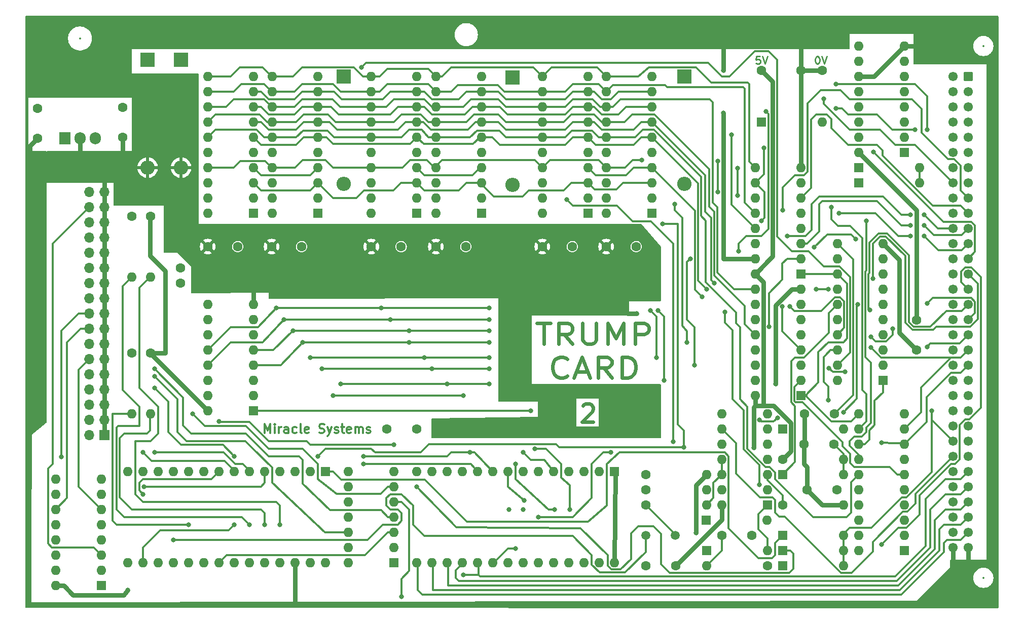
<source format=gtl>
%TF.GenerationSoftware,KiCad,Pcbnew,8.0.6+1*%
%TF.CreationDate,2024-11-22T10:30:07+01:00*%
%TF.ProjectId,ql_trump_v2_disk_interface,716c5f74-7275-46d7-905f-76325f646973,01*%
%TF.SameCoordinates,Original*%
%TF.FileFunction,Copper,L1,Top*%
%TF.FilePolarity,Positive*%
%FSLAX46Y46*%
G04 Gerber Fmt 4.6, Leading zero omitted, Abs format (unit mm)*
G04 Created by KiCad (PCBNEW 8.0.6+1) date 2024-11-22 10:30:07*
%MOMM*%
%LPD*%
G01*
G04 APERTURE LIST*
G04 Aperture macros list*
%AMRoundRect*
0 Rectangle with rounded corners*
0 $1 Rounding radius*
0 $2 $3 $4 $5 $6 $7 $8 $9 X,Y pos of 4 corners*
0 Add a 4 corners polygon primitive as box body*
4,1,4,$2,$3,$4,$5,$6,$7,$8,$9,$2,$3,0*
0 Add four circle primitives for the rounded corners*
1,1,$1+$1,$2,$3*
1,1,$1+$1,$4,$5*
1,1,$1+$1,$6,$7*
1,1,$1+$1,$8,$9*
0 Add four rect primitives between the rounded corners*
20,1,$1+$1,$2,$3,$4,$5,0*
20,1,$1+$1,$4,$5,$6,$7,0*
20,1,$1+$1,$6,$7,$8,$9,0*
20,1,$1+$1,$8,$9,$2,$3,0*%
G04 Aperture macros list end*
%ADD10C,0.300000*%
%TA.AperFunction,NonConductor*%
%ADD11C,0.300000*%
%TD*%
%ADD12C,0.600000*%
%TA.AperFunction,NonConductor*%
%ADD13C,0.600000*%
%TD*%
%ADD14C,0.250000*%
%TA.AperFunction,NonConductor*%
%ADD15C,0.250000*%
%TD*%
%TA.AperFunction,ComponentPad*%
%ADD16RoundRect,0.249999X-0.525001X0.525001X-0.525001X-0.525001X0.525001X-0.525001X0.525001X0.525001X0*%
%TD*%
%TA.AperFunction,ComponentPad*%
%ADD17C,1.550000*%
%TD*%
%TA.AperFunction,ComponentPad*%
%ADD18R,1.905000X2.000000*%
%TD*%
%TA.AperFunction,ComponentPad*%
%ADD19O,1.905000X2.000000*%
%TD*%
%TA.AperFunction,ComponentPad*%
%ADD20R,1.600000X1.600000*%
%TD*%
%TA.AperFunction,ComponentPad*%
%ADD21O,1.600000X1.600000*%
%TD*%
%TA.AperFunction,ComponentPad*%
%ADD22C,1.600000*%
%TD*%
%TA.AperFunction,ComponentPad*%
%ADD23R,2.400000X2.400000*%
%TD*%
%TA.AperFunction,ComponentPad*%
%ADD24O,2.400000X2.400000*%
%TD*%
%TA.AperFunction,ComponentPad*%
%ADD25C,1.500000*%
%TD*%
%TA.AperFunction,ComponentPad*%
%ADD26R,1.700000X1.700000*%
%TD*%
%TA.AperFunction,ComponentPad*%
%ADD27O,1.700000X1.700000*%
%TD*%
%TA.AperFunction,ViaPad*%
%ADD28C,0.800000*%
%TD*%
%TA.AperFunction,ViaPad*%
%ADD29C,1.600000*%
%TD*%
%TA.AperFunction,Conductor*%
%ADD30C,0.750000*%
%TD*%
%TA.AperFunction,Conductor*%
%ADD31C,0.500000*%
%TD*%
%TA.AperFunction,Conductor*%
%ADD32C,0.350000*%
%TD*%
%ADD33C,0.350000*%
G04 APERTURE END LIST*
D10*
D11*
X78808571Y-114089328D02*
X78808571Y-112589328D01*
X78808571Y-112589328D02*
X79308571Y-113660757D01*
X79308571Y-113660757D02*
X79808571Y-112589328D01*
X79808571Y-112589328D02*
X79808571Y-114089328D01*
X80522857Y-114089328D02*
X80522857Y-113089328D01*
X80522857Y-112589328D02*
X80451429Y-112660757D01*
X80451429Y-112660757D02*
X80522857Y-112732185D01*
X80522857Y-112732185D02*
X80594286Y-112660757D01*
X80594286Y-112660757D02*
X80522857Y-112589328D01*
X80522857Y-112589328D02*
X80522857Y-112732185D01*
X81237143Y-114089328D02*
X81237143Y-113089328D01*
X81237143Y-113375042D02*
X81308572Y-113232185D01*
X81308572Y-113232185D02*
X81380001Y-113160757D01*
X81380001Y-113160757D02*
X81522858Y-113089328D01*
X81522858Y-113089328D02*
X81665715Y-113089328D01*
X82808572Y-114089328D02*
X82808572Y-113303614D01*
X82808572Y-113303614D02*
X82737143Y-113160757D01*
X82737143Y-113160757D02*
X82594286Y-113089328D01*
X82594286Y-113089328D02*
X82308572Y-113089328D01*
X82308572Y-113089328D02*
X82165714Y-113160757D01*
X82808572Y-114017900D02*
X82665714Y-114089328D01*
X82665714Y-114089328D02*
X82308572Y-114089328D01*
X82308572Y-114089328D02*
X82165714Y-114017900D01*
X82165714Y-114017900D02*
X82094286Y-113875042D01*
X82094286Y-113875042D02*
X82094286Y-113732185D01*
X82094286Y-113732185D02*
X82165714Y-113589328D01*
X82165714Y-113589328D02*
X82308572Y-113517900D01*
X82308572Y-113517900D02*
X82665714Y-113517900D01*
X82665714Y-113517900D02*
X82808572Y-113446471D01*
X84165715Y-114017900D02*
X84022857Y-114089328D01*
X84022857Y-114089328D02*
X83737143Y-114089328D01*
X83737143Y-114089328D02*
X83594286Y-114017900D01*
X83594286Y-114017900D02*
X83522857Y-113946471D01*
X83522857Y-113946471D02*
X83451429Y-113803614D01*
X83451429Y-113803614D02*
X83451429Y-113375042D01*
X83451429Y-113375042D02*
X83522857Y-113232185D01*
X83522857Y-113232185D02*
X83594286Y-113160757D01*
X83594286Y-113160757D02*
X83737143Y-113089328D01*
X83737143Y-113089328D02*
X84022857Y-113089328D01*
X84022857Y-113089328D02*
X84165715Y-113160757D01*
X85022857Y-114089328D02*
X84880000Y-114017900D01*
X84880000Y-114017900D02*
X84808571Y-113875042D01*
X84808571Y-113875042D02*
X84808571Y-112589328D01*
X86165714Y-114017900D02*
X86022857Y-114089328D01*
X86022857Y-114089328D02*
X85737143Y-114089328D01*
X85737143Y-114089328D02*
X85594285Y-114017900D01*
X85594285Y-114017900D02*
X85522857Y-113875042D01*
X85522857Y-113875042D02*
X85522857Y-113303614D01*
X85522857Y-113303614D02*
X85594285Y-113160757D01*
X85594285Y-113160757D02*
X85737143Y-113089328D01*
X85737143Y-113089328D02*
X86022857Y-113089328D01*
X86022857Y-113089328D02*
X86165714Y-113160757D01*
X86165714Y-113160757D02*
X86237143Y-113303614D01*
X86237143Y-113303614D02*
X86237143Y-113446471D01*
X86237143Y-113446471D02*
X85522857Y-113589328D01*
X87951428Y-114017900D02*
X88165714Y-114089328D01*
X88165714Y-114089328D02*
X88522856Y-114089328D01*
X88522856Y-114089328D02*
X88665714Y-114017900D01*
X88665714Y-114017900D02*
X88737142Y-113946471D01*
X88737142Y-113946471D02*
X88808571Y-113803614D01*
X88808571Y-113803614D02*
X88808571Y-113660757D01*
X88808571Y-113660757D02*
X88737142Y-113517900D01*
X88737142Y-113517900D02*
X88665714Y-113446471D01*
X88665714Y-113446471D02*
X88522856Y-113375042D01*
X88522856Y-113375042D02*
X88237142Y-113303614D01*
X88237142Y-113303614D02*
X88094285Y-113232185D01*
X88094285Y-113232185D02*
X88022856Y-113160757D01*
X88022856Y-113160757D02*
X87951428Y-113017900D01*
X87951428Y-113017900D02*
X87951428Y-112875042D01*
X87951428Y-112875042D02*
X88022856Y-112732185D01*
X88022856Y-112732185D02*
X88094285Y-112660757D01*
X88094285Y-112660757D02*
X88237142Y-112589328D01*
X88237142Y-112589328D02*
X88594285Y-112589328D01*
X88594285Y-112589328D02*
X88808571Y-112660757D01*
X89308570Y-113089328D02*
X89665713Y-114089328D01*
X90022856Y-113089328D02*
X89665713Y-114089328D01*
X89665713Y-114089328D02*
X89522856Y-114446471D01*
X89522856Y-114446471D02*
X89451427Y-114517900D01*
X89451427Y-114517900D02*
X89308570Y-114589328D01*
X90522856Y-114017900D02*
X90665713Y-114089328D01*
X90665713Y-114089328D02*
X90951427Y-114089328D01*
X90951427Y-114089328D02*
X91094284Y-114017900D01*
X91094284Y-114017900D02*
X91165713Y-113875042D01*
X91165713Y-113875042D02*
X91165713Y-113803614D01*
X91165713Y-113803614D02*
X91094284Y-113660757D01*
X91094284Y-113660757D02*
X90951427Y-113589328D01*
X90951427Y-113589328D02*
X90737142Y-113589328D01*
X90737142Y-113589328D02*
X90594284Y-113517900D01*
X90594284Y-113517900D02*
X90522856Y-113375042D01*
X90522856Y-113375042D02*
X90522856Y-113303614D01*
X90522856Y-113303614D02*
X90594284Y-113160757D01*
X90594284Y-113160757D02*
X90737142Y-113089328D01*
X90737142Y-113089328D02*
X90951427Y-113089328D01*
X90951427Y-113089328D02*
X91094284Y-113160757D01*
X91594285Y-113089328D02*
X92165713Y-113089328D01*
X91808570Y-112589328D02*
X91808570Y-113875042D01*
X91808570Y-113875042D02*
X91879999Y-114017900D01*
X91879999Y-114017900D02*
X92022856Y-114089328D01*
X92022856Y-114089328D02*
X92165713Y-114089328D01*
X93237142Y-114017900D02*
X93094285Y-114089328D01*
X93094285Y-114089328D02*
X92808571Y-114089328D01*
X92808571Y-114089328D02*
X92665713Y-114017900D01*
X92665713Y-114017900D02*
X92594285Y-113875042D01*
X92594285Y-113875042D02*
X92594285Y-113303614D01*
X92594285Y-113303614D02*
X92665713Y-113160757D01*
X92665713Y-113160757D02*
X92808571Y-113089328D01*
X92808571Y-113089328D02*
X93094285Y-113089328D01*
X93094285Y-113089328D02*
X93237142Y-113160757D01*
X93237142Y-113160757D02*
X93308571Y-113303614D01*
X93308571Y-113303614D02*
X93308571Y-113446471D01*
X93308571Y-113446471D02*
X92594285Y-113589328D01*
X93951427Y-114089328D02*
X93951427Y-113089328D01*
X93951427Y-113232185D02*
X94022856Y-113160757D01*
X94022856Y-113160757D02*
X94165713Y-113089328D01*
X94165713Y-113089328D02*
X94379999Y-113089328D01*
X94379999Y-113089328D02*
X94522856Y-113160757D01*
X94522856Y-113160757D02*
X94594285Y-113303614D01*
X94594285Y-113303614D02*
X94594285Y-114089328D01*
X94594285Y-113303614D02*
X94665713Y-113160757D01*
X94665713Y-113160757D02*
X94808570Y-113089328D01*
X94808570Y-113089328D02*
X95022856Y-113089328D01*
X95022856Y-113089328D02*
X95165713Y-113160757D01*
X95165713Y-113160757D02*
X95237142Y-113303614D01*
X95237142Y-113303614D02*
X95237142Y-114089328D01*
X95879999Y-114017900D02*
X96022856Y-114089328D01*
X96022856Y-114089328D02*
X96308570Y-114089328D01*
X96308570Y-114089328D02*
X96451427Y-114017900D01*
X96451427Y-114017900D02*
X96522856Y-113875042D01*
X96522856Y-113875042D02*
X96522856Y-113803614D01*
X96522856Y-113803614D02*
X96451427Y-113660757D01*
X96451427Y-113660757D02*
X96308570Y-113589328D01*
X96308570Y-113589328D02*
X96094285Y-113589328D01*
X96094285Y-113589328D02*
X95951427Y-113517900D01*
X95951427Y-113517900D02*
X95879999Y-113375042D01*
X95879999Y-113375042D02*
X95879999Y-113303614D01*
X95879999Y-113303614D02*
X95951427Y-113160757D01*
X95951427Y-113160757D02*
X96094285Y-113089328D01*
X96094285Y-113089328D02*
X96308570Y-113089328D01*
X96308570Y-113089328D02*
X96451427Y-113160757D01*
D12*
D13*
X131984857Y-109513371D02*
X132127714Y-109370514D01*
X132127714Y-109370514D02*
X132413429Y-109227657D01*
X132413429Y-109227657D02*
X133127714Y-109227657D01*
X133127714Y-109227657D02*
X133413429Y-109370514D01*
X133413429Y-109370514D02*
X133556286Y-109513371D01*
X133556286Y-109513371D02*
X133699143Y-109799085D01*
X133699143Y-109799085D02*
X133699143Y-110084800D01*
X133699143Y-110084800D02*
X133556286Y-110513371D01*
X133556286Y-110513371D02*
X131842000Y-112227657D01*
X131842000Y-112227657D02*
X133699143Y-112227657D01*
D12*
D13*
X124334190Y-95727565D02*
X126619904Y-95727565D01*
X125477047Y-99227565D02*
X125477047Y-95727565D01*
X130238952Y-99227565D02*
X128905618Y-97560899D01*
X127953237Y-99227565D02*
X127953237Y-95727565D01*
X127953237Y-95727565D02*
X129477047Y-95727565D01*
X129477047Y-95727565D02*
X129857999Y-95894232D01*
X129857999Y-95894232D02*
X130048476Y-96060899D01*
X130048476Y-96060899D02*
X130238952Y-96394232D01*
X130238952Y-96394232D02*
X130238952Y-96894232D01*
X130238952Y-96894232D02*
X130048476Y-97227565D01*
X130048476Y-97227565D02*
X129857999Y-97394232D01*
X129857999Y-97394232D02*
X129477047Y-97560899D01*
X129477047Y-97560899D02*
X127953237Y-97560899D01*
X131953237Y-95727565D02*
X131953237Y-98560899D01*
X131953237Y-98560899D02*
X132143714Y-98894232D01*
X132143714Y-98894232D02*
X132334190Y-99060899D01*
X132334190Y-99060899D02*
X132715142Y-99227565D01*
X132715142Y-99227565D02*
X133477047Y-99227565D01*
X133477047Y-99227565D02*
X133857999Y-99060899D01*
X133857999Y-99060899D02*
X134048476Y-98894232D01*
X134048476Y-98894232D02*
X134238952Y-98560899D01*
X134238952Y-98560899D02*
X134238952Y-95727565D01*
X136143713Y-99227565D02*
X136143713Y-95727565D01*
X136143713Y-95727565D02*
X137477047Y-98227565D01*
X137477047Y-98227565D02*
X138810380Y-95727565D01*
X138810380Y-95727565D02*
X138810380Y-99227565D01*
X140715142Y-99227565D02*
X140715142Y-95727565D01*
X140715142Y-95727565D02*
X142238952Y-95727565D01*
X142238952Y-95727565D02*
X142619904Y-95894232D01*
X142619904Y-95894232D02*
X142810381Y-96060899D01*
X142810381Y-96060899D02*
X143000857Y-96394232D01*
X143000857Y-96394232D02*
X143000857Y-96894232D01*
X143000857Y-96894232D02*
X142810381Y-97227565D01*
X142810381Y-97227565D02*
X142619904Y-97394232D01*
X142619904Y-97394232D02*
X142238952Y-97560899D01*
X142238952Y-97560899D02*
X140715142Y-97560899D01*
X129381810Y-104529036D02*
X129191334Y-104695703D01*
X129191334Y-104695703D02*
X128619905Y-104862369D01*
X128619905Y-104862369D02*
X128238953Y-104862369D01*
X128238953Y-104862369D02*
X127667524Y-104695703D01*
X127667524Y-104695703D02*
X127286572Y-104362369D01*
X127286572Y-104362369D02*
X127096095Y-104029036D01*
X127096095Y-104029036D02*
X126905619Y-103362369D01*
X126905619Y-103362369D02*
X126905619Y-102862369D01*
X126905619Y-102862369D02*
X127096095Y-102195703D01*
X127096095Y-102195703D02*
X127286572Y-101862369D01*
X127286572Y-101862369D02*
X127667524Y-101529036D01*
X127667524Y-101529036D02*
X128238953Y-101362369D01*
X128238953Y-101362369D02*
X128619905Y-101362369D01*
X128619905Y-101362369D02*
X129191334Y-101529036D01*
X129191334Y-101529036D02*
X129381810Y-101695703D01*
X130905619Y-103862369D02*
X132810381Y-103862369D01*
X130524667Y-104862369D02*
X131858000Y-101362369D01*
X131858000Y-101362369D02*
X133191334Y-104862369D01*
X136810381Y-104862369D02*
X135477047Y-103195703D01*
X134524666Y-104862369D02*
X134524666Y-101362369D01*
X134524666Y-101362369D02*
X136048476Y-101362369D01*
X136048476Y-101362369D02*
X136429428Y-101529036D01*
X136429428Y-101529036D02*
X136619905Y-101695703D01*
X136619905Y-101695703D02*
X136810381Y-102029036D01*
X136810381Y-102029036D02*
X136810381Y-102529036D01*
X136810381Y-102529036D02*
X136619905Y-102862369D01*
X136619905Y-102862369D02*
X136429428Y-103029036D01*
X136429428Y-103029036D02*
X136048476Y-103195703D01*
X136048476Y-103195703D02*
X134524666Y-103195703D01*
X138524666Y-104862369D02*
X138524666Y-101362369D01*
X138524666Y-101362369D02*
X139477047Y-101362369D01*
X139477047Y-101362369D02*
X140048476Y-101529036D01*
X140048476Y-101529036D02*
X140429428Y-101862369D01*
X140429428Y-101862369D02*
X140619905Y-102195703D01*
X140619905Y-102195703D02*
X140810381Y-102862369D01*
X140810381Y-102862369D02*
X140810381Y-103362369D01*
X140810381Y-103362369D02*
X140619905Y-104029036D01*
X140619905Y-104029036D02*
X140429428Y-104362369D01*
X140429428Y-104362369D02*
X140048476Y-104695703D01*
X140048476Y-104695703D02*
X139477047Y-104862369D01*
X139477047Y-104862369D02*
X138524666Y-104862369D01*
D14*
D15*
X161572428Y-51131273D02*
X160977190Y-51131273D01*
X160977190Y-51131273D02*
X160917666Y-51726511D01*
X160917666Y-51726511D02*
X160977190Y-51666988D01*
X160977190Y-51666988D02*
X161096237Y-51607464D01*
X161096237Y-51607464D02*
X161393856Y-51607464D01*
X161393856Y-51607464D02*
X161512904Y-51666988D01*
X161512904Y-51666988D02*
X161572428Y-51726511D01*
X161572428Y-51726511D02*
X161631951Y-51845559D01*
X161631951Y-51845559D02*
X161631951Y-52143178D01*
X161631951Y-52143178D02*
X161572428Y-52262226D01*
X161572428Y-52262226D02*
X161512904Y-52321750D01*
X161512904Y-52321750D02*
X161393856Y-52381273D01*
X161393856Y-52381273D02*
X161096237Y-52381273D01*
X161096237Y-52381273D02*
X160977190Y-52321750D01*
X160977190Y-52321750D02*
X160917666Y-52262226D01*
X161989094Y-51131273D02*
X162405761Y-52381273D01*
X162405761Y-52381273D02*
X162822427Y-51131273D01*
X171096238Y-51131273D02*
X171215285Y-51131273D01*
X171215285Y-51131273D02*
X171334333Y-51190797D01*
X171334333Y-51190797D02*
X171393857Y-51250321D01*
X171393857Y-51250321D02*
X171453381Y-51369369D01*
X171453381Y-51369369D02*
X171512904Y-51607464D01*
X171512904Y-51607464D02*
X171512904Y-51905083D01*
X171512904Y-51905083D02*
X171453381Y-52143178D01*
X171453381Y-52143178D02*
X171393857Y-52262226D01*
X171393857Y-52262226D02*
X171334333Y-52321750D01*
X171334333Y-52321750D02*
X171215285Y-52381273D01*
X171215285Y-52381273D02*
X171096238Y-52381273D01*
X171096238Y-52381273D02*
X170977190Y-52321750D01*
X170977190Y-52321750D02*
X170917666Y-52262226D01*
X170917666Y-52262226D02*
X170858143Y-52143178D01*
X170858143Y-52143178D02*
X170798619Y-51905083D01*
X170798619Y-51905083D02*
X170798619Y-51607464D01*
X170798619Y-51607464D02*
X170858143Y-51369369D01*
X170858143Y-51369369D02*
X170917666Y-51250321D01*
X170917666Y-51250321D02*
X170977190Y-51190797D01*
X170977190Y-51190797D02*
X171096238Y-51131273D01*
X171870047Y-51131273D02*
X172286714Y-52381273D01*
X172286714Y-52381273D02*
X172703380Y-51131273D01*
D16*
%TO.P,J1,a1,Vin*%
%TO.N,+9V*%
X196342000Y-54483000D03*
D17*
%TO.P,J1,a2,-12V*%
%TO.N,unconnected-(J1--12V-Pada2)*%
X196342000Y-57023000D03*
%TO.P,J1,a3,+12V*%
%TO.N,unconnected-(J1-+12V-Pada3)*%
X196342000Y-59563000D03*
%TO.P,J1,a4,SP0*%
%TO.N,/SP0*%
X196342000Y-62103000D03*
%TO.P,J1,a5,SP1*%
%TO.N,/SP1*%
X196342000Y-64643000D03*
%TO.P,J1,a6,~{DSMC}*%
%TO.N,/DSMC*%
X196342000Y-67183000D03*
%TO.P,J1,a7,SP2*%
%TO.N,/SP2*%
X196342000Y-69723000D03*
%TO.P,J1,a8,~{DBG}*%
%TO.N,unconnected-(J1-~{DBG}-Pada8)*%
X196342000Y-72263000D03*
%TO.P,J1,a9,A3*%
%TO.N,/A3*%
X196342000Y-74803000D03*
%TO.P,J1,a10,A4*%
%TO.N,/A4*%
X196342000Y-77343000D03*
%TO.P,J1,a11,A5*%
%TO.N,/A5*%
X196342000Y-79883000D03*
%TO.P,J1,a12,A6*%
%TO.N,/A6*%
X196342000Y-82423000D03*
%TO.P,J1,a13,A7*%
%TO.N,/A7*%
X196342000Y-84963000D03*
%TO.P,J1,a14,A8*%
%TO.N,/A8*%
X196342000Y-87503000D03*
%TO.P,J1,a15,A9*%
%TO.N,/A9*%
X196342000Y-90043000D03*
%TO.P,J1,a16,A10*%
%TO.N,/A10*%
X196342000Y-92583000D03*
%TO.P,J1,a17,A11*%
%TO.N,/A11*%
X196342000Y-95123000D03*
%TO.P,J1,a18,A12*%
%TO.N,/A12*%
X196342000Y-97663000D03*
%TO.P,J1,a19,A13*%
%TO.N,/A13*%
X196342000Y-100203000D03*
%TO.P,J1,a20,A14*%
%TO.N,/A14*%
X196342000Y-102743000D03*
%TO.P,J1,a21,RED*%
%TO.N,unconnected-(J1-RED-Pada21)*%
X196342000Y-105283000D03*
%TO.P,J1,a22,CLKCPU*%
%TO.N,unconnected-(J1-CLKCPU-Pada22)*%
X196342000Y-107823000D03*
%TO.P,J1,a23,A16*%
%TO.N,/A16*%
X196342000Y-110363000D03*
%TO.P,J1,a24,A17*%
%TO.N,/A17*%
X196342000Y-112903000D03*
%TO.P,J1,a25,A18*%
%TO.N,/A18*%
X196342000Y-115443000D03*
%TO.P,J1,a26,A19*%
%TO.N,/A19*%
X196342000Y-117983000D03*
%TO.P,J1,a27,D7*%
%TO.N,/D7*%
X196342000Y-120523000D03*
%TO.P,J1,a28,D6*%
%TO.N,/D6*%
X196342000Y-123063000D03*
%TO.P,J1,a29,D5*%
%TO.N,/D5*%
X196342000Y-125603000D03*
%TO.P,J1,a30,D4*%
%TO.N,/D4*%
X196342000Y-128143000D03*
%TO.P,J1,a31,D3*%
%TO.N,/D3*%
X196342000Y-130683000D03*
%TO.P,J1,a32,GND*%
%TO.N,GND*%
X196342000Y-133223000D03*
%TO.P,J1,b1,Vin*%
%TO.N,+9V*%
X193802000Y-54483000D03*
%TO.P,J1,b2,Vin*%
X193802000Y-57023000D03*
%TO.P,J1,b3,~{EXTINT}*%
%TO.N,/EXTINTL*%
X193802000Y-59563000D03*
%TO.P,J1,b4,~{IPL1}*%
%TO.N,unconnected-(J1-~{IPL1}-Padb4)*%
X193802000Y-62103000D03*
%TO.P,J1,b5,~{BERR}*%
%TO.N,unconnected-(J1-~{BERR}-Padb5)*%
X193802000Y-64643000D03*
%TO.P,J1,b6,~{IPLO}*%
%TO.N,unconnected-(J1-~{IPLO}-Padb6)*%
X193802000Y-67183000D03*
%TO.P,J1,b7,SP3*%
%TO.N,/SP3*%
X193802000Y-69723000D03*
%TO.P,J1,b8,A2*%
%TO.N,/A2*%
X193802000Y-72263000D03*
%TO.P,J1,b9,G9*%
%TO.N,/A1*%
X193802000Y-74803000D03*
%TO.P,J1,b10,ROMOEH*%
%TO.N,unconnected-(J1-ROMOEH-Padb10)*%
X193802000Y-77343000D03*
%TO.P,J1,b11,A0*%
%TO.N,/A0*%
X193802000Y-79883000D03*
%TO.P,J1,b12,FC0*%
%TO.N,unconnected-(J1-FC0-Padb12)*%
X193802000Y-82423000D03*
%TO.P,J1,b13,FC1*%
%TO.N,unconnected-(J1-FC1-Padb13)*%
X193802000Y-84963000D03*
%TO.P,J1,b14,FC2*%
%TO.N,unconnected-(J1-FC2-Padb14)*%
X193802000Y-87503000D03*
%TO.P,J1,b15,BLUE*%
%TO.N,unconnected-(J1-BLUE-Padb15)*%
X193802000Y-90043000D03*
%TO.P,J1,b16,GREEN*%
%TO.N,unconnected-(J1-GREEN-Padb16)*%
X193802000Y-92583000D03*
%TO.P,J1,b17,~{VPA}*%
%TO.N,/VPA*%
X193802000Y-95123000D03*
%TO.P,J1,b18,VSYNCH*%
%TO.N,unconnected-(J1-VSYNCH-Padb18)*%
X193802000Y-97663000D03*
%TO.P,J1,b19,E*%
%TO.N,/E*%
X193802000Y-100203000D03*
%TO.P,J1,b20,~{CSYNC}*%
%TO.N,unconnected-(J1-~{CSYNC}-Padb20)*%
X193802000Y-102743000D03*
%TO.P,J1,b21,~{RESETCPU}*%
%TO.N,/RESET*%
X193802000Y-105283000D03*
%TO.P,J1,b22,A15*%
%TO.N,/A15*%
X193802000Y-107823000D03*
%TO.P,J1,b23,~{BR}*%
%TO.N,unconnected-(J1-~{BR}-Padb23)*%
X193802000Y-110363000D03*
%TO.P,J1,b24,~{BG}*%
%TO.N,unconnected-(J1-~{BG}-Padb24)*%
X193802000Y-112903000D03*
%TO.P,J1,b25,~{DTACK}*%
%TO.N,/DTACKL*%
X193802000Y-115443000D03*
%TO.P,J1,b26,~{DRW}*%
%TO.N,/RW*%
X193802000Y-117983000D03*
%TO.P,J1,b27,~{DS}*%
%TO.N,/DS*%
X193802000Y-120523000D03*
%TO.P,J1,b28,~{AS}*%
%TO.N,unconnected-(J1-~{AS}-Padb28)*%
X193802000Y-123063000D03*
%TO.P,J1,b29,D0*%
%TO.N,/D0*%
X193802000Y-125603000D03*
%TO.P,J1,b30,D1*%
%TO.N,/D1*%
X193802000Y-128143000D03*
%TO.P,J1,b31,D2*%
%TO.N,/D2*%
X193802000Y-130683000D03*
%TO.P,J1,b32,GND*%
%TO.N,GND*%
X193802000Y-133223000D03*
%TD*%
D18*
%TO.P,U18,1,VI*%
%TO.N,+9V*%
X45466000Y-64793000D03*
D19*
%TO.P,U18,2,GND*%
%TO.N,GND*%
X48006000Y-64793000D03*
%TO.P,U18,3,VO*%
%TO.N,+5V*%
X50546000Y-64793000D03*
%TD*%
D20*
%TO.P,U6,1,S*%
%TO.N,/MUX*%
X168402000Y-87503000D03*
D21*
%TO.P,U6,2,I0a*%
%TO.N,/A7*%
X168402000Y-84963000D03*
%TO.P,U6,3,I1a*%
%TO.N,/A5*%
X168402000Y-82423000D03*
%TO.P,U6,4,Za*%
%TO.N,/MA2*%
X168402000Y-79883000D03*
%TO.P,U6,5,I0b*%
%TO.N,/A6*%
X168402000Y-77343000D03*
%TO.P,U6,6,I1b*%
%TO.N,/A4*%
X168402000Y-74803000D03*
%TO.P,U6,7,Zb*%
%TO.N,/MA3*%
X168402000Y-72263000D03*
%TO.P,U6,8,GND*%
%TO.N,GND*%
X168402000Y-69723000D03*
%TO.P,U6,9,Zc*%
%TO.N,/MA4*%
X160782000Y-69723000D03*
%TO.P,U6,10,I1c*%
%TO.N,/A2*%
X160782000Y-72263000D03*
%TO.P,U6,11,I0c*%
%TO.N,/A3*%
X160782000Y-74803000D03*
%TO.P,U6,12,Zd*%
%TO.N,/MA5*%
X160782000Y-77343000D03*
%TO.P,U6,13,I1d*%
%TO.N,/A1*%
X160782000Y-79883000D03*
%TO.P,U6,14,I0d*%
%TO.N,/A0*%
X160782000Y-82423000D03*
%TO.P,U6,15,E*%
%TO.N,GND*%
X160782000Y-84963000D03*
%TO.P,U6,16,VCC*%
%TO.N,+5V*%
X160782000Y-87503000D03*
%TD*%
D22*
%TO.P,C3,1*%
%TO.N,Net-(D5-A)*%
X173910000Y-115951000D03*
%TO.P,C3,2*%
%TO.N,GND*%
X168910000Y-115951000D03*
%TD*%
%TO.P,C15,1*%
%TO.N,+9V*%
X40894000Y-59793000D03*
%TO.P,C15,2*%
%TO.N,GND*%
X40894000Y-64793000D03*
%TD*%
D23*
%TO.P,C25,1*%
%TO.N,+5V*%
X148982500Y-54483000D03*
D24*
%TO.P,C25,2*%
%TO.N,GND*%
X148982500Y-72483000D03*
%TD*%
D20*
%TO.P,U10,1,D0*%
%TO.N,/D4*%
X104257000Y-77338000D03*
D21*
%TO.P,U10,2,D1*%
%TO.N,/D5*%
X104257000Y-74798000D03*
%TO.P,U10,3,~{WR}*%
%TO.N,/RW*%
X104257000Y-72258000D03*
%TO.P,U10,4,~{RAS}*%
%TO.N,/RAS1*%
X104257000Y-69718000D03*
%TO.P,U10,5,N.C.*%
%TO.N,unconnected-(U10-N.C.-Pad5)*%
X104257000Y-67178000D03*
%TO.P,U10,6,A0*%
%TO.N,/MA0*%
X104257000Y-64638000D03*
%TO.P,U10,7,A1*%
%TO.N,/MA1*%
X104257000Y-62098000D03*
%TO.P,U10,8,A2*%
%TO.N,/MA2*%
X104257000Y-59558000D03*
%TO.P,U10,9,A3*%
%TO.N,/MA3*%
X104257000Y-57018000D03*
%TO.P,U10,10,VCC*%
%TO.N,+5V*%
X104257000Y-54478000D03*
%TO.P,U10,11,A4*%
%TO.N,/MA4*%
X96637000Y-54478000D03*
%TO.P,U10,12,A5*%
%TO.N,/MA5*%
X96637000Y-57018000D03*
%TO.P,U10,13,A6*%
%TO.N,/MA6*%
X96637000Y-59558000D03*
%TO.P,U10,14,A7*%
%TO.N,/MA7*%
X96637000Y-62098000D03*
%TO.P,U10,15,A8*%
%TO.N,/MA8*%
X96637000Y-64638000D03*
%TO.P,U10,16,~{OE}*%
%TO.N,GND*%
X96637000Y-67178000D03*
%TO.P,U10,17,~{CAS}*%
%TO.N,/CAS*%
X96637000Y-69718000D03*
%TO.P,U10,18,D2*%
%TO.N,/D6*%
X96637000Y-72258000D03*
%TO.P,U10,19,D3*%
%TO.N,/D7*%
X96637000Y-74798000D03*
%TO.P,U10,20,GND*%
%TO.N,GND*%
X96637000Y-77338000D03*
%TD*%
D22*
%TO.P,R4,1*%
%TO.N,/GAL2_P11*%
X142494000Y-121031000D03*
D21*
%TO.P,R4,2*%
%TO.N,GND*%
X152654000Y-121031000D03*
%TD*%
D20*
%TO.P,U2,1,I1/CLK*%
%TO.N,Net-(U1-IO7)*%
X182118000Y-105283000D03*
D21*
%TO.P,U2,2,I2*%
%TO.N,/A19*%
X182118000Y-102743000D03*
%TO.P,U2,3,I3*%
%TO.N,/A18*%
X182118000Y-100203000D03*
%TO.P,U2,4,I4*%
%TO.N,/A17*%
X182118000Y-97663000D03*
%TO.P,U2,5,I5*%
%TO.N,/DS*%
X182118000Y-95123000D03*
%TO.P,U2,6,I6*%
%TO.N,Net-(U2-I6)*%
X182118000Y-92583000D03*
%TO.P,U2,7,I7*%
%TO.N,Net-(U2-I7)*%
X182118000Y-90043000D03*
%TO.P,U2,8,I8*%
%TO.N,Net-(U2-I8)*%
X182118000Y-87503000D03*
%TO.P,U2,9,I9*%
%TO.N,/GAL2_P9*%
X182118000Y-84963000D03*
%TO.P,U2,10,GND*%
%TO.N,GND*%
X182118000Y-82423000D03*
%TO.P,U2,11,I10/~{OE}*%
%TO.N,/GAL2_P11*%
X174498000Y-82423000D03*
%TO.P,U2,12,IO8*%
%TO.N,/CAS*%
X174498000Y-84963000D03*
%TO.P,U2,13,IO7*%
%TO.N,/MUX*%
X174498000Y-87503000D03*
%TO.P,U2,14,IO6*%
%TO.N,Net-(D3-K)*%
X174498000Y-90043000D03*
%TO.P,U2,15,IO5*%
%TO.N,/GAL2_P15*%
X174498000Y-92583000D03*
%TO.P,U2,16,IO4*%
%TO.N,Net-(D2-K)*%
X174498000Y-95123000D03*
%TO.P,U2,17,I03*%
%TO.N,/RAS2*%
X174498000Y-97663000D03*
%TO.P,U2,18,IO2*%
%TO.N,/RAS1*%
X174498000Y-100203000D03*
%TO.P,U2,19,IO1*%
%TO.N,/RAS0*%
X174498000Y-102743000D03*
%TO.P,U2,20,VCC*%
%TO.N,+5V*%
X174498000Y-105283000D03*
%TD*%
D20*
%TO.P,U7,1,D0*%
%TO.N,/D0*%
X143510000Y-77343000D03*
D21*
%TO.P,U7,2,D1*%
%TO.N,/D1*%
X143510000Y-74803000D03*
%TO.P,U7,3,~{WR}*%
%TO.N,/RW*%
X143510000Y-72263000D03*
%TO.P,U7,4,~{RAS}*%
%TO.N,/RAS2*%
X143510000Y-69723000D03*
%TO.P,U7,5,N.C.*%
%TO.N,unconnected-(U7-N.C.-Pad5)*%
X143510000Y-67183000D03*
%TO.P,U7,6,A0*%
%TO.N,/MA0*%
X143510000Y-64643000D03*
%TO.P,U7,7,A1*%
%TO.N,/MA1*%
X143510000Y-62103000D03*
%TO.P,U7,8,A2*%
%TO.N,/MA2*%
X143510000Y-59563000D03*
%TO.P,U7,9,A3*%
%TO.N,/MA3*%
X143510000Y-57023000D03*
%TO.P,U7,10,VCC*%
%TO.N,+5V*%
X143510000Y-54483000D03*
%TO.P,U7,11,A4*%
%TO.N,/MA4*%
X135890000Y-54483000D03*
%TO.P,U7,12,A5*%
%TO.N,/MA5*%
X135890000Y-57023000D03*
%TO.P,U7,13,A6*%
%TO.N,/MA6*%
X135890000Y-59563000D03*
%TO.P,U7,14,A7*%
%TO.N,/MA7*%
X135890000Y-62103000D03*
%TO.P,U7,15,A8*%
%TO.N,/MA8*%
X135890000Y-64643000D03*
%TO.P,U7,16,~{OE}*%
%TO.N,GND*%
X135890000Y-67183000D03*
%TO.P,U7,17,~{CAS}*%
%TO.N,/CAS*%
X135890000Y-69723000D03*
%TO.P,U7,18,D2*%
%TO.N,/D2*%
X135890000Y-72263000D03*
%TO.P,U7,19,D3*%
%TO.N,/D3*%
X135890000Y-74803000D03*
%TO.P,U7,20,GND*%
%TO.N,GND*%
X135890000Y-77343000D03*
%TD*%
D20*
%TO.P,U14,1,VPP*%
%TO.N,+5V*%
X137287000Y-120523000D03*
D21*
%TO.P,U14,2,A12*%
%TO.N,/A12*%
X134747000Y-120523000D03*
%TO.P,U14,3,A7*%
%TO.N,/A7*%
X132207000Y-120523000D03*
%TO.P,U14,4,A6*%
%TO.N,/A6*%
X129667000Y-120523000D03*
%TO.P,U14,5,A5*%
%TO.N,/A5*%
X127127000Y-120523000D03*
%TO.P,U14,6,A4*%
%TO.N,/A4*%
X124587000Y-120523000D03*
%TO.P,U14,7,A3*%
%TO.N,/A3*%
X122047000Y-120523000D03*
%TO.P,U14,8,A2*%
%TO.N,/A2*%
X119507000Y-120523000D03*
%TO.P,U14,9,A1*%
%TO.N,/A1*%
X116967000Y-120523000D03*
%TO.P,U14,10,A0*%
%TO.N,/A0*%
X114427000Y-120523000D03*
%TO.P,U14,11,D0*%
%TO.N,/D0*%
X111887000Y-120523000D03*
%TO.P,U14,12,D1*%
%TO.N,/D1*%
X109347000Y-120523000D03*
%TO.P,U14,13,D2*%
%TO.N,/D2*%
X106807000Y-120523000D03*
%TO.P,U14,14,GND*%
%TO.N,GND*%
X104267000Y-120523000D03*
%TO.P,U14,15,D3*%
%TO.N,/D3*%
X104267000Y-135763000D03*
%TO.P,U14,16,D4*%
%TO.N,/D4*%
X106807000Y-135763000D03*
%TO.P,U14,17,D5*%
%TO.N,/D5*%
X109347000Y-135763000D03*
%TO.P,U14,18,D6*%
%TO.N,/D6*%
X111887000Y-135763000D03*
%TO.P,U14,19,D7*%
%TO.N,/D7*%
X114427000Y-135763000D03*
%TO.P,U14,20,~{CE}*%
%TO.N,/ROM_CE*%
X116967000Y-135763000D03*
%TO.P,U14,21,A10*%
%TO.N,/A10*%
X119507000Y-135763000D03*
%TO.P,U14,22,~{OE}*%
%TO.N,/ROM_OE*%
X122047000Y-135763000D03*
%TO.P,U14,23,A11*%
%TO.N,/A11*%
X124587000Y-135763000D03*
%TO.P,U14,24,A9*%
%TO.N,/A9*%
X127127000Y-135763000D03*
%TO.P,U14,25,A8*%
%TO.N,/A8*%
X129667000Y-135763000D03*
%TO.P,U14,26,A13*%
%TO.N,/A13*%
X132207000Y-135763000D03*
%TO.P,U14,27,A14*%
%TO.N,/A14*%
X134747000Y-135763000D03*
%TO.P,U14,28,VCC*%
%TO.N,+5V*%
X137287000Y-135763000D03*
%TD*%
D20*
%TO.P,D8,1,K*%
%TO.N,/ROM_CE*%
X165354000Y-136271000D03*
D21*
%TO.P,D8,2,A*%
%TO.N,/DTACKL*%
X175514000Y-136271000D03*
%TD*%
D25*
%TO.P,Y1,1,1*%
%TO.N,/CLK*%
X142494000Y-131191000D03*
%TO.P,Y1,2,2*%
%TO.N,Net-(R6-Pad1)*%
X147394000Y-131191000D03*
%TD*%
D20*
%TO.P,D10,1,K*%
%TO.N,/CLKCT*%
X152654000Y-133731000D03*
D21*
%TO.P,D10,2,A*%
%TO.N,Net-(D10-A)*%
X162814000Y-133731000D03*
%TD*%
D26*
%TO.P,J2,1,Pin_1*%
%TO.N,GND*%
X52070000Y-114427000D03*
D27*
%TO.P,J2,2,Pin_2*%
%TO.N,unconnected-(J2-Pin_2-Pad2)*%
X49530000Y-114427000D03*
%TO.P,J2,3,Pin_3*%
%TO.N,GND*%
X52070000Y-111887000D03*
%TO.P,J2,4,Pin_4*%
%TO.N,unconnected-(J2-Pin_4-Pad4)*%
X49530000Y-111887000D03*
%TO.P,J2,5,Pin_5*%
%TO.N,GND*%
X52070000Y-109347000D03*
%TO.P,J2,6,Pin_6*%
%TO.N,/DS3*%
X49530000Y-109347000D03*
%TO.P,J2,7,Pin_7*%
%TO.N,GND*%
X52070000Y-106807000D03*
%TO.P,J2,8,Pin_8*%
%TO.N,/FDC_IP*%
X49530000Y-106807000D03*
%TO.P,J2,9,Pin_9*%
%TO.N,GND*%
X52070000Y-104267000D03*
%TO.P,J2,10,Pin_10*%
%TO.N,/DS0*%
X49530000Y-104267000D03*
%TO.P,J2,11,Pin_11*%
%TO.N,GND*%
X52070000Y-101727000D03*
%TO.P,J2,12,Pin_12*%
%TO.N,/DS1*%
X49530000Y-101727000D03*
%TO.P,J2,13,Pin_13*%
%TO.N,GND*%
X52070000Y-99187000D03*
%TO.P,J2,14,Pin_14*%
%TO.N,/DS2*%
X49530000Y-99187000D03*
%TO.P,J2,15,Pin_15*%
%TO.N,GND*%
X52070000Y-96647000D03*
%TO.P,J2,16,Pin_16*%
%TO.N,/MOTOR_ON*%
X49530000Y-96647000D03*
%TO.P,J2,17,Pin_17*%
%TO.N,GND*%
X52070000Y-94107000D03*
%TO.P,J2,18,Pin_18*%
%TO.N,/DIR*%
X49530000Y-94107000D03*
%TO.P,J2,19,Pin_19*%
%TO.N,GND*%
X52070000Y-91567000D03*
%TO.P,J2,20,Pin_20*%
%TO.N,/STEP*%
X49530000Y-91567000D03*
%TO.P,J2,21,Pin_21*%
%TO.N,GND*%
X52070000Y-89027000D03*
%TO.P,J2,22,Pin_22*%
%TO.N,/DATA_WR*%
X49530000Y-89027000D03*
%TO.P,J2,23,Pin_23*%
%TO.N,GND*%
X52070000Y-86487000D03*
%TO.P,J2,24,Pin_24*%
%TO.N,/GATE_WR*%
X49530000Y-86487000D03*
%TO.P,J2,25,Pin_25*%
%TO.N,GND*%
X52070000Y-83947000D03*
%TO.P,J2,26,Pin_26*%
%TO.N,/FDC_T0*%
X49530000Y-83947000D03*
%TO.P,J2,27,Pin_27*%
%TO.N,GND*%
X52070000Y-81407000D03*
%TO.P,J2,28,Pin_28*%
%TO.N,/FDC_WPRT*%
X49530000Y-81407000D03*
%TO.P,J2,29,Pin_29*%
%TO.N,GND*%
X52070000Y-78867000D03*
%TO.P,J2,30,Pin_30*%
%TO.N,/FDC_RD*%
X49530000Y-78867000D03*
%TO.P,J2,31,Pin_31*%
%TO.N,GND*%
X52070000Y-76327000D03*
%TO.P,J2,32,Pin_32*%
%TO.N,/HEAD*%
X49530000Y-76327000D03*
%TO.P,J2,33,Pin_33*%
%TO.N,GND*%
X52070000Y-73787000D03*
%TO.P,J2,34,Pin_34*%
%TO.N,unconnected-(J2-Pin_34-Pad34)*%
X49530000Y-73787000D03*
%TD*%
D22*
%TO.P,J3,1,Pin_1*%
%TO.N,GND*%
X168402000Y-53467000D03*
%TD*%
%TO.P,R3,1*%
%TO.N,+5V*%
X162814000Y-136271000D03*
D21*
%TO.P,R3,2*%
%TO.N,Net-(D10-A)*%
X152654000Y-136271000D03*
%TD*%
D22*
%TO.P,C13,1*%
%TO.N,+5V*%
X55118000Y-59643000D03*
%TO.P,C13,2*%
%TO.N,GND*%
X55118000Y-64643000D03*
%TD*%
%TO.P,C20,1*%
%TO.N,+5V*%
X101647000Y-82931000D03*
%TO.P,C20,2*%
%TO.N,GND*%
X96647000Y-82931000D03*
%TD*%
D20*
%TO.P,U13,1,~{CS}*%
%TO.N,/FDCON_CS*%
X89027000Y-120523000D03*
D21*
%TO.P,U13,2,R/~{W}*%
%TO.N,/RW*%
X86487000Y-120523000D03*
%TO.P,U13,3,A0*%
%TO.N,/A0*%
X83947000Y-120523000D03*
%TO.P,U13,4,A1*%
%TO.N,/A1*%
X81407000Y-120523000D03*
%TO.P,U13,5,DI0*%
%TO.N,/D0*%
X78867000Y-120523000D03*
%TO.P,U13,6,DI1*%
%TO.N,/D1*%
X76327000Y-120523000D03*
%TO.P,U13,7,DI2*%
%TO.N,/D2*%
X73787000Y-120523000D03*
%TO.P,U13,8,DI3*%
%TO.N,/D3*%
X71247000Y-120523000D03*
%TO.P,U13,9,DI4*%
%TO.N,/D4*%
X68707000Y-120523000D03*
%TO.P,U13,10,DI5*%
%TO.N,/D5*%
X66167000Y-120523000D03*
%TO.P,U13,11,DI6*%
%TO.N,/D6*%
X63627000Y-120523000D03*
%TO.P,U13,12,DI7*%
%TO.N,/D7*%
X61087000Y-120523000D03*
%TO.P,U13,13,~{MR}*%
%TO.N,/RESET*%
X58547000Y-120523000D03*
%TO.P,U13,14,GND*%
%TO.N,GND*%
X56007000Y-120523000D03*
%TO.P,U13,15,VCC*%
%TO.N,+5V*%
X56007000Y-135763000D03*
%TO.P,U13,16,STEP*%
%TO.N,/FDC_STEP*%
X58547000Y-135763000D03*
%TO.P,U13,17,DIRC*%
%TO.N,/FDC_DIR*%
X61087000Y-135763000D03*
%TO.P,U13,18,CLK*%
%TO.N,/CLK*%
X63627000Y-135763000D03*
%TO.P,U13,19,~{RD}*%
%TO.N,/FDC_RD*%
X66167000Y-135763000D03*
%TO.P,U13,20,MOTOR*%
%TO.N,unconnected-(U13-MOTOR-Pad20)*%
X68707000Y-135763000D03*
%TO.P,U13,21,WG*%
%TO.N,/FDC_WG*%
X71247000Y-135763000D03*
%TO.P,U13,22,WD*%
%TO.N,/FDC_WD*%
X73787000Y-135763000D03*
%TO.P,U13,23,~{TR00}*%
%TO.N,/FDC_T0*%
X76327000Y-135763000D03*
%TO.P,U13,24,~{IP}*%
%TO.N,/FDC_IP*%
X78867000Y-135763000D03*
%TO.P,U13,25,~{WPRT}*%
%TO.N,/FDC_WPRT*%
X81407000Y-135763000D03*
%TO.P,U13,26,~{DDEN}*%
%TO.N,GND*%
X83947000Y-135763000D03*
%TO.P,U13,27,DRQ*%
%TO.N,unconnected-(U13-DRQ-Pad27)*%
X86487000Y-135763000D03*
%TO.P,U13,28,INTRQ*%
%TO.N,unconnected-(U13-INTRQ-Pad28)*%
X89027000Y-135763000D03*
%TD*%
D22*
%TO.P,C17,1*%
%TO.N,+5V*%
X140890000Y-82931000D03*
%TO.P,C17,2*%
%TO.N,GND*%
X135890000Y-82931000D03*
%TD*%
%TO.P,C12,1*%
%TO.N,+5V*%
X99227000Y-113411000D03*
%TO.P,C12,2*%
%TO.N,GND*%
X104227000Y-113411000D03*
%TD*%
%TO.P,J5,1,Pin_1*%
%TO.N,+5V*%
X161798000Y-53467000D03*
%TD*%
D20*
%TO.P,D2,1,K*%
%TO.N,Net-(D2-K)*%
X178054000Y-69723000D03*
D21*
%TO.P,D2,2,A*%
%TO.N,/DTACKL*%
X188214000Y-69723000D03*
%TD*%
D22*
%TO.P,R6,1*%
%TO.N,Net-(R6-Pad1)*%
X142494000Y-126111000D03*
D21*
%TO.P,R6,2*%
%TO.N,Net-(R5-Pad1)*%
X152654000Y-126111000D03*
%TD*%
D23*
%TO.P,C16,1*%
%TO.N,+5V*%
X64885500Y-51723000D03*
D24*
%TO.P,C16,2*%
%TO.N,GND*%
X64885500Y-69723000D03*
%TD*%
D22*
%TO.P,J4,1,Pin_1*%
%TO.N,GND*%
X171958000Y-53467000D03*
%TD*%
D20*
%TO.P,U1,1,I1/CLK*%
%TO.N,/DS*%
X185674000Y-133731000D03*
D21*
%TO.P,U1,2,I2*%
%TO.N,/A19*%
X185674000Y-131191000D03*
%TO.P,U1,3,I3*%
%TO.N,/A18*%
X185674000Y-128651000D03*
%TO.P,U1,4,I4*%
%TO.N,/A17*%
X185674000Y-126111000D03*
%TO.P,U1,5,I5*%
%TO.N,/A16*%
X185674000Y-123571000D03*
%TO.P,U1,6,I6*%
%TO.N,/A15*%
X185674000Y-121031000D03*
%TO.P,U1,7,I7*%
%TO.N,/RESET*%
X185674000Y-118491000D03*
%TO.P,U1,8,I8*%
%TO.N,/A14*%
X185674000Y-115951000D03*
%TO.P,U1,9,I9*%
%TO.N,/A13*%
X185674000Y-113411000D03*
%TO.P,U1,10,GND*%
%TO.N,GND*%
X185674000Y-110871000D03*
%TO.P,U1,11,I10/~{OE}*%
%TO.N,/MUX*%
X178054000Y-110871000D03*
%TO.P,U1,12,IO8*%
%TO.N,Net-(D1-A)*%
X178054000Y-113411000D03*
%TO.P,U1,13,IO7*%
%TO.N,Net-(U1-IO7)*%
X178054000Y-115951000D03*
%TO.P,U1,14,IO6*%
%TO.N,/CLKCT*%
X178054000Y-118491000D03*
%TO.P,U1,15,IO5*%
%TO.N,/MA8*%
X178054000Y-121031000D03*
%TO.P,U1,16,IO4*%
%TO.N,unconnected-(U1-IO4-Pad16)*%
X178054000Y-123571000D03*
%TO.P,U1,17,I03*%
%TO.N,/FDCON_CS*%
X178054000Y-126111000D03*
%TO.P,U1,18,IO2*%
%TO.N,/CS175*%
X178054000Y-128651000D03*
%TO.P,U1,19,IO1*%
%TO.N,/ROM_CE*%
X178054000Y-131191000D03*
%TO.P,U1,20,VCC*%
%TO.N,+5V*%
X178054000Y-133731000D03*
%TD*%
D20*
%TO.P,U8,1,D0*%
%TO.N,/D4*%
X132842000Y-77338000D03*
D21*
%TO.P,U8,2,D1*%
%TO.N,/D5*%
X132842000Y-74798000D03*
%TO.P,U8,3,~{WR}*%
%TO.N,/RW*%
X132842000Y-72258000D03*
%TO.P,U8,4,~{RAS}*%
%TO.N,/RAS2*%
X132842000Y-69718000D03*
%TO.P,U8,5,N.C.*%
%TO.N,unconnected-(U8-N.C.-Pad5)*%
X132842000Y-67178000D03*
%TO.P,U8,6,A0*%
%TO.N,/MA0*%
X132842000Y-64638000D03*
%TO.P,U8,7,A1*%
%TO.N,/MA1*%
X132842000Y-62098000D03*
%TO.P,U8,8,A2*%
%TO.N,/MA2*%
X132842000Y-59558000D03*
%TO.P,U8,9,A3*%
%TO.N,/MA3*%
X132842000Y-57018000D03*
%TO.P,U8,10,VCC*%
%TO.N,+5V*%
X132842000Y-54478000D03*
%TO.P,U8,11,A4*%
%TO.N,/MA4*%
X125222000Y-54478000D03*
%TO.P,U8,12,A5*%
%TO.N,/MA5*%
X125222000Y-57018000D03*
%TO.P,U8,13,A6*%
%TO.N,/MA6*%
X125222000Y-59558000D03*
%TO.P,U8,14,A7*%
%TO.N,/MA7*%
X125222000Y-62098000D03*
%TO.P,U8,15,A8*%
%TO.N,/MA8*%
X125222000Y-64638000D03*
%TO.P,U8,16,~{OE}*%
%TO.N,GND*%
X125222000Y-67178000D03*
%TO.P,U8,17,~{CAS}*%
%TO.N,/CAS*%
X125222000Y-69718000D03*
%TO.P,U8,18,D2*%
%TO.N,/D6*%
X125222000Y-72258000D03*
%TO.P,U8,19,D3*%
%TO.N,/D7*%
X125222000Y-74798000D03*
%TO.P,U8,20,GND*%
%TO.N,GND*%
X125222000Y-77338000D03*
%TD*%
D20*
%TO.P,D1,1,K*%
%TO.N,/DSMC*%
X161798000Y-62103000D03*
D21*
%TO.P,D1,2,A*%
%TO.N,Net-(D1-A)*%
X171958000Y-62103000D03*
%TD*%
D22*
%TO.P,C21,1*%
%TO.N,GND*%
X80010000Y-82931000D03*
%TO.P,C21,2*%
%TO.N,+5V*%
X85010000Y-82931000D03*
%TD*%
D20*
%TO.P,D7,1,K*%
%TO.N,/CS175*%
X165354000Y-133731000D03*
D21*
%TO.P,D7,2,A*%
%TO.N,/DTACKL*%
X175514000Y-133731000D03*
%TD*%
D23*
%TO.P,C23,1*%
%TO.N,+5V*%
X92086500Y-54483000D03*
D24*
%TO.P,C23,2*%
%TO.N,GND*%
X92086500Y-72483000D03*
%TD*%
D20*
%TO.P,U16,1,~{Mr}*%
%TO.N,/RESET*%
X76962000Y-110363000D03*
D21*
%TO.P,U16,2,Q0*%
%TO.N,unconnected-(U16-Q0-Pad2)*%
X76962000Y-107823000D03*
%TO.P,U16,3,~{Q0}*%
%TO.N,/DS3*%
X76962000Y-105283000D03*
%TO.P,U16,4,D0*%
%TO.N,/D4*%
X76962000Y-102743000D03*
%TO.P,U16,5,D1*%
%TO.N,/D5*%
X76962000Y-100203000D03*
%TO.P,U16,6,~{Q1}*%
%TO.N,/DS2*%
X76962000Y-97663000D03*
%TO.P,U16,7,Q1*%
%TO.N,unconnected-(U16-Q1-Pad7)*%
X76962000Y-95123000D03*
%TO.P,U16,8,GND*%
%TO.N,GND*%
X76962000Y-92583000D03*
%TO.P,U16,9,Cp*%
%TO.N,/CS175*%
X69342000Y-92583000D03*
%TO.P,U16,10,Q2*%
%TO.N,unconnected-(U16-Q2-Pad10)*%
X69342000Y-95123000D03*
%TO.P,U16,11,~{Q2}*%
%TO.N,unconnected-(U16-~{Q2}-Pad11)*%
X69342000Y-97663000D03*
%TO.P,U16,12,D2*%
%TO.N,/D7*%
X69342000Y-100203000D03*
%TO.P,U16,13,D3*%
%TO.N,/D6*%
X69342000Y-102743000D03*
%TO.P,U16,14,~{Q3}*%
%TO.N,unconnected-(U16-~{Q3}-Pad14)*%
X69342000Y-105283000D03*
%TO.P,U16,15,Q3*%
%TO.N,unconnected-(U16-Q3-Pad15)*%
X69342000Y-107823000D03*
%TO.P,U16,16,VCC*%
%TO.N,+5V*%
X69342000Y-110363000D03*
%TD*%
D20*
%TO.P,D5,1,K*%
%TO.N,/GAL2_P15*%
X165354000Y-121031000D03*
D21*
%TO.P,D5,2,A*%
%TO.N,Net-(D5-A)*%
X175514000Y-121031000D03*
%TD*%
D20*
%TO.P,U5,1,S*%
%TO.N,/MUX*%
X168402000Y-107823000D03*
D21*
%TO.P,U5,2,I0a*%
%TO.N,/A15*%
X168402000Y-105283000D03*
%TO.P,U5,3,I1a*%
%TO.N,/A13*%
X168402000Y-102743000D03*
%TO.P,U5,4,Za*%
%TO.N,/MA0*%
X168402000Y-100203000D03*
%TO.P,U5,5,I0b*%
%TO.N,/A11*%
X168402000Y-97663000D03*
%TO.P,U5,6,I1b*%
%TO.N,/A9*%
X168402000Y-95123000D03*
%TO.P,U5,7,Zb*%
%TO.N,/MA1*%
X168402000Y-92583000D03*
%TO.P,U5,8,GND*%
%TO.N,GND*%
X168402000Y-90043000D03*
%TO.P,U5,9,Zc*%
%TO.N,/MA6*%
X160782000Y-90043000D03*
%TO.P,U5,10,I1c*%
%TO.N,/A8*%
X160782000Y-92583000D03*
%TO.P,U5,11,I0c*%
%TO.N,/A10*%
X160782000Y-95123000D03*
%TO.P,U5,12,Zd*%
%TO.N,/MA7*%
X160782000Y-97663000D03*
%TO.P,U5,13,I1d*%
%TO.N,/A12*%
X160782000Y-100203000D03*
%TO.P,U5,14,I0d*%
%TO.N,/A14*%
X160782000Y-102743000D03*
%TO.P,U5,15,E*%
%TO.N,GND*%
X160782000Y-105283000D03*
%TO.P,U5,16,VCC*%
%TO.N,+5V*%
X160782000Y-107823000D03*
%TD*%
D20*
%TO.P,U17,1,~{Mr}*%
%TO.N,/RESET*%
X51562000Y-139573000D03*
D21*
%TO.P,U17,2,Q0*%
%TO.N,unconnected-(U17-Q0-Pad2)*%
X51562000Y-137033000D03*
%TO.P,U17,3,~{Q0}*%
%TO.N,/HEAD*%
X51562000Y-134493000D03*
%TO.P,U17,4,D0*%
%TO.N,/D3*%
X51562000Y-131953000D03*
%TO.P,U17,5,D1*%
%TO.N,/D0*%
X51562000Y-129413000D03*
%TO.P,U17,6,~{Q1}*%
%TO.N,/DS1*%
X51562000Y-126873000D03*
%TO.P,U17,7,Q1*%
%TO.N,unconnected-(U17-Q1-Pad7)*%
X51562000Y-124333000D03*
%TO.P,U17,8,GND*%
%TO.N,GND*%
X51562000Y-121793000D03*
%TO.P,U17,9,Cp*%
%TO.N,/CS175*%
X43942000Y-121793000D03*
%TO.P,U17,10,Q2*%
%TO.N,unconnected-(U17-Q2-Pad10)*%
X43942000Y-124333000D03*
%TO.P,U17,11,~{Q2}*%
%TO.N,/MOTOR_ON*%
X43942000Y-126873000D03*
%TO.P,U17,12,D2*%
%TO.N,/D2*%
X43942000Y-129413000D03*
%TO.P,U17,13,D3*%
%TO.N,/D1*%
X43942000Y-131953000D03*
%TO.P,U17,14,~{Q3}*%
%TO.N,/DS0*%
X43942000Y-134493000D03*
%TO.P,U17,15,Q3*%
%TO.N,unconnected-(U17-Q3-Pad15)*%
X43942000Y-137033000D03*
%TO.P,U17,16,VCC*%
%TO.N,+5V*%
X43942000Y-139573000D03*
%TD*%
D22*
%TO.P,R1,1*%
%TO.N,+5V*%
X165354000Y-118491000D03*
D21*
%TO.P,R1,2*%
%TO.N,Net-(D5-A)*%
X175514000Y-118491000D03*
%TD*%
D22*
%TO.P,C2,1*%
%TO.N,GND*%
X168990000Y-110871000D03*
%TO.P,C2,2*%
%TO.N,/GAL2_P11*%
X173990000Y-110871000D03*
%TD*%
%TO.P,R7,1*%
%TO.N,+5V*%
X59817000Y-100711000D03*
D21*
%TO.P,R7,2*%
%TO.N,/FDC_IP*%
X59817000Y-110871000D03*
%TD*%
D20*
%TO.P,D4,1,K*%
%TO.N,/GAL2_P11*%
X165354000Y-113411000D03*
D21*
%TO.P,D4,2,A*%
%TO.N,/GAL2_P9*%
X175514000Y-113411000D03*
%TD*%
D23*
%TO.P,C24,1*%
%TO.N,+5V*%
X120257500Y-54627000D03*
D24*
%TO.P,C24,2*%
%TO.N,GND*%
X120257500Y-72627000D03*
%TD*%
D22*
%TO.P,C18,1*%
%TO.N,+5V*%
X130222000Y-82931000D03*
%TO.P,C18,2*%
%TO.N,GND*%
X125222000Y-82931000D03*
%TD*%
D20*
%TO.P,D3,1,K*%
%TO.N,Net-(D3-K)*%
X178054000Y-72263000D03*
D21*
%TO.P,D3,2,A*%
%TO.N,/DTACKL*%
X188214000Y-72263000D03*
%TD*%
D22*
%TO.P,C19,1*%
%TO.N,GND*%
X107442000Y-82931000D03*
%TO.P,C19,2*%
%TO.N,+5V*%
X112442000Y-82931000D03*
%TD*%
D20*
%TO.P,U15,1*%
%TO.N,+5V*%
X100457000Y-135763000D03*
D21*
%TO.P,U15,2*%
%TO.N,unconnected-(U15-Pad2)*%
X100457000Y-133223000D03*
%TO.P,U15,3*%
%TO.N,/FDC_WG*%
X100457000Y-130683000D03*
%TO.P,U15,4*%
%TO.N,/GATE_WR*%
X100457000Y-128143000D03*
%TO.P,U15,5*%
%TO.N,/FDC_DIR*%
X100457000Y-125603000D03*
%TO.P,U15,6*%
%TO.N,/DIR*%
X100457000Y-123063000D03*
%TO.P,U15,7,GND*%
%TO.N,GND*%
X100457000Y-120523000D03*
%TO.P,U15,8*%
%TO.N,/STEP*%
X92837000Y-120523000D03*
%TO.P,U15,9*%
%TO.N,/FDC_STEP*%
X92837000Y-123063000D03*
%TO.P,U15,10*%
%TO.N,unconnected-(U15-Pad10)*%
X92837000Y-125603000D03*
%TO.P,U15,11*%
%TO.N,+5V*%
X92837000Y-128143000D03*
%TO.P,U15,12*%
%TO.N,/DATA_WR*%
X92837000Y-130683000D03*
%TO.P,U15,13*%
%TO.N,/FDC_WD*%
X92837000Y-133223000D03*
%TO.P,U15,14,VCC*%
%TO.N,+5V*%
X92837000Y-135763000D03*
%TD*%
D20*
%TO.P,U12,1,D0*%
%TO.N,/D4*%
X76962000Y-77343000D03*
D21*
%TO.P,U12,2,D1*%
%TO.N,/D5*%
X76962000Y-74803000D03*
%TO.P,U12,3,~{WR}*%
%TO.N,/RW*%
X76962000Y-72263000D03*
%TO.P,U12,4,~{RAS}*%
%TO.N,/RAS0*%
X76962000Y-69723000D03*
%TO.P,U12,5,N.C.*%
%TO.N,unconnected-(U12-N.C.-Pad5)*%
X76962000Y-67183000D03*
%TO.P,U12,6,A0*%
%TO.N,/MA0*%
X76962000Y-64643000D03*
%TO.P,U12,7,A1*%
%TO.N,/MA1*%
X76962000Y-62103000D03*
%TO.P,U12,8,A2*%
%TO.N,/MA2*%
X76962000Y-59563000D03*
%TO.P,U12,9,A3*%
%TO.N,/MA3*%
X76962000Y-57023000D03*
%TO.P,U12,10,VCC*%
%TO.N,+5V*%
X76962000Y-54483000D03*
%TO.P,U12,11,A4*%
%TO.N,/MA4*%
X69342000Y-54483000D03*
%TO.P,U12,12,A5*%
%TO.N,/MA5*%
X69342000Y-57023000D03*
%TO.P,U12,13,A6*%
%TO.N,/MA6*%
X69342000Y-59563000D03*
%TO.P,U12,14,A7*%
%TO.N,/MA7*%
X69342000Y-62103000D03*
%TO.P,U12,15,A8*%
%TO.N,/MA8*%
X69342000Y-64643000D03*
%TO.P,U12,16,~{OE}*%
%TO.N,GND*%
X69342000Y-67183000D03*
%TO.P,U12,17,~{CAS}*%
%TO.N,/CAS*%
X69342000Y-69723000D03*
%TO.P,U12,18,D2*%
%TO.N,/D6*%
X69342000Y-72263000D03*
%TO.P,U12,19,D3*%
%TO.N,/D7*%
X69342000Y-74803000D03*
%TO.P,U12,20,GND*%
%TO.N,GND*%
X69342000Y-77343000D03*
%TD*%
D22*
%TO.P,R5,1*%
%TO.N,Net-(R5-Pad1)*%
X142494000Y-123571000D03*
D21*
%TO.P,R5,2*%
%TO.N,/CLK*%
X152654000Y-123571000D03*
%TD*%
D22*
%TO.P,C22,1*%
%TO.N,+5V*%
X74342000Y-82931000D03*
%TO.P,C22,2*%
%TO.N,GND*%
X69342000Y-82931000D03*
%TD*%
%TO.P,R2,1*%
%TO.N,Net-(D9-K)*%
X165354000Y-126111000D03*
D21*
%TO.P,R2,2*%
%TO.N,GND*%
X175514000Y-126111000D03*
%TD*%
D20*
%TO.P,D6,1,K*%
%TO.N,/FDCON_CS*%
X165354000Y-131191000D03*
D21*
%TO.P,D6,2,A*%
%TO.N,/DTACKL*%
X175514000Y-131191000D03*
%TD*%
D22*
%TO.P,R9,1*%
%TO.N,+5V*%
X59817000Y-77851000D03*
D21*
%TO.P,R9,2*%
%TO.N,/FDC_WPRT*%
X59817000Y-88011000D03*
%TD*%
D20*
%TO.P,U4,1,Q11*%
%TO.N,unconnected-(U4-Q11-Pad1)*%
X185674000Y-67183000D03*
D21*
%TO.P,U4,2,Q5*%
%TO.N,unconnected-(U4-Q5-Pad2)*%
X185674000Y-64643000D03*
%TO.P,U4,3,Q4*%
%TO.N,unconnected-(U4-Q4-Pad3)*%
X185674000Y-62103000D03*
%TO.P,U4,4,Q6*%
%TO.N,unconnected-(U4-Q6-Pad4)*%
X185674000Y-59563000D03*
%TO.P,U4,5,Q3*%
%TO.N,unconnected-(U4-Q3-Pad5)*%
X185674000Y-57023000D03*
%TO.P,U4,6,Q2*%
%TO.N,Net-(U2-I6)*%
X185674000Y-54483000D03*
%TO.P,U4,7,Q1*%
%TO.N,Net-(U2-I7)*%
X185674000Y-51943000D03*
%TO.P,U4,8,VSS*%
%TO.N,GND*%
X185674000Y-49403000D03*
%TO.P,U4,9,Q0*%
%TO.N,Net-(U2-I8)*%
X178054000Y-49403000D03*
%TO.P,U4,10,CLK*%
%TO.N,/CLKCT*%
X178054000Y-51943000D03*
%TO.P,U4,11,Reset*%
%TO.N,GND*%
X178054000Y-54483000D03*
%TO.P,U4,12,Q8*%
%TO.N,unconnected-(U4-Q8-Pad12)*%
X178054000Y-57023000D03*
%TO.P,U4,13,Q7*%
%TO.N,unconnected-(U4-Q7-Pad13)*%
X178054000Y-59563000D03*
%TO.P,U4,14,Q9*%
%TO.N,unconnected-(U4-Q9-Pad14)*%
X178054000Y-62103000D03*
%TO.P,U4,15,Q10*%
%TO.N,unconnected-(U4-Q10-Pad15)*%
X178054000Y-64643000D03*
%TO.P,U4,16,VDD*%
%TO.N,+5V*%
X178054000Y-67183000D03*
%TD*%
D20*
%TO.P,U3,1*%
%TO.N,Net-(D10-A)*%
X162814000Y-126111000D03*
D21*
%TO.P,U3,2*%
%TO.N,/MUX*%
X162814000Y-123571000D03*
%TO.P,U3,3*%
%TO.N,Net-(D9-K)*%
X162814000Y-121031000D03*
%TO.P,U3,4*%
%TO.N,/GAL2_P15*%
X162814000Y-118491000D03*
%TO.P,U3,5*%
%TO.N,Net-(D5-A)*%
X162814000Y-115951000D03*
%TO.P,U3,6*%
%TO.N,/GAL2_P9*%
X162814000Y-113411000D03*
%TO.P,U3,7,GND*%
%TO.N,GND*%
X162814000Y-110871000D03*
%TO.P,U3,8*%
%TO.N,/ROM_OE*%
X155194000Y-110871000D03*
%TO.P,U3,9*%
%TO.N,/RW*%
X155194000Y-113411000D03*
%TO.P,U3,10*%
%TO.N,/CLK*%
X155194000Y-115951000D03*
%TO.P,U3,11*%
%TO.N,Net-(R5-Pad1)*%
X155194000Y-118491000D03*
%TO.P,U3,12*%
X155194000Y-121031000D03*
%TO.P,U3,13*%
%TO.N,Net-(R6-Pad1)*%
X155194000Y-123571000D03*
%TO.P,U3,14,VCC*%
%TO.N,+5V*%
X155194000Y-126111000D03*
%TD*%
D22*
%TO.P,C5,1*%
%TO.N,Net-(D10-A)*%
X155194000Y-131191000D03*
%TO.P,C5,2*%
%TO.N,GND*%
X160194000Y-131191000D03*
%TD*%
%TO.P,C4,1*%
%TO.N,GND*%
X169418000Y-123571000D03*
%TO.P,C4,2*%
%TO.N,Net-(D9-K)*%
X174418000Y-123571000D03*
%TD*%
%TO.P,C1,1*%
%TO.N,+5V*%
X187706000Y-95203000D03*
%TO.P,C1,2*%
%TO.N,GND*%
X187706000Y-100203000D03*
%TD*%
D20*
%TO.P,U9,1,D0*%
%TO.N,/D0*%
X115062000Y-77343000D03*
D21*
%TO.P,U9,2,D1*%
%TO.N,/D1*%
X115062000Y-74803000D03*
%TO.P,U9,3,~{WR}*%
%TO.N,/RW*%
X115062000Y-72263000D03*
%TO.P,U9,4,~{RAS}*%
%TO.N,/RAS1*%
X115062000Y-69723000D03*
%TO.P,U9,5,N.C.*%
%TO.N,unconnected-(U9-N.C.-Pad5)*%
X115062000Y-67183000D03*
%TO.P,U9,6,A0*%
%TO.N,/MA0*%
X115062000Y-64643000D03*
%TO.P,U9,7,A1*%
%TO.N,/MA1*%
X115062000Y-62103000D03*
%TO.P,U9,8,A2*%
%TO.N,/MA2*%
X115062000Y-59563000D03*
%TO.P,U9,9,A3*%
%TO.N,/MA3*%
X115062000Y-57023000D03*
%TO.P,U9,10,VCC*%
%TO.N,+5V*%
X115062000Y-54483000D03*
%TO.P,U9,11,A4*%
%TO.N,/MA4*%
X107442000Y-54483000D03*
%TO.P,U9,12,A5*%
%TO.N,/MA5*%
X107442000Y-57023000D03*
%TO.P,U9,13,A6*%
%TO.N,/MA6*%
X107442000Y-59563000D03*
%TO.P,U9,14,A7*%
%TO.N,/MA7*%
X107442000Y-62103000D03*
%TO.P,U9,15,A8*%
%TO.N,/MA8*%
X107442000Y-64643000D03*
%TO.P,U9,16,~{OE}*%
%TO.N,GND*%
X107442000Y-67183000D03*
%TO.P,U9,17,~{CAS}*%
%TO.N,/CAS*%
X107442000Y-69723000D03*
%TO.P,U9,18,D2*%
%TO.N,/D2*%
X107442000Y-72263000D03*
%TO.P,U9,19,D3*%
%TO.N,/D3*%
X107442000Y-74803000D03*
%TO.P,U9,20,GND*%
%TO.N,GND*%
X107442000Y-77343000D03*
%TD*%
D22*
%TO.P,R8,1*%
%TO.N,+5V*%
X56642000Y-100711000D03*
D21*
%TO.P,R8,2*%
%TO.N,/FDC_RD*%
X56642000Y-110871000D03*
%TD*%
D23*
%TO.P,C14,1*%
%TO.N,+9V*%
X59297500Y-51723000D03*
D24*
%TO.P,C14,2*%
%TO.N,GND*%
X59297500Y-69723000D03*
%TD*%
D20*
%TO.P,D9,1,K*%
%TO.N,Net-(D9-K)*%
X152614000Y-128651000D03*
D21*
%TO.P,D9,2,A*%
%TO.N,/MUX*%
X162774000Y-128651000D03*
%TD*%
D22*
%TO.P,C10,1*%
%TO.N,GND*%
X142534000Y-136271000D03*
%TO.P,C10,2*%
%TO.N,+5V*%
X147534000Y-136271000D03*
%TD*%
D20*
%TO.P,U11,1,D0*%
%TO.N,/D0*%
X87757000Y-77343000D03*
D21*
%TO.P,U11,2,D1*%
%TO.N,/D1*%
X87757000Y-74803000D03*
%TO.P,U11,3,~{WR}*%
%TO.N,/RW*%
X87757000Y-72263000D03*
%TO.P,U11,4,~{RAS}*%
%TO.N,/RAS0*%
X87757000Y-69723000D03*
%TO.P,U11,5,N.C.*%
%TO.N,unconnected-(U11-N.C.-Pad5)*%
X87757000Y-67183000D03*
%TO.P,U11,6,A0*%
%TO.N,/MA0*%
X87757000Y-64643000D03*
%TO.P,U11,7,A1*%
%TO.N,/MA1*%
X87757000Y-62103000D03*
%TO.P,U11,8,A2*%
%TO.N,/MA2*%
X87757000Y-59563000D03*
%TO.P,U11,9,A3*%
%TO.N,/MA3*%
X87757000Y-57023000D03*
%TO.P,U11,10,VCC*%
%TO.N,+5V*%
X87757000Y-54483000D03*
%TO.P,U11,11,A4*%
%TO.N,/MA4*%
X80137000Y-54483000D03*
%TO.P,U11,12,A5*%
%TO.N,/MA5*%
X80137000Y-57023000D03*
%TO.P,U11,13,A6*%
%TO.N,/MA6*%
X80137000Y-59563000D03*
%TO.P,U11,14,A7*%
%TO.N,/MA7*%
X80137000Y-62103000D03*
%TO.P,U11,15,A8*%
%TO.N,/MA8*%
X80137000Y-64643000D03*
%TO.P,U11,16,~{OE}*%
%TO.N,GND*%
X80137000Y-67183000D03*
%TO.P,U11,17,~{CAS}*%
%TO.N,/CAS*%
X80137000Y-69723000D03*
%TO.P,U11,18,D2*%
%TO.N,/D2*%
X80137000Y-72263000D03*
%TO.P,U11,19,D3*%
%TO.N,/D3*%
X80137000Y-74803000D03*
%TO.P,U11,20,GND*%
%TO.N,GND*%
X80137000Y-77343000D03*
%TD*%
D22*
%TO.P,R10,1*%
%TO.N,+5V*%
X56642000Y-77851000D03*
D21*
%TO.P,R10,2*%
%TO.N,/FDC_T0*%
X56642000Y-88011000D03*
%TD*%
D28*
%TO.N,GND*%
X140970000Y-94107000D03*
X150865200Y-130766200D03*
X155448000Y-53467000D03*
X164155500Y-105872000D03*
X155448000Y-60579000D03*
%TO.N,/A3*%
X144272000Y-101473000D03*
X143256000Y-93599000D03*
X165354000Y-76835000D03*
%TO.N,/A4*%
X157856400Y-69832000D03*
X149352000Y-98933000D03*
X157856400Y-74402000D03*
X147320000Y-75819000D03*
%TO.N,/A5*%
X122047000Y-117348000D03*
X186690000Y-79375000D03*
X188976000Y-79375000D03*
%TO.N,/A6*%
X149915400Y-84933800D03*
X154517700Y-73771400D03*
X188976000Y-81153000D03*
X154517700Y-68646100D03*
X186690000Y-81153000D03*
X150622000Y-102743000D03*
X174752000Y-77343000D03*
%TO.N,/A7*%
X163081200Y-96286200D03*
X177546000Y-81661000D03*
X170627600Y-83064800D03*
X180509700Y-67111300D03*
%TO.N,/A8*%
X123952000Y-116713000D03*
X172944600Y-90031700D03*
X180428100Y-88296000D03*
X170942000Y-90043000D03*
X129794000Y-126873000D03*
%TO.N,/A9*%
X181879000Y-132713200D03*
X155702000Y-93853000D03*
X127254000Y-126873000D03*
X120777000Y-119253000D03*
X161464400Y-122729300D03*
%TO.N,/A10*%
X119634000Y-126873000D03*
X179912800Y-93559100D03*
%TO.N,/A11*%
X189498100Y-92386800D03*
X136652000Y-117348000D03*
X124587000Y-128143000D03*
%TO.N,/A12*%
X180107000Y-98025100D03*
X183707500Y-96663100D03*
X189473500Y-99670100D03*
%TO.N,/A13*%
X175809700Y-103872200D03*
X173093200Y-103228100D03*
X180106200Y-99789600D03*
%TO.N,/A14*%
X181875100Y-115697000D03*
%TO.N,Net-(D1-A)*%
X173482000Y-76327000D03*
%TO.N,/D7*%
X116365000Y-93218000D03*
X98298000Y-93218000D03*
X80772000Y-93218000D03*
X112014000Y-137795000D03*
%TO.N,/D6*%
X99822000Y-95123000D03*
X82042000Y-95123000D03*
X116332000Y-95123000D03*
%TO.N,/D5*%
X83566000Y-97028000D03*
X102997000Y-97028000D03*
X116332000Y-97028000D03*
%TO.N,/D4*%
X116332000Y-98933000D03*
X102997000Y-98933000D03*
X85217000Y-98933000D03*
%TO.N,/D3*%
X105537000Y-101473000D03*
X116332000Y-101473000D03*
X86487000Y-101473000D03*
X58547000Y-124333000D03*
%TO.N,/A2*%
X144526000Y-93599000D03*
X161798000Y-78613000D03*
X122174000Y-125349000D03*
X172212000Y-58240600D03*
X162196800Y-66469800D03*
X145542000Y-105283000D03*
%TO.N,/A1*%
X174244000Y-55753000D03*
X113157000Y-117348000D03*
X95377000Y-117983000D03*
X189484000Y-63373000D03*
X156839500Y-64202200D03*
%TO.N,/A0*%
X188976000Y-77597000D03*
X166116000Y-81153000D03*
X95377000Y-119253000D03*
X186690000Y-77597000D03*
%TO.N,/RESET*%
X157988000Y-83693000D03*
X123317000Y-110363000D03*
X187452000Y-63373000D03*
X174244000Y-59817000D03*
X162560000Y-60325000D03*
%TO.N,/RW*%
X145288000Y-79121000D03*
X87757000Y-117983000D03*
X148844000Y-116459000D03*
%TO.N,/D0*%
X112014000Y-107823000D03*
X58674000Y-123063000D03*
X90297000Y-107823000D03*
%TO.N,/D1*%
X109347000Y-105918000D03*
X116332000Y-105918000D03*
X60452000Y-117348000D03*
X91567000Y-105918000D03*
%TO.N,/D2*%
X88392000Y-103378000D03*
X106807000Y-103378000D03*
X116332000Y-103378000D03*
X58547000Y-117348000D03*
%TO.N,/FDC_IP*%
X78867000Y-129413000D03*
D29*
%TO.N,/DS2*%
X64770000Y-86487000D03*
D28*
%TO.N,/DIR*%
X66802000Y-110871000D03*
X44873900Y-118052500D03*
%TO.N,/STEP*%
X73787000Y-117983000D03*
X60452000Y-106553000D03*
%TO.N,/DATA_WR*%
X60452000Y-104648000D03*
%TO.N,/GATE_WR*%
X60452000Y-103378000D03*
%TO.N,/FDC_T0*%
X76327000Y-129413000D03*
%TO.N,/CLK*%
X63627000Y-131953000D03*
%TO.N,/DTACKL*%
X190246000Y-110363000D03*
%TO.N,/GAL2_P9*%
X177878200Y-92558700D03*
X175514000Y-110617000D03*
%TO.N,/CS175*%
X71247000Y-112178500D03*
X104267000Y-123063000D03*
X100457000Y-116078000D03*
%TO.N,/ROM_CE*%
X120777000Y-133383700D03*
%TO.N,+5V*%
X160571300Y-116547700D03*
X56007000Y-140335000D03*
%TO.N,/CLKCT*%
X179324000Y-78613000D03*
D29*
%TO.N,/DS3*%
X64770000Y-89027000D03*
D28*
%TO.N,/FDC_WPRT*%
X81407000Y-129413000D03*
%TO.N,/FDC_STEP*%
X73787000Y-129413000D03*
%TO.N,/FDC_RD*%
X66167000Y-129413000D03*
%TO.N,/CAS*%
X141859000Y-68453000D03*
%TO.N,/RAS2*%
X151892000Y-91313000D03*
X166562500Y-92971500D03*
%TO.N,/RAS1*%
X161496400Y-111905700D03*
X172974000Y-108585000D03*
X164478900Y-111542100D03*
X129295200Y-75066200D03*
X147086400Y-115570300D03*
%TO.N,/RAS0*%
X94996000Y-52959000D03*
%TO.N,/MA0*%
X165298800Y-92966800D03*
X152649701Y-90047299D03*
%TO.N,/MA1*%
X153924000Y-89027000D03*
%TO.N,/ROM_OE*%
X122047000Y-126873000D03*
%TO.N,/FDC_DIR*%
X101727000Y-141478000D03*
%TD*%
D30*
%TO.N,GND*%
X52070000Y-99187000D02*
X52070000Y-101727000D01*
D31*
X107442000Y-82931000D02*
X105156000Y-85217000D01*
D30*
X52070000Y-78867000D02*
X52070000Y-81407000D01*
X55118000Y-68199000D02*
X54356000Y-68961000D01*
X52070000Y-96647000D02*
X52070000Y-99187000D01*
X76962000Y-87503000D02*
X76962000Y-88519000D01*
X94742000Y-87249000D02*
X80264000Y-87249000D01*
X123190000Y-87249000D02*
X107442000Y-87249000D01*
X52070000Y-111887000D02*
X52070000Y-114427000D01*
X135890000Y-90551000D02*
X139446000Y-94107000D01*
X80264000Y-87249000D02*
X77216000Y-87249000D01*
X150865200Y-122819800D02*
X150865200Y-130766200D01*
X107442000Y-87249000D02*
X105156000Y-87249000D01*
X52070000Y-73787000D02*
X52070000Y-76327000D01*
X94742000Y-84963000D02*
X94742000Y-87249000D01*
X168910000Y-119253000D02*
X169418000Y-119761000D01*
X52070000Y-101727000D02*
X52070000Y-104267000D01*
X39624000Y-66063000D02*
X40894000Y-64793000D01*
X55118000Y-64643000D02*
X55118000Y-68199000D01*
X105156000Y-85217000D02*
X105156000Y-87249000D01*
X139446000Y-94107000D02*
X140970000Y-94107000D01*
X168402000Y-90043000D02*
X166911000Y-90043000D01*
X164155500Y-92798500D02*
X164155500Y-105872000D01*
X168402000Y-69723000D02*
X168402000Y-53467000D01*
X196850000Y-136017000D02*
X196342000Y-136017000D01*
X52070000Y-91567000D02*
X52070000Y-94107000D01*
X196342000Y-136017000D02*
X196342000Y-133223000D01*
X52070000Y-89027000D02*
X52070000Y-91567000D01*
X195834000Y-51689000D02*
X200152000Y-51689000D01*
X76962000Y-88519000D02*
X76962000Y-92583000D01*
X168990000Y-115951000D02*
X168990000Y-110871000D01*
X185674000Y-49403000D02*
X195834000Y-49403000D01*
X155448000Y-84963000D02*
X155448000Y-60579000D01*
X134112000Y-84709000D02*
X134112000Y-87249000D01*
X52070000Y-76327000D02*
X52070000Y-78867000D01*
X175514000Y-126111000D02*
X171958000Y-126111000D01*
X155448000Y-46863000D02*
X156464000Y-45847000D01*
X182118000Y-82423000D02*
X184871900Y-85176900D01*
X124968000Y-87249000D02*
X123190000Y-87249000D01*
D31*
X135890000Y-82931000D02*
X134112000Y-84709000D01*
D30*
X48006000Y-68453000D02*
X48006000Y-64793000D01*
X195834000Y-49403000D02*
X195834000Y-51689000D01*
X96774000Y-87249000D02*
X94742000Y-87249000D01*
X52070000Y-94107000D02*
X52070000Y-96647000D01*
X54356000Y-68961000D02*
X52070000Y-68961000D01*
D31*
X80010000Y-82931000D02*
X76962000Y-85979000D01*
D30*
X180594000Y-54483000D02*
X185674000Y-49403000D01*
X76962000Y-85979000D02*
X76962000Y-88519000D01*
X52070000Y-104267000D02*
X52070000Y-106807000D01*
D31*
X96774000Y-82931000D02*
X94742000Y-84963000D01*
D30*
X168402000Y-53467000D02*
X168402000Y-45847000D01*
X155448000Y-53467000D02*
X155448000Y-46863000D01*
X168402000Y-45847000D02*
X187960000Y-45847000D01*
X48514000Y-68961000D02*
X52070000Y-68961000D01*
X200152000Y-51689000D02*
X200152000Y-136017000D01*
X160782000Y-84963000D02*
X155448000Y-84963000D01*
X187960000Y-45847000D02*
X187960000Y-49403000D01*
X171958000Y-126111000D02*
X169418000Y-123571000D01*
X156464000Y-45847000D02*
X168402000Y-45847000D01*
X48514000Y-68961000D02*
X48006000Y-68453000D01*
X77216000Y-87249000D02*
X76962000Y-87503000D01*
X83947000Y-135763000D02*
X83947000Y-142748000D01*
X39624000Y-66167000D02*
X39624000Y-66063000D01*
X135890000Y-87249000D02*
X134112000Y-87249000D01*
X52070000Y-106807000D02*
X52070000Y-109347000D01*
X134112000Y-87249000D02*
X124968000Y-87249000D01*
X166911000Y-90043000D02*
X164155500Y-92798500D01*
X200152000Y-136017000D02*
X196850000Y-136017000D01*
X83947000Y-142748000D02*
X39497000Y-142748000D01*
X105156000Y-87249000D02*
X96774000Y-87249000D01*
X169418000Y-119761000D02*
X169418000Y-123571000D01*
X152654000Y-121031000D02*
X150865200Y-122819800D01*
X187960000Y-49403000D02*
X185674000Y-49403000D01*
X52070000Y-109347000D02*
X52070000Y-111887000D01*
X135890000Y-87249000D02*
X135890000Y-90551000D01*
X168910000Y-115951000D02*
X168910000Y-119253000D01*
X52070000Y-81407000D02*
X52070000Y-83947000D01*
X184871900Y-85176900D02*
X184871900Y-97368900D01*
X52070000Y-83947000D02*
X52070000Y-86487000D01*
X168402000Y-53467000D02*
X171958000Y-53467000D01*
X193802000Y-133223000D02*
X193802000Y-135763000D01*
X52070000Y-86487000D02*
X52070000Y-89027000D01*
D31*
X125222000Y-82931000D02*
X123190000Y-84963000D01*
D30*
X123190000Y-84963000D02*
X123190000Y-87249000D01*
X178054000Y-54483000D02*
X180594000Y-54483000D01*
X184871900Y-97368900D02*
X187706000Y-100203000D01*
X39497000Y-142748000D02*
X39624000Y-66167000D01*
X52070000Y-68961000D02*
X52070000Y-73787000D01*
D32*
%TO.N,/GAL2_P11*%
X177146900Y-85071900D02*
X177146900Y-107714100D01*
X174498000Y-82423000D02*
X177146900Y-85071900D01*
X177146900Y-107714100D02*
X173990000Y-110871000D01*
%TO.N,Net-(D5-A)*%
X175514000Y-118491000D02*
X175514000Y-121031000D01*
X175514000Y-117555000D02*
X173910000Y-115951000D01*
X175514000Y-118491000D02*
X175514000Y-117555000D01*
%TO.N,Net-(D9-K)*%
X165354000Y-124505400D02*
X165354000Y-126111000D01*
X162814000Y-121965400D02*
X165354000Y-124505400D01*
X162814000Y-121031000D02*
X162814000Y-121965400D01*
%TO.N,/A3*%
X186944000Y-58293000D02*
X188593900Y-59942900D01*
X175042300Y-56769000D02*
X176566300Y-58293000D01*
X169530300Y-58942700D02*
X171704000Y-56769000D01*
X195072000Y-69383600D02*
X195072000Y-73533000D01*
X144272000Y-94615000D02*
X143256000Y-93599000D01*
X188593900Y-59942900D02*
X188593900Y-63892700D01*
X195072000Y-73533000D02*
X196342000Y-74803000D01*
X171704000Y-56769000D02*
X175042300Y-56769000D01*
X168910000Y-70993000D02*
X169530300Y-70372700D01*
X192984400Y-68283200D02*
X193971600Y-68283200D01*
X144272000Y-101473000D02*
X144272000Y-94615000D01*
X176566300Y-58293000D02*
X186944000Y-58293000D01*
X169530300Y-70372700D02*
X169530300Y-58942700D01*
X167386000Y-70993000D02*
X168910000Y-70993000D01*
X193971600Y-68283200D02*
X195072000Y-69383600D01*
X165354000Y-73025000D02*
X167386000Y-70993000D01*
X165354000Y-76835000D02*
X165354000Y-73025000D01*
X188593900Y-63892700D02*
X192984400Y-68283200D01*
%TO.N,/A4*%
X148590000Y-96139000D02*
X149352000Y-97102811D01*
X170096800Y-61678200D02*
X170096800Y-73108200D01*
X149352000Y-97102811D02*
X149352000Y-98933000D01*
X147320000Y-76835000D02*
X148590000Y-78105000D01*
X190424100Y-76073000D02*
X182080050Y-67728950D01*
X157856400Y-69832000D02*
X157856400Y-74402000D01*
X196342000Y-77343000D02*
X195072000Y-76073000D01*
X195072000Y-76073000D02*
X190424100Y-76073000D01*
X181102000Y-65913000D02*
X176276000Y-65913000D01*
X176276000Y-65913000D02*
X173482000Y-63119000D01*
X147320000Y-75819000D02*
X147320000Y-76835000D01*
X148590000Y-78105000D02*
X148590000Y-96139000D01*
X182080050Y-67728950D02*
X182080050Y-66891050D01*
X170942000Y-60833000D02*
X170096800Y-61678200D01*
X182080050Y-66891050D02*
X181102000Y-65913000D01*
X173482000Y-61595000D02*
X172720000Y-60833000D01*
X173482000Y-63119000D02*
X173482000Y-61595000D01*
X172720000Y-60833000D02*
X170942000Y-60833000D01*
X170096800Y-73108200D02*
X168402000Y-74803000D01*
%TO.N,/A5*%
X181102000Y-75311000D02*
X171958000Y-75311000D01*
X169418000Y-82423000D02*
X168402000Y-82423000D01*
X171958000Y-75311000D02*
X171450000Y-75819000D01*
X125603000Y-118618000D02*
X127127000Y-120523000D01*
X186690000Y-79375000D02*
X185166000Y-79375000D01*
X123317000Y-118618000D02*
X125603000Y-118618000D01*
X195242489Y-80982511D02*
X190583511Y-80982511D01*
X196342000Y-79883000D02*
X195242489Y-80982511D01*
X171450000Y-75819000D02*
X171450000Y-80391000D01*
X171450000Y-80391000D02*
X169418000Y-82423000D01*
X190583511Y-80982511D02*
X188976000Y-79375000D01*
X122047000Y-117348000D02*
X123317000Y-118618000D01*
X185166000Y-79375000D02*
X181102000Y-75311000D01*
%TO.N,/A6*%
X186690000Y-81153000D02*
X184658000Y-81153000D01*
X149352000Y-85497200D02*
X149915400Y-84933800D01*
X184658000Y-81153000D02*
X180848000Y-77343000D01*
X191345511Y-83522511D02*
X195242489Y-83522511D01*
X150622000Y-102743000D02*
X150622000Y-96393000D01*
X154517700Y-68646100D02*
X154517700Y-73771400D01*
X150622000Y-96393000D02*
X149352000Y-95123000D01*
X149352000Y-95123000D02*
X149352000Y-85497200D01*
X195242489Y-83522511D02*
X196342000Y-82423000D01*
X188976000Y-81153000D02*
X191345511Y-83522511D01*
X180848000Y-77343000D02*
X174752000Y-77343000D01*
%TO.N,/A7*%
X166116000Y-84963000D02*
X168402000Y-84963000D01*
X176784000Y-80899000D02*
X172793400Y-80899000D01*
X165310450Y-85768550D02*
X166116000Y-84963000D01*
X196868300Y-78782800D02*
X197496300Y-79410800D01*
X172793400Y-80899000D02*
X170627600Y-83064800D01*
X165310450Y-88475450D02*
X163081200Y-90704700D01*
X177546000Y-81661000D02*
X176784000Y-80899000D01*
X180509700Y-67111300D02*
X192181200Y-78782800D01*
X197496300Y-79410800D02*
X197496300Y-83808700D01*
X163081200Y-90704700D02*
X163081200Y-96286200D01*
X165310450Y-88475450D02*
X165310450Y-85768550D01*
X197496300Y-83808700D02*
X196342000Y-84963000D01*
X192181200Y-78782800D02*
X196868300Y-78782800D01*
%TO.N,/A8*%
X185819700Y-84504100D02*
X185819700Y-95658400D01*
X197970400Y-89131400D02*
X196342000Y-87503000D01*
X181645900Y-81245700D02*
X182561300Y-81245700D01*
X125857000Y-116713000D02*
X128397000Y-119253000D01*
X128397000Y-121539000D02*
X129794000Y-122809000D01*
X197970400Y-95076100D02*
X197970400Y-89131400D01*
X190998500Y-96342200D02*
X196704300Y-96342200D01*
X180428100Y-88296000D02*
X180428100Y-82463500D01*
X185819700Y-95658400D02*
X187003600Y-96842300D01*
X182561300Y-81245700D02*
X185819700Y-84504100D01*
X123952000Y-116713000D02*
X125857000Y-116713000D01*
X187003600Y-96842300D02*
X190498400Y-96842300D01*
X172944600Y-90031700D02*
X170942000Y-90043000D01*
X128397000Y-119253000D02*
X128397000Y-121539000D01*
X196704300Y-96342200D02*
X197970400Y-95076100D01*
X129794000Y-122809000D02*
X129794000Y-126873000D01*
X180428100Y-82463500D02*
X181645900Y-81245700D01*
X190498400Y-96842300D02*
X190998500Y-96342200D01*
%TO.N,/A9*%
X158804300Y-116785700D02*
X161464400Y-119445800D01*
X184671200Y-129921000D02*
X186001200Y-129921000D01*
X195201400Y-87076600D02*
X195201400Y-88902400D01*
X186001200Y-129921000D02*
X188192200Y-127730000D01*
X196819600Y-86402800D02*
X195875200Y-86402800D01*
X158804300Y-110290300D02*
X156972000Y-108458000D01*
X126238000Y-126873000D02*
X127254000Y-126873000D01*
X155702000Y-93853000D02*
X155702000Y-95631000D01*
X120777000Y-119253000D02*
X120777000Y-121793000D01*
X198473600Y-88056800D02*
X196819600Y-86402800D01*
X188192200Y-124502700D02*
X193441900Y-119253000D01*
X161464400Y-119445800D02*
X161464400Y-122729300D01*
X195875200Y-86402800D02*
X195201400Y-87076600D01*
X188192200Y-127730000D02*
X188192200Y-124502700D01*
X194902200Y-112733400D02*
X195832800Y-111802800D01*
X194902200Y-118522900D02*
X194902200Y-112733400D01*
X193441900Y-119253000D02*
X194172100Y-119253000D01*
X195201400Y-88902400D02*
X196342000Y-90043000D01*
X156972000Y-96901000D02*
X156972000Y-108458000D01*
X196537000Y-111802800D02*
X198473600Y-109866200D01*
X158804300Y-116785700D02*
X158804300Y-110290300D01*
X195832800Y-111802800D02*
X196537000Y-111802800D01*
X194172100Y-119253000D02*
X194902200Y-118522900D01*
X181879000Y-132713200D02*
X184671200Y-129921000D01*
X155702000Y-95631000D02*
X156972000Y-96901000D01*
X198473600Y-109866200D02*
X198473600Y-88056800D01*
X120777000Y-121793000D02*
X126238000Y-126873000D01*
%TO.N,/A10*%
X179866500Y-82287100D02*
X181408200Y-80745400D01*
X179912800Y-93559100D02*
X179678800Y-93325100D01*
X186428500Y-84405500D02*
X186428500Y-95559900D01*
X181408200Y-80745400D02*
X182768400Y-80745400D01*
X187210800Y-96342200D02*
X190041000Y-96342200D01*
X190041000Y-96342200D02*
X192700000Y-93683200D01*
X192700000Y-93683200D02*
X195241800Y-93683200D01*
X179678800Y-87537900D02*
X179866500Y-87350200D01*
X195241800Y-93683200D02*
X196342000Y-92583000D01*
X182768400Y-80745400D02*
X186428500Y-84405500D01*
X186428500Y-95559900D02*
X187210800Y-96342200D01*
X179866500Y-87350200D02*
X179866500Y-82287100D01*
X179678800Y-93325100D02*
X179678800Y-87537900D01*
%TO.N,/A11*%
X124587000Y-128143000D02*
X130302000Y-128143000D01*
X196819900Y-91482800D02*
X190402100Y-91482800D01*
X135382000Y-117348000D02*
X136652000Y-117348000D01*
X197470300Y-93994700D02*
X197470300Y-92133200D01*
X130302000Y-128143000D02*
X133477000Y-124968000D01*
X197470300Y-92133200D02*
X196819900Y-91482800D01*
X196342000Y-95123000D02*
X197470300Y-93994700D01*
X133477000Y-119253000D02*
X135382000Y-117348000D01*
X133477000Y-124968000D02*
X133477000Y-119253000D01*
X190402100Y-91482800D02*
X189498100Y-92386800D01*
%TO.N,/A12*%
X183707500Y-97701100D02*
X183707500Y-96663100D01*
X194902200Y-99102800D02*
X196342000Y-97663000D01*
X189473500Y-99670100D02*
X190040800Y-99102800D01*
X190040800Y-99102800D02*
X194902200Y-99102800D01*
X182620400Y-98788200D02*
X183707500Y-97701100D01*
X180870100Y-98788200D02*
X182620400Y-98788200D01*
X180107000Y-98025100D02*
X180870100Y-98788200D01*
%TO.N,/A13*%
X195072000Y-101473000D02*
X181789600Y-101473000D01*
X181789600Y-101473000D02*
X180106200Y-99789600D01*
X188468000Y-110617000D02*
X188468000Y-106454000D01*
X188545500Y-106376500D02*
X193449000Y-101473000D01*
X196342000Y-100203000D02*
X195072000Y-101473000D01*
X188468000Y-106454000D02*
X188545500Y-106376500D01*
X173737300Y-103872200D02*
X175809700Y-103872200D01*
X173093200Y-103228100D02*
X173737300Y-103872200D01*
X185674000Y-113411000D02*
X188468000Y-110617000D01*
%TO.N,/A14*%
X189395400Y-112229600D02*
X185674000Y-115951000D01*
X195072000Y-104013000D02*
X196342000Y-102743000D01*
X181875100Y-115697000D02*
X184042700Y-115806900D01*
X189395400Y-112229600D02*
X189395400Y-108125200D01*
X189395400Y-108125200D02*
X193507600Y-104013000D01*
X193507600Y-104013000D02*
X195072000Y-104013000D01*
X184042700Y-115806900D02*
X185674000Y-115806900D01*
%TO.N,Net-(D10-A)*%
X155194000Y-133731000D02*
X152654000Y-136271000D01*
X161290000Y-127635000D02*
X161290000Y-130175000D01*
X162814000Y-126111000D02*
X161290000Y-127635000D01*
X162814000Y-131699000D02*
X162814000Y-133731000D01*
X161290000Y-130175000D02*
X162814000Y-131699000D01*
X155194000Y-131191000D02*
X155194000Y-133731000D01*
%TO.N,Net-(D1-A)*%
X173482000Y-76327000D02*
X173482000Y-78359000D01*
X178617000Y-81462000D02*
X178617000Y-106896800D01*
X179324000Y-112141000D02*
X178054000Y-113411000D01*
X179324000Y-107603800D02*
X179324000Y-112141000D01*
X174625000Y-79502000D02*
X176657000Y-79502000D01*
X173482000Y-78359000D02*
X174625000Y-79502000D01*
X178617000Y-106896800D02*
X179324000Y-107603800D01*
X176657000Y-79502000D02*
X178617000Y-81462000D01*
%TO.N,/D7*%
X114554000Y-135763000D02*
X114554000Y-137795000D01*
X77724000Y-96393000D02*
X73152000Y-96393000D01*
X80772000Y-93218000D02*
X98298000Y-93218000D01*
X112268000Y-137795000D02*
X114554000Y-137795000D01*
X189230000Y-132969000D02*
X184150000Y-138049000D01*
X196342000Y-120523000D02*
X195072000Y-121793000D01*
X195072000Y-121793000D02*
X192532000Y-121793000D01*
X184150000Y-138049000D02*
X114808000Y-138049000D01*
X189230000Y-125095000D02*
X189230000Y-132969000D01*
X192532000Y-121793000D02*
X189230000Y-125095000D01*
X80772000Y-93218000D02*
X77724000Y-96393000D01*
X114808000Y-138049000D02*
X114554000Y-137795000D01*
X112014000Y-137795000D02*
X112268000Y-137795000D01*
X98298000Y-93218000D02*
X116365000Y-93218000D01*
X73152000Y-96393000D02*
X69342000Y-100203000D01*
%TO.N,/D6*%
X73152000Y-98933000D02*
X69342000Y-102743000D01*
X116332000Y-95123000D02*
X99822000Y-95123000D01*
X189992000Y-126873000D02*
X189992000Y-133223000D01*
X110744000Y-138303000D02*
X110744000Y-137033000D01*
X99822000Y-95123000D02*
X82042000Y-95123000D01*
X189992000Y-133223000D02*
X184404000Y-138811000D01*
X192532000Y-124333000D02*
X189992000Y-126873000D01*
X195072000Y-124333000D02*
X192532000Y-124333000D01*
X184404000Y-138811000D02*
X111252000Y-138811000D01*
X196342000Y-123063000D02*
X195072000Y-124333000D01*
X111252000Y-138811000D02*
X110744000Y-138303000D01*
X78486000Y-98933000D02*
X73152000Y-98933000D01*
X82042000Y-95123000D02*
X78486000Y-98933000D01*
X110744000Y-137033000D02*
X112014000Y-135763000D01*
%TO.N,/D5*%
X109474000Y-139573000D02*
X109474000Y-135763000D01*
X190754000Y-128651000D02*
X190754000Y-133477000D01*
X190754000Y-133477000D02*
X184658000Y-139573000D01*
X192532000Y-126873000D02*
X190754000Y-128651000D01*
X116332000Y-97028000D02*
X102997000Y-97028000D01*
X80264000Y-100203000D02*
X76962000Y-100203000D01*
X184658000Y-139573000D02*
X109474000Y-139573000D01*
X83566000Y-97028000D02*
X80264000Y-100203000D01*
X195072000Y-126873000D02*
X192532000Y-126873000D01*
X102997000Y-97028000D02*
X83566000Y-97028000D01*
X196342000Y-125603000D02*
X195072000Y-126873000D01*
%TO.N,/D4*%
X196342000Y-128143000D02*
X195072000Y-129413000D01*
X195072000Y-129413000D02*
X192278000Y-129413000D01*
X102997000Y-98933000D02*
X85217000Y-98933000D01*
X192278000Y-129413000D02*
X191516000Y-130175000D01*
X191516000Y-133731000D02*
X184912000Y-140335000D01*
X81534000Y-102743000D02*
X76962000Y-102743000D01*
X116332000Y-98933000D02*
X102997000Y-98933000D01*
X106934000Y-140335000D02*
X106934000Y-135763000D01*
X191516000Y-130175000D02*
X191516000Y-133731000D01*
X184912000Y-140335000D02*
X106934000Y-140335000D01*
X85217000Y-98933000D02*
X81534000Y-102743000D01*
%TO.N,/D3*%
X105156000Y-141097000D02*
X104394000Y-140335000D01*
X71247000Y-120523000D02*
X69977000Y-121793000D01*
X69977000Y-121793000D02*
X58547000Y-121793000D01*
X104394000Y-140335000D02*
X104394000Y-135763000D01*
X192278000Y-133985000D02*
X185166000Y-141097000D01*
X196342000Y-130683000D02*
X195072000Y-131953000D01*
X116332000Y-101473000D02*
X105537000Y-101473000D01*
X192786000Y-131953000D02*
X192278000Y-132461000D01*
X57912000Y-123698000D02*
X58547000Y-124333000D01*
X58547000Y-121793000D02*
X57912000Y-122428000D01*
X185166000Y-141097000D02*
X105156000Y-141097000D01*
X195072000Y-131953000D02*
X192786000Y-131953000D01*
X192278000Y-132461000D02*
X192278000Y-133985000D01*
X57912000Y-122428000D02*
X57912000Y-123698000D01*
X105537000Y-101473000D02*
X86487000Y-101473000D01*
%TO.N,/A2*%
X145542000Y-105283000D02*
X145542000Y-94615000D01*
X176530000Y-63373000D02*
X172212000Y-59055000D01*
X181610000Y-63373000D02*
X176530000Y-63373000D01*
X162288400Y-78122600D02*
X161798000Y-78613000D01*
X162196800Y-70848200D02*
X160782000Y-72263000D01*
X172212000Y-59055000D02*
X172212000Y-58240600D01*
X184150000Y-65913000D02*
X181610000Y-63373000D01*
X162288400Y-73769400D02*
X162288400Y-78122600D01*
X119507000Y-123063000D02*
X119507000Y-120523000D01*
X122174000Y-125349000D02*
X119507000Y-123063000D01*
X193802000Y-72263000D02*
X187452000Y-65913000D01*
X145542000Y-94615000D02*
X144526000Y-93599000D01*
X160782000Y-72263000D02*
X162288400Y-73769400D01*
X187452000Y-65913000D02*
X184150000Y-65913000D01*
X162196800Y-66469800D02*
X162196800Y-70848200D01*
%TO.N,/A1*%
X109982000Y-117348000D02*
X113157000Y-117348000D01*
X113919000Y-117348000D02*
X116967000Y-120523000D01*
X109347000Y-117983000D02*
X109982000Y-117348000D01*
X113157000Y-117348000D02*
X113919000Y-117348000D01*
X95377000Y-117983000D02*
X109347000Y-117983000D01*
X160782000Y-79883000D02*
X156839500Y-75940500D01*
X189484000Y-57785000D02*
X189484000Y-63373000D01*
X187452000Y-55753000D02*
X189484000Y-57785000D01*
X174244000Y-55753000D02*
X187452000Y-55753000D01*
X156839500Y-75940500D02*
X156839500Y-64202200D01*
%TO.N,/A0*%
X95377000Y-119253000D02*
X113284000Y-119253000D01*
X166116000Y-81153000D02*
X169164000Y-81153000D01*
X191262000Y-79883000D02*
X188976000Y-77597000D01*
X170180000Y-80137000D02*
X170180000Y-75819000D01*
X169164000Y-81153000D02*
X170180000Y-80137000D01*
X170180000Y-75819000D02*
X171450000Y-74549000D01*
X182118000Y-74549000D02*
X185166000Y-77597000D01*
X193802000Y-79883000D02*
X191262000Y-79883000D01*
X171450000Y-74549000D02*
X182118000Y-74549000D01*
X185166000Y-77597000D02*
X186690000Y-77597000D01*
X113284000Y-119253000D02*
X114427000Y-120523000D01*
%TO.N,/RESET*%
X176276000Y-60833000D02*
X181102000Y-60833000D01*
X159258000Y-81153000D02*
X161798000Y-81153000D01*
X157988000Y-83693000D02*
X157988000Y-82423000D01*
X163010860Y-79940140D02*
X163010860Y-60775860D01*
X161798000Y-81153000D02*
X163010860Y-79940140D01*
X183642000Y-63373000D02*
X181102000Y-60833000D01*
X157988000Y-82423000D02*
X159258000Y-81153000D01*
X76962000Y-110363000D02*
X123317000Y-110363000D01*
X174244000Y-59817000D02*
X175260000Y-59817000D01*
X175260000Y-59817000D02*
X176276000Y-60833000D01*
X187452000Y-63373000D02*
X183642000Y-63373000D01*
X163010860Y-60775860D02*
X162560000Y-60325000D01*
%TO.N,/A15*%
X176638511Y-119107511D02*
X176638511Y-117583511D01*
X183254000Y-119761000D02*
X177292000Y-119761000D01*
X184524000Y-121031000D02*
X183254000Y-119761000D01*
X167467300Y-108948100D02*
X167276900Y-108757700D01*
X175337700Y-115619300D02*
X168666500Y-108948100D01*
X176638511Y-117583511D02*
X175337700Y-116282700D01*
X185674000Y-121031000D02*
X184524000Y-121031000D01*
X175337700Y-116282700D02*
X175337700Y-115619300D01*
X177292000Y-119761000D02*
X176638511Y-119107511D01*
X167276900Y-108757700D02*
X167276900Y-106408100D01*
X168666500Y-108948100D02*
X167467300Y-108948100D01*
X167276900Y-106408100D02*
X168402000Y-105283000D01*
%TO.N,/RW*%
X112522000Y-72263000D02*
X114798000Y-72263000D01*
X137559000Y-73387500D02*
X138684000Y-72263000D01*
X94152800Y-74803000D02*
X95399900Y-73555900D01*
X133972000Y-73387500D02*
X137559000Y-73387500D01*
X164084000Y-127381000D02*
X164084000Y-125249100D01*
X90297000Y-74803000D02*
X94152800Y-74803000D01*
X155194000Y-113411000D02*
X157607000Y-115824000D01*
X163675900Y-124841000D02*
X164084000Y-125249100D01*
X106299000Y-115951000D02*
X104902000Y-117348000D01*
X89027000Y-116713000D02*
X87757000Y-117983000D01*
X165687250Y-128063750D02*
X175065700Y-137442200D01*
X138684000Y-72263000D02*
X143510000Y-72263000D01*
X185451600Y-127236200D02*
X186153700Y-127236200D01*
X176882800Y-137442200D02*
X180410400Y-133914600D01*
X78232000Y-73533000D02*
X86487000Y-73533000D01*
X86487000Y-73533000D02*
X87757000Y-72263000D01*
X76962000Y-72263000D02*
X78232000Y-73533000D01*
X163675900Y-124841000D02*
X161544000Y-124841000D01*
X132842000Y-72258000D02*
X130053000Y-72258000D01*
X97282000Y-117348000D02*
X96647000Y-116713000D01*
X100307000Y-73555900D02*
X101605000Y-72258000D01*
X95399900Y-73555900D02*
X100307000Y-73555900D01*
X157607000Y-120904000D02*
X161544000Y-124841000D01*
X157607000Y-115824000D02*
X157607000Y-120904000D01*
X187508300Y-125881600D02*
X187508300Y-124276700D01*
X104257000Y-72258000D02*
X105532000Y-73533000D01*
X122936000Y-73533000D02*
X121920000Y-74549000D01*
X127508000Y-115951000D02*
X106299000Y-115951000D01*
X186153700Y-127236200D02*
X187508300Y-125881600D01*
X187508300Y-124276700D02*
X193802000Y-117983000D01*
X128778000Y-73533000D02*
X122936000Y-73533000D01*
X121920000Y-74549000D02*
X117084000Y-74549000D01*
X132842000Y-72258000D02*
X133972000Y-73387500D01*
X128016000Y-116459000D02*
X127508000Y-115951000D01*
X87757000Y-72263000D02*
X90297000Y-74803000D01*
X148844000Y-116459000D02*
X148844000Y-113665000D01*
X148844000Y-116459000D02*
X128016000Y-116459000D01*
X105532000Y-73533000D02*
X111252000Y-73533000D01*
X147828000Y-112649000D02*
X147828000Y-79121000D01*
X130053000Y-72258000D02*
X128778000Y-73533000D01*
X180410400Y-132277400D02*
X185451600Y-127236200D01*
X147828000Y-79121000D02*
X145288000Y-79121000D01*
X148844000Y-113665000D02*
X147828000Y-112649000D01*
X164766750Y-128063750D02*
X164084000Y-127381000D01*
X165687250Y-128063750D02*
X164766750Y-128063750D01*
X180410400Y-133914600D02*
X180410400Y-132277400D01*
X175065700Y-137442200D02*
X176882800Y-137442200D01*
X117084000Y-74549000D02*
X114798000Y-72263000D01*
X104902000Y-117348000D02*
X97282000Y-117348000D01*
X111252000Y-73533000D02*
X112522000Y-72263000D01*
X101605000Y-72258000D02*
X104257000Y-72258000D01*
X96647000Y-116713000D02*
X89027000Y-116713000D01*
%TO.N,/D0*%
X112014000Y-107823000D02*
X90297000Y-107823000D01*
X58674000Y-123063000D02*
X78232000Y-123063000D01*
X78232000Y-123063000D02*
X78867000Y-122428000D01*
X78867000Y-122428000D02*
X78867000Y-120523000D01*
%TO.N,/D1*%
X73914000Y-119253000D02*
X72009000Y-117348000D01*
X116332000Y-105918000D02*
X109347000Y-105918000D01*
X72009000Y-117348000D02*
X60452000Y-117348000D01*
X109347000Y-105918000D02*
X91567000Y-105918000D01*
X76454000Y-120523000D02*
X75184000Y-119253000D01*
X75184000Y-119253000D02*
X73914000Y-119253000D01*
%TO.N,/D2*%
X58547000Y-117348000D02*
X59944000Y-118745000D01*
X116332000Y-103378000D02*
X106807000Y-103378000D01*
X59944000Y-118745000D02*
X72136000Y-118745000D01*
X106807000Y-103378000D02*
X88392000Y-103378000D01*
X72136000Y-118745000D02*
X73914000Y-120523000D01*
%TO.N,/FDC_IP*%
X59690000Y-110871000D02*
X59690000Y-113665000D01*
X78232000Y-126873000D02*
X56642000Y-126873000D01*
X78867000Y-127508000D02*
X78232000Y-126873000D01*
X54610000Y-124841000D02*
X54610000Y-114935000D01*
X78867000Y-129413000D02*
X78867000Y-127508000D01*
X59182000Y-114173000D02*
X55372000Y-114173000D01*
X59690000Y-113665000D02*
X59182000Y-114173000D01*
X56642000Y-126873000D02*
X54610000Y-124841000D01*
X55372000Y-114173000D02*
X54610000Y-114935000D01*
%TO.N,/DS1*%
X47752000Y-103505000D02*
X49530000Y-101727000D01*
X51562000Y-126873000D02*
X47752000Y-123063000D01*
X48006000Y-123327000D02*
X51806000Y-127127000D01*
X47752000Y-123063000D02*
X47752000Y-103505000D01*
%TO.N,/MOTOR_ON*%
X43942000Y-126873000D02*
X45847000Y-124968000D01*
X48133000Y-96647000D02*
X49530000Y-96647000D01*
X45847000Y-124968000D02*
X45847000Y-98933000D01*
X45847000Y-98933000D02*
X48133000Y-96647000D01*
%TO.N,/DIR*%
X68834000Y-112903000D02*
X75692000Y-112903000D01*
X79502000Y-116713000D02*
X85217000Y-116713000D01*
X99424000Y-123068000D02*
X100574000Y-123068000D01*
X98233400Y-124258600D02*
X99424000Y-123068000D01*
X66802000Y-110871000D02*
X68834000Y-112903000D01*
X90822500Y-124258600D02*
X98233400Y-124258600D01*
X87757000Y-119253000D02*
X87757000Y-121793000D01*
X87757000Y-121793000D02*
X90822500Y-124258600D01*
X44873900Y-96985100D02*
X44873900Y-118052500D01*
X47752000Y-94107000D02*
X44873900Y-96985100D01*
X75692000Y-112903000D02*
X79502000Y-116713000D01*
X49530000Y-94107000D02*
X47752000Y-94107000D01*
X85217000Y-116713000D02*
X87757000Y-119253000D01*
%TO.N,/STEP*%
X60452000Y-106553000D02*
X62746511Y-108847511D01*
X62759700Y-113940700D02*
X64897000Y-116078000D01*
X71882000Y-116078000D02*
X73787000Y-117983000D01*
X64897000Y-116078000D02*
X71882000Y-116078000D01*
X62746511Y-108847511D02*
X62746511Y-110608489D01*
X62746511Y-110608489D02*
X62759700Y-113940700D01*
%TO.N,/DATA_WR*%
X80137000Y-122428000D02*
X88905000Y-130688000D01*
X60452000Y-104648000D02*
X64262000Y-108458000D01*
X64262000Y-113919000D02*
X65786000Y-115443000D01*
X65786000Y-115443000D02*
X75588782Y-115443000D01*
X80137000Y-119888000D02*
X80137000Y-122428000D01*
X75588782Y-115443000D02*
X76910391Y-116764609D01*
X64262000Y-108458000D02*
X64262000Y-113919000D01*
X88905000Y-130688000D02*
X92954000Y-130688000D01*
X76910391Y-116764609D02*
X80137000Y-119888000D01*
%TO.N,/GATE_WR*%
X60452000Y-103378000D02*
X65208800Y-108134800D01*
X66548000Y-114173000D02*
X75692000Y-114173000D01*
X98274000Y-126998000D02*
X99424000Y-128148000D01*
X79502000Y-117983000D02*
X84582000Y-117983000D01*
X85217000Y-122555000D02*
X89787000Y-126998000D01*
X99424000Y-128148000D02*
X100574000Y-128148000D01*
X85217000Y-118618000D02*
X85217000Y-122555000D01*
X65208800Y-108134800D02*
X65208800Y-112833800D01*
X89787000Y-126998000D02*
X98274000Y-126998000D01*
X65208800Y-112833800D02*
X66548000Y-114173000D01*
X75692000Y-114173000D02*
X79502000Y-117983000D01*
X84582000Y-117983000D02*
X85217000Y-118618000D01*
%TO.N,/FDC_T0*%
X54356000Y-112903000D02*
X57912000Y-112903000D01*
X55118000Y-106934000D02*
X55118000Y-89535000D01*
X57912000Y-112903000D02*
X57912000Y-109728000D01*
X54102000Y-126873000D02*
X54102000Y-113157000D01*
X55118000Y-89535000D02*
X56642000Y-88011000D01*
X76327000Y-129413000D02*
X75057000Y-128143000D01*
X55372000Y-128143000D02*
X54102000Y-126873000D01*
X75057000Y-128143000D02*
X55372000Y-128143000D01*
X54102000Y-113157000D02*
X54356000Y-112903000D01*
X57912000Y-109728000D02*
X55118000Y-106934000D01*
%TO.N,/HEAD*%
X43307000Y-133223000D02*
X42672000Y-132588000D01*
X42672000Y-132588000D02*
X42672000Y-120015000D01*
X50536000Y-133477000D02*
X51806000Y-134747000D01*
X43434000Y-82423000D02*
X43434000Y-119253000D01*
X50292000Y-133223000D02*
X43307000Y-133223000D01*
X51562000Y-134493000D02*
X50292000Y-133223000D01*
X49530000Y-76327000D02*
X43434000Y-82423000D01*
X42672000Y-120015000D02*
X43434000Y-119253000D01*
%TO.N,/FDCON_CS*%
X90304000Y-120523000D02*
X89154000Y-120523000D01*
X164084000Y-134493000D02*
X163576000Y-135001000D01*
X156331000Y-130042000D02*
X156331000Y-117985700D01*
X161290000Y-135001000D02*
X156331000Y-130042000D01*
X132842000Y-128905000D02*
X112601600Y-128905000D01*
X136017000Y-126238000D02*
X132842000Y-128905000D01*
X165354000Y-131191000D02*
X164084000Y-132461000D01*
X91661200Y-121880200D02*
X90304000Y-120523000D01*
X136017000Y-119253000D02*
X136017000Y-126238000D01*
X163576000Y-135001000D02*
X161290000Y-135001000D01*
X164084000Y-132461000D02*
X164084000Y-134493000D01*
X105576800Y-121880200D02*
X91661200Y-121880200D01*
X112601600Y-128905000D02*
X105576800Y-121880200D01*
X155679800Y-117334500D02*
X138062500Y-117334500D01*
X156331000Y-117985700D02*
X155679800Y-117334500D01*
X138062500Y-117334500D02*
X136017000Y-119253000D01*
%TO.N,/CLK*%
X98552000Y-129413000D02*
X101092000Y-129413000D01*
X103632000Y-129413000D02*
X105537000Y-131318000D01*
X101092000Y-129413000D02*
X101727000Y-128778000D01*
X103632000Y-126238000D02*
X103632000Y-129413000D01*
X134929400Y-137408700D02*
X137668000Y-137408700D01*
X99822000Y-124333000D02*
X101727000Y-124333000D01*
X99822000Y-126873000D02*
X99187000Y-126238000D01*
X130302000Y-131318000D02*
X133477000Y-134493000D01*
X137668000Y-137408700D02*
X134801709Y-137408700D01*
X133477000Y-136083991D02*
X133477000Y-134493000D01*
X137668000Y-137408700D02*
X139070300Y-137408700D01*
X139070300Y-137408700D02*
X142494000Y-133985000D01*
X134801709Y-137408700D02*
X133477000Y-136083991D01*
X101727000Y-128778000D02*
X101727000Y-127508000D01*
X101092000Y-126873000D02*
X99822000Y-126873000D01*
X99187000Y-124968000D02*
X99822000Y-124333000D01*
X63627000Y-131953000D02*
X96012000Y-131953000D01*
X101727000Y-127508000D02*
X101092000Y-126873000D01*
X133477000Y-134493000D02*
X133477000Y-135956300D01*
X105537000Y-131318000D02*
X130302000Y-131318000D01*
X99187000Y-126238000D02*
X99187000Y-124968000D01*
X96012000Y-131953000D02*
X98552000Y-129413000D01*
X101727000Y-124333000D02*
X103632000Y-126238000D01*
X142494000Y-133985000D02*
X142494000Y-131191000D01*
%TO.N,/DTACKL*%
X190246000Y-110363000D02*
X190246000Y-111887000D01*
X180169700Y-129921000D02*
X185249700Y-124841000D01*
X175514000Y-131191000D02*
X175514000Y-133731000D01*
X186016800Y-124841000D02*
X190246000Y-120611800D01*
X176530000Y-129921000D02*
X180169700Y-129921000D01*
X185249700Y-124841000D02*
X186016800Y-124841000D01*
X188214000Y-72263000D02*
X188214000Y-69723000D01*
X190246000Y-120611800D02*
X190246000Y-111887000D01*
X190246000Y-111887000D02*
X193802000Y-115443000D01*
X175514000Y-130937000D02*
X176530000Y-129921000D01*
X175514000Y-133731000D02*
X175514000Y-136271000D01*
%TO.N,/GAL2_P9*%
X177764900Y-92672000D02*
X177764900Y-108366100D01*
X177764900Y-108366100D02*
X175514000Y-110617000D01*
X177878200Y-92558700D02*
X177764900Y-92672000D01*
%TO.N,/GAL2_P15*%
X166775400Y-108963500D02*
X167432700Y-109620800D01*
X174498000Y-92583000D02*
X173083200Y-93997800D01*
X167432700Y-118952300D02*
X165354000Y-121031000D01*
X168910000Y-101473000D02*
X167386000Y-101473000D01*
X166775400Y-102083600D02*
X166775400Y-108963500D01*
X167386000Y-101473000D02*
X166775400Y-102083600D01*
X173083200Y-93997800D02*
X173083200Y-97299800D01*
X173083200Y-97299800D02*
X168910000Y-101473000D01*
X167432700Y-109620800D02*
X167432700Y-118952300D01*
%TO.N,/CS175*%
X166624000Y-133731000D02*
X165354000Y-133731000D01*
X136144000Y-134493000D02*
X136144000Y-136271000D01*
X138300500Y-136908500D02*
X140008200Y-135200800D01*
X86487000Y-116078000D02*
X85852000Y-115443000D01*
X85852000Y-115443000D02*
X79490250Y-115443000D01*
X146470900Y-137453900D02*
X166457100Y-137453900D01*
X167132000Y-134239000D02*
X166624000Y-133731000D01*
X110852900Y-129812100D02*
X131572000Y-130048000D01*
X131572000Y-130048000D02*
X136144000Y-134493000D01*
X141224000Y-129667000D02*
X143764000Y-129667000D01*
X71247000Y-112268000D02*
X71247000Y-112178500D01*
X167132000Y-136779000D02*
X167132000Y-134239000D01*
X145034100Y-136017100D02*
X146470900Y-137453900D01*
X104267000Y-123063000D02*
X110852900Y-129812100D01*
X76315249Y-112268000D02*
X71247000Y-112268000D01*
X79490250Y-115443000D02*
X76315249Y-112268000D01*
X166457100Y-137453900D02*
X167132000Y-136779000D01*
X136898420Y-136909180D02*
X136899100Y-136908500D01*
X136144000Y-136271000D02*
X136782180Y-136909180D01*
X100457000Y-116078000D02*
X86487000Y-116078000D01*
X140008200Y-130882800D02*
X141224000Y-129667000D01*
X140008200Y-135200800D02*
X140008200Y-130882800D01*
X136782180Y-136909180D02*
X136898420Y-136909180D01*
X145034100Y-130937100D02*
X145034100Y-136017100D01*
X136899100Y-136908500D02*
X138300500Y-136908500D01*
X143764000Y-129667000D02*
X145034100Y-130937100D01*
%TO.N,/ROM_CE*%
X120777000Y-133383700D02*
X119473300Y-133383700D01*
X119473300Y-133383700D02*
X117094000Y-135763000D01*
D30*
%TO.N,+5V*%
X155194000Y-128611000D02*
X147534000Y-136271000D01*
X45282000Y-139573000D02*
X46861100Y-141152100D01*
X187706000Y-76835000D02*
X187706000Y-95203000D01*
X137287000Y-135763000D02*
X137414000Y-120523000D01*
X166699900Y-112383500D02*
X163849600Y-109533200D01*
X160792000Y-109533200D02*
X160571300Y-109753900D01*
X160782000Y-107823000D02*
X160782000Y-109173000D01*
X162140400Y-109533200D02*
X160792000Y-109533200D01*
X56007000Y-140335000D02*
X55316900Y-141152100D01*
X62230000Y-100711000D02*
X59690000Y-100711000D01*
X166699900Y-117145100D02*
X166699900Y-112383500D01*
X162140400Y-88861400D02*
X160782000Y-87503000D01*
X55316900Y-141152100D02*
X46861100Y-141152100D01*
X155194000Y-126111000D02*
X155194000Y-128611000D01*
X178054000Y-67183000D02*
X187706000Y-76835000D01*
X43942000Y-139573000D02*
X45282000Y-139573000D01*
X160792000Y-109533200D02*
X160792000Y-109183000D01*
X163710380Y-55379380D02*
X163710380Y-84574620D01*
X163849600Y-109533200D02*
X162140400Y-109533200D01*
X160792000Y-109183000D02*
X160782000Y-109173000D01*
X160571300Y-109753900D02*
X160571300Y-116547700D01*
X163710380Y-84574620D02*
X160782000Y-87503000D01*
X59690000Y-77851000D02*
X59690000Y-84455000D01*
X59690000Y-100711000D02*
X69342000Y-110363000D01*
X62230000Y-86995000D02*
X62230000Y-100711000D01*
X161798000Y-53467000D02*
X163710380Y-55379380D01*
X165354000Y-118491000D02*
X166699900Y-117145100D01*
X59690000Y-84455000D02*
X62230000Y-86995000D01*
X162140400Y-109533200D02*
X162140400Y-88861400D01*
D32*
%TO.N,/MUX*%
X171323000Y-100584000D02*
X172974000Y-98933000D01*
X169164000Y-107823000D02*
X173482000Y-112141000D01*
X173482000Y-112141000D02*
X176784000Y-112141000D01*
X168402000Y-107823000D02*
X169330700Y-107823000D01*
X172974000Y-98933000D02*
X175514000Y-98933000D01*
X169164000Y-107823000D02*
X168402000Y-107823000D01*
X168402000Y-87503000D02*
X174498000Y-87503000D01*
X169164000Y-107823000D02*
X171323000Y-105664000D01*
X171323000Y-105664000D02*
X171323000Y-100584000D01*
X175514000Y-98933000D02*
X176146700Y-98300300D01*
X178054000Y-110871000D02*
X176784000Y-112141000D01*
X176146700Y-98300300D02*
X176146700Y-89151700D01*
X176146700Y-89151700D02*
X174498000Y-87503000D01*
%TO.N,/CLKCT*%
X179366300Y-86892900D02*
X179159200Y-87100000D01*
X180086000Y-112395000D02*
X179324000Y-113157000D01*
X179159200Y-87100000D02*
X179159200Y-101403200D01*
X179324000Y-113919000D02*
X178562000Y-114681000D01*
X176530000Y-116205000D02*
X178054000Y-117729000D01*
X179324000Y-78613000D02*
X179366300Y-86892900D01*
X179159200Y-101403200D02*
X180086000Y-102330000D01*
X178054000Y-117729000D02*
X178054000Y-118491000D01*
X177292000Y-114681000D02*
X176530000Y-115443000D01*
X179324000Y-113157000D02*
X179324000Y-113919000D01*
X178562000Y-114681000D02*
X177292000Y-114681000D01*
X176530000Y-115443000D02*
X176530000Y-116205000D01*
X180086000Y-102330000D02*
X180086000Y-112395000D01*
%TO.N,/FDC_WPRT*%
X57277000Y-124333000D02*
X57277000Y-115443000D01*
X57277000Y-115443000D02*
X59817000Y-115443000D01*
X81407000Y-129413000D02*
X81407000Y-126238000D01*
X57912000Y-106553000D02*
X57912000Y-89789000D01*
X59817000Y-115443000D02*
X61087000Y-114173000D01*
X61087000Y-109728000D02*
X57912000Y-106553000D01*
X61087000Y-114173000D02*
X61087000Y-109728000D01*
X57912000Y-89789000D02*
X59690000Y-88011000D01*
X80772000Y-125603000D02*
X58547000Y-125603000D01*
X58547000Y-125603000D02*
X57277000Y-124333000D01*
X81407000Y-126238000D02*
X80772000Y-125603000D01*
%TO.N,/FDC_STEP*%
X72834500Y-130365500D02*
X61404500Y-130365500D01*
X61404500Y-130365500D02*
X58547000Y-133223000D01*
X58547000Y-133223000D02*
X58547000Y-135763000D01*
X73787000Y-129413000D02*
X72834500Y-130365500D01*
%TO.N,/FDC_RD*%
X66167000Y-129413000D02*
X54102000Y-129413000D01*
X53467000Y-128778000D02*
X53467000Y-110871000D01*
X53467000Y-110871000D02*
X56642000Y-110871000D01*
X54102000Y-129413000D02*
X53467000Y-128778000D01*
%TO.N,Net-(R5-Pad1)*%
X155194000Y-121031000D02*
X153797000Y-122428000D01*
X155194000Y-118491000D02*
X155194000Y-121031000D01*
X153797000Y-122428000D02*
X153797000Y-124968000D01*
X153797000Y-124968000D02*
X152654000Y-126111000D01*
%TO.N,Net-(R6-Pad1)*%
X142494000Y-126111000D02*
X147394000Y-131011000D01*
%TO.N,/MA8*%
X170406200Y-128143000D02*
X176022000Y-128143000D01*
X77470000Y-63373000D02*
X70612000Y-63373000D01*
X105042500Y-63373000D02*
X102997000Y-63373000D01*
X140716000Y-64643000D02*
X141986000Y-63373000D01*
X143874400Y-63373000D02*
X151731800Y-71230400D01*
X151731800Y-77817800D02*
X152527000Y-78613000D01*
X107442000Y-64643000D02*
X113157000Y-64643000D01*
X107442000Y-64643000D02*
X106172000Y-64643000D01*
X118001000Y-63518500D02*
X119121000Y-64638000D01*
X78740000Y-64643000D02*
X77470000Y-63373000D01*
X133490000Y-63513500D02*
X130162000Y-63513500D01*
X101732000Y-64638000D02*
X102997000Y-63373000D01*
X158242000Y-96393000D02*
X158242000Y-108458000D01*
X135890000Y-64643000D02*
X140716000Y-64643000D01*
X176022000Y-128143000D02*
X176784000Y-127381000D01*
X80010000Y-64643000D02*
X84111000Y-64643000D01*
X159475550Y-109691550D02*
X158242000Y-108458000D01*
X164084000Y-121820800D02*
X170406200Y-128143000D01*
X176784000Y-127381000D02*
X176784000Y-122301000D01*
X84111000Y-64643000D02*
X85235500Y-63518500D01*
X129037000Y-64638000D02*
X125222000Y-64638000D01*
X106172000Y-64643000D02*
X105042500Y-63373000D01*
X152527000Y-78613000D02*
X152527000Y-88900000D01*
X89299500Y-63518500D02*
X90419000Y-64638000D01*
X90419000Y-64638000D02*
X96637000Y-64638000D01*
X113157000Y-64643000D02*
X114281500Y-63518500D01*
X159475550Y-116749450D02*
X159475550Y-109691550D01*
X70612000Y-63373000D02*
X69342000Y-64643000D01*
X159475550Y-116749450D02*
X162487100Y-119761000D01*
X151731800Y-71230400D02*
X151731800Y-77817800D01*
X80010000Y-64643000D02*
X78740000Y-64643000D01*
X164084000Y-120707500D02*
X164084000Y-121820800D01*
X135890000Y-64643000D02*
X134620000Y-64643000D01*
X163137500Y-119761000D02*
X164084000Y-120707500D01*
X130162000Y-63513500D02*
X129037000Y-64638000D01*
X134620000Y-64643000D02*
X133490000Y-63513500D01*
X96637000Y-64638000D02*
X101732000Y-64638000D01*
X141986000Y-63373000D02*
X143874400Y-63373000D01*
X157607000Y-95758000D02*
X158242000Y-96393000D01*
X85235500Y-63518500D02*
X89299500Y-63518500D01*
X157607000Y-93980000D02*
X157607000Y-95758000D01*
X176784000Y-122301000D02*
X178054000Y-121031000D01*
X152527000Y-88900000D02*
X157607000Y-93980000D01*
X114281500Y-63518500D02*
X118001000Y-63518500D01*
X119121000Y-64638000D02*
X125222000Y-64638000D01*
X162487100Y-119761000D02*
X163137500Y-119761000D01*
%TO.N,Net-(U1-IO7)*%
X179832000Y-113665000D02*
X180721000Y-112776000D01*
X182118000Y-107315000D02*
X182118000Y-105283000D01*
X179832000Y-115189000D02*
X179832000Y-113665000D01*
X178054000Y-115951000D02*
X179070000Y-115951000D01*
X179070000Y-115951000D02*
X179832000Y-115189000D01*
X180721000Y-112776000D02*
X180721000Y-108712000D01*
X180721000Y-108712000D02*
X182118000Y-107315000D01*
%TO.N,/CAS*%
X135890000Y-69723000D02*
X139065000Y-69723000D01*
X125222000Y-69718000D02*
X126487000Y-68453000D01*
X140335000Y-68453000D02*
X141859000Y-68453000D01*
X80137000Y-69723000D02*
X83947000Y-69723000D01*
X108448000Y-68453000D02*
X123957000Y-68453000D01*
X89027000Y-68453000D02*
X90292000Y-69718000D01*
X105908000Y-68453000D02*
X107178000Y-69723000D01*
X78885500Y-68598500D02*
X80010000Y-69723000D01*
X107178000Y-69723000D02*
X108448000Y-68453000D01*
X96637000Y-69718000D02*
X101859000Y-69718000D01*
X134620000Y-68453000D02*
X135890000Y-69723000D01*
X85217000Y-68453000D02*
X89027000Y-68453000D01*
X139065000Y-69723000D02*
X140335000Y-68453000D01*
X101859000Y-69718000D02*
X103124000Y-68453000D01*
X126487000Y-68453000D02*
X134620000Y-68453000D01*
X123957000Y-68453000D02*
X125222000Y-69718000D01*
X83947000Y-69723000D02*
X85217000Y-68453000D01*
X90292000Y-69718000D02*
X96637000Y-69718000D01*
X69342000Y-69723000D02*
X73660000Y-69723000D01*
X74784500Y-68598500D02*
X78885500Y-68598500D01*
X103124000Y-68453000D02*
X105908000Y-68453000D01*
X73660000Y-69723000D02*
X74784500Y-68598500D01*
%TO.N,/RAS2*%
X143510000Y-69723000D02*
X140462000Y-69723000D01*
X171781500Y-93708200D02*
X167299200Y-93708200D01*
X143510000Y-69723000D02*
X150678900Y-76891900D01*
X167299200Y-93708200D02*
X166562500Y-92971500D01*
X175646600Y-96514400D02*
X175646600Y-92107800D01*
X174966200Y-91427400D02*
X174062300Y-91427400D01*
X150678900Y-76891900D02*
X150678900Y-90099900D01*
X174062300Y-91427400D02*
X171781500Y-93708200D01*
X132842000Y-69718000D02*
X134117000Y-70993000D01*
X175646600Y-92107800D02*
X174966200Y-91427400D01*
X150678900Y-90099900D02*
X151892000Y-91313000D01*
X174498000Y-97663000D02*
X175646600Y-96514400D01*
X140462000Y-69723000D02*
X139192000Y-70993000D01*
X134117000Y-70993000D02*
X139192000Y-70993000D01*
%TO.N,/RAS1*%
X113528000Y-70993000D02*
X105532000Y-70993000D01*
X129295200Y-75066200D02*
X130302000Y-76073000D01*
X147086400Y-82443400D02*
X147086400Y-115570300D01*
X140335000Y-78740000D02*
X143383000Y-78740000D01*
X172212000Y-105537000D02*
X172212000Y-101379392D01*
X172974000Y-108585000D02*
X172974000Y-106299000D01*
X114798000Y-69723000D02*
X113528000Y-70993000D01*
X172546196Y-101045196D02*
X173348000Y-100203000D01*
X164478900Y-111542100D02*
X163880000Y-112141000D01*
X163880000Y-112141000D02*
X161731700Y-112141000D01*
X172212000Y-101379392D02*
X172546196Y-101045196D01*
X105532000Y-70993000D02*
X104257000Y-69718000D01*
X143383000Y-78740000D02*
X147086400Y-82443400D01*
X130302000Y-76073000D02*
X137668000Y-76073000D01*
X161731700Y-112141000D02*
X161496400Y-111905700D01*
X172974000Y-106299000D02*
X172212000Y-105537000D01*
X173348000Y-100203000D02*
X174498000Y-100203000D01*
X137668000Y-76073000D02*
X140335000Y-78740000D01*
%TO.N,/RAS0*%
X166878000Y-83693000D02*
X169672000Y-83693000D01*
X156464000Y-54483000D02*
X160684100Y-50262900D01*
X176646800Y-100594200D02*
X174498000Y-102743000D01*
X76962000Y-69723000D02*
X78232000Y-70993000D01*
X172212000Y-86233000D02*
X174843600Y-86233000D01*
X176646800Y-88036200D02*
X176646800Y-100594200D01*
X152908000Y-52197000D02*
X155194000Y-54483000D01*
X87757000Y-69723000D02*
X86487000Y-70993000D01*
X95758000Y-52197000D02*
X152908000Y-52197000D01*
X86487000Y-70993000D02*
X78232000Y-70993000D01*
X94996000Y-52959000D02*
X95758000Y-52197000D01*
X174843600Y-86233000D02*
X176646800Y-88036200D01*
X155194000Y-54483000D02*
X156464000Y-54483000D01*
X164409900Y-81224900D02*
X166878000Y-83693000D01*
X162970100Y-50262900D02*
X164409900Y-51702700D01*
X160684100Y-50262900D02*
X162970100Y-50262900D01*
X164409900Y-51702700D02*
X164409900Y-81224900D01*
X169672000Y-83693000D02*
X172212000Y-86233000D01*
%TO.N,/MA0*%
X130307000Y-64638000D02*
X129032000Y-65913000D01*
X90273500Y-65762500D02*
X103132000Y-65762500D01*
X165298800Y-97099800D02*
X165298800Y-92966800D01*
X132842000Y-64638000D02*
X130307000Y-64638000D01*
X151224100Y-72357100D02*
X151224100Y-88613100D01*
X104257000Y-64638000D02*
X105387000Y-65767500D01*
X151224100Y-88613100D02*
X152654000Y-90043000D01*
X168402000Y-100203000D02*
X165298800Y-97099800D01*
X113673000Y-65767500D02*
X114798000Y-64643000D01*
X105387000Y-65767500D02*
X113673000Y-65767500D01*
X87630000Y-64643000D02*
X89154000Y-64643000D01*
X152654000Y-90043000D02*
X152649701Y-90047299D01*
X116840000Y-64643000D02*
X114798000Y-64643000D01*
X140462000Y-65913000D02*
X134117000Y-65913000D01*
X118110000Y-65913000D02*
X116840000Y-64643000D01*
X103132000Y-65762500D02*
X104257000Y-64638000D01*
X78232000Y-65913000D02*
X84074000Y-65913000D01*
X85344000Y-64643000D02*
X87630000Y-64643000D01*
X89154000Y-64643000D02*
X90273500Y-65762500D01*
X129032000Y-65913000D02*
X118110000Y-65913000D01*
X143510000Y-64643000D02*
X151224100Y-72357100D01*
X143510000Y-64643000D02*
X141732000Y-64643000D01*
X141732000Y-64643000D02*
X140462000Y-65913000D01*
X134117000Y-65913000D02*
X132842000Y-64638000D01*
X84074000Y-65913000D02*
X85344000Y-64643000D01*
X76962000Y-64643000D02*
X78232000Y-65913000D01*
%TO.N,/MA1*%
X101092000Y-63373000D02*
X90932000Y-63373000D01*
X89662000Y-62103000D02*
X87757000Y-62103000D01*
X129032000Y-63373000D02*
X130307000Y-62098000D01*
X90932000Y-63373000D02*
X89662000Y-62103000D01*
X112776000Y-63373000D02*
X114046000Y-62103000D01*
X153416000Y-78105000D02*
X153416000Y-88519000D01*
X143510000Y-62103000D02*
X152390200Y-70983200D01*
X141732000Y-62103000D02*
X140462000Y-63373000D01*
X117856000Y-62103000D02*
X119126000Y-63373000D01*
X130307000Y-62098000D02*
X132842000Y-62098000D01*
X102367000Y-62098000D02*
X101092000Y-63373000D01*
X114046000Y-62103000D02*
X115062000Y-62103000D01*
X119126000Y-63373000D02*
X129032000Y-63373000D01*
X78232000Y-62103000D02*
X76962000Y-62103000D01*
X79502000Y-63373000D02*
X78232000Y-62103000D01*
X104257000Y-62098000D02*
X105339000Y-62098000D01*
X152409800Y-77098800D02*
X153416000Y-78105000D01*
X84074000Y-63373000D02*
X79502000Y-63373000D01*
X85344000Y-62103000D02*
X84074000Y-63373000D01*
X133853000Y-62098000D02*
X132842000Y-62098000D01*
X106614000Y-63373000D02*
X112776000Y-63373000D01*
X153416000Y-88519000D02*
X153924000Y-89027000D01*
X105339000Y-62098000D02*
X106614000Y-63373000D01*
X104257000Y-62098000D02*
X102367000Y-62098000D01*
X114798000Y-62103000D02*
X117856000Y-62103000D01*
X135128000Y-63373000D02*
X133853000Y-62098000D01*
X140462000Y-63373000D02*
X135128000Y-63373000D01*
X89408000Y-62103000D02*
X85344000Y-62103000D01*
X152390200Y-77098800D02*
X152390200Y-70983200D01*
X152390200Y-77098800D02*
X152409800Y-77098800D01*
X143234000Y-62103000D02*
X141732000Y-62103000D01*
%TO.N,/MA6*%
X134874000Y-59563000D02*
X133604000Y-58293000D01*
X112014000Y-59563000D02*
X113284000Y-58293000D01*
X100447000Y-58293000D02*
X99182000Y-59558000D01*
X117856000Y-58293000D02*
X119121000Y-59558000D01*
X80010000Y-59563000D02*
X83820000Y-59563000D01*
X80010000Y-59563000D02*
X78740000Y-58293000D01*
X119121000Y-59558000D02*
X125222000Y-59558000D01*
X105537000Y-58293000D02*
X100447000Y-58293000D01*
X138291000Y-58293000D02*
X153162000Y-58293000D01*
X107442000Y-59563000D02*
X106807000Y-59563000D01*
X99182000Y-59558000D02*
X96637000Y-59558000D01*
X85090000Y-58293000D02*
X90180000Y-58293000D01*
X91445000Y-59558000D02*
X96637000Y-59558000D01*
X130302000Y-58293000D02*
X129037000Y-59558000D01*
X135890000Y-59563000D02*
X137021000Y-59563000D01*
X154432000Y-87249000D02*
X157226000Y-90043000D01*
X157226000Y-90043000D02*
X160782000Y-90043000D01*
X135890000Y-59563000D02*
X134874000Y-59563000D01*
X154432000Y-76327000D02*
X154432000Y-87249000D01*
X106807000Y-59563000D02*
X105537000Y-58293000D01*
X129037000Y-59558000D02*
X125222000Y-59558000D01*
X153670000Y-75565000D02*
X154432000Y-76327000D01*
X90180000Y-58293000D02*
X91445000Y-59558000D01*
X113284000Y-58293000D02*
X117856000Y-58293000D01*
X107178000Y-59563000D02*
X112014000Y-59563000D01*
X133604000Y-58293000D02*
X130302000Y-58293000D01*
X137021000Y-59563000D02*
X138291000Y-58293000D01*
X72390000Y-59563000D02*
X69342000Y-59563000D01*
X73660000Y-58293000D02*
X72390000Y-59563000D01*
X83820000Y-59563000D02*
X85090000Y-58293000D01*
X78740000Y-58293000D02*
X73660000Y-58293000D01*
X153162000Y-58293000D02*
X153670000Y-58801000D01*
X153670000Y-58801000D02*
X153670000Y-75565000D01*
%TO.N,/MA7*%
X80010000Y-62103000D02*
X84074000Y-62103000D01*
X90673000Y-62098000D02*
X89408000Y-60833000D01*
X104902000Y-60833000D02*
X101727000Y-60833000D01*
X100462000Y-62098000D02*
X96637000Y-62098000D01*
X159004000Y-92837000D02*
X153924000Y-87757000D01*
X153115300Y-70016400D02*
X153115300Y-76280300D01*
X130048000Y-60833000D02*
X128783000Y-62098000D01*
X80010000Y-62103000D02*
X79248000Y-62103000D01*
X133858000Y-60833000D02*
X130048000Y-60833000D01*
X70612000Y-60833000D02*
X69342000Y-62103000D01*
X113792000Y-60833000D02*
X112522000Y-62103000D01*
X85344000Y-60833000D02*
X89408000Y-60833000D01*
X159004000Y-95885000D02*
X160782000Y-97663000D01*
X138938000Y-62103000D02*
X140208000Y-60833000D01*
X101727000Y-60833000D02*
X100462000Y-62098000D01*
X79248000Y-62103000D02*
X77978000Y-60833000D01*
X77978000Y-60833000D02*
X70612000Y-60833000D01*
X135890000Y-62103000D02*
X135128000Y-62103000D01*
X140208000Y-60833000D02*
X143931900Y-60833000D01*
X135128000Y-62103000D02*
X133858000Y-60833000D01*
X96637000Y-62098000D02*
X90673000Y-62098000D01*
X153115300Y-76280300D02*
X153924000Y-77089000D01*
X125222000Y-62098000D02*
X119131000Y-62098000D01*
X153924000Y-77089000D02*
X153924000Y-87757000D01*
X119131000Y-62098000D02*
X117866000Y-60833000D01*
X128783000Y-62098000D02*
X125222000Y-62098000D01*
X117866000Y-60833000D02*
X113792000Y-60833000D01*
X135890000Y-62103000D02*
X138938000Y-62103000D01*
X159004000Y-95885000D02*
X159004000Y-92837000D01*
X143931900Y-60833000D02*
X153115300Y-70016400D01*
X112522000Y-62103000D02*
X106172000Y-62103000D01*
X106172000Y-62103000D02*
X104902000Y-60833000D01*
X84074000Y-62103000D02*
X85344000Y-60833000D01*
%TO.N,/MA2*%
X113538000Y-59563000D02*
X118110000Y-59563000D01*
X106807000Y-60833000D02*
X112268000Y-60833000D01*
X91186000Y-60833000D02*
X89916000Y-59563000D01*
X119380000Y-60833000D02*
X129032000Y-60833000D01*
X101097000Y-59558000D02*
X99822000Y-60833000D01*
X118110000Y-59563000D02*
X119380000Y-60833000D01*
X130307000Y-59558000D02*
X132842000Y-59558000D01*
X104257000Y-59558000D02*
X105532000Y-59558000D01*
X112268000Y-60833000D02*
X113538000Y-59563000D01*
X137922000Y-60833000D02*
X139192000Y-59563000D01*
X79502000Y-60833000D02*
X78232000Y-59563000D01*
X104257000Y-59558000D02*
X101097000Y-59558000D01*
X83820000Y-60833000D02*
X79502000Y-60833000D01*
X129032000Y-60833000D02*
X130307000Y-59558000D01*
X99822000Y-60833000D02*
X91186000Y-60833000D01*
X85090000Y-59563000D02*
X83820000Y-60833000D01*
X135128000Y-60833000D02*
X137922000Y-60833000D01*
X132842000Y-59558000D02*
X133853000Y-59558000D01*
X133853000Y-59558000D02*
X135128000Y-60833000D01*
X78232000Y-59563000D02*
X76962000Y-59563000D01*
X89916000Y-59563000D02*
X85090000Y-59563000D01*
X139192000Y-59563000D02*
X143510000Y-59563000D01*
X105532000Y-59558000D02*
X106807000Y-60833000D01*
%TO.N,/MA3*%
X133863000Y-57018000D02*
X132842000Y-57018000D01*
X78232000Y-57023000D02*
X76962000Y-57023000D01*
X137922000Y-57023000D02*
X136652000Y-58293000D01*
X111252000Y-58293000D02*
X112522000Y-57023000D01*
X117856000Y-57023000D02*
X119126000Y-58293000D01*
X104257000Y-57018000D02*
X105532000Y-57018000D01*
X91694000Y-58293000D02*
X90424000Y-57023000D01*
X130297000Y-57018000D02*
X132842000Y-57018000D01*
X83820000Y-58293000D02*
X79502000Y-58293000D01*
X85090000Y-57023000D02*
X83820000Y-58293000D01*
X105532000Y-57018000D02*
X106807000Y-58293000D01*
X104257000Y-57018000D02*
X99827000Y-57018000D01*
X129022000Y-58293000D02*
X130297000Y-57018000D01*
X112522000Y-57023000D02*
X117856000Y-57023000D01*
X106807000Y-58293000D02*
X111252000Y-58293000D01*
X119126000Y-58293000D02*
X129022000Y-58293000D01*
X98552000Y-58293000D02*
X91694000Y-58293000D01*
X135138000Y-58293000D02*
X133863000Y-57018000D01*
X79502000Y-58293000D02*
X78232000Y-57023000D01*
X143510000Y-57023000D02*
X137922000Y-57023000D01*
X99827000Y-57018000D02*
X98552000Y-58293000D01*
X90424000Y-57023000D02*
X85090000Y-57023000D01*
X136652000Y-58293000D02*
X135138000Y-58293000D01*
%TO.N,/MA4*%
X80010000Y-54483000D02*
X83566000Y-54483000D01*
X159766000Y-55753000D02*
X159766000Y-68707000D01*
X96637000Y-54478000D02*
X98049000Y-54478000D01*
X150876500Y-52959500D02*
X153416000Y-55499000D01*
X159512000Y-55499000D02*
X159766000Y-55753000D01*
X90424500Y-52958500D02*
X93726500Y-52958500D01*
X143002000Y-52958500D02*
X141224000Y-54483000D01*
X134366000Y-52959000D02*
X135890000Y-54483000D01*
X69342000Y-54483000D02*
X73152000Y-54483000D01*
X74676000Y-52959000D02*
X78486000Y-52959000D01*
X95246000Y-54478000D02*
X93726500Y-52958500D01*
X85090000Y-52959000D02*
X90424000Y-52959000D01*
X98049000Y-54478000D02*
X99314000Y-53213000D01*
X125222000Y-54478000D02*
X126741000Y-52959000D01*
X159766000Y-68707000D02*
X160782000Y-69723000D01*
X153416000Y-55499000D02*
X159512000Y-55499000D01*
X143003000Y-52958500D02*
X150876500Y-52958500D01*
X73152000Y-54483000D02*
X74676000Y-52959000D01*
X78486000Y-52959000D02*
X80010000Y-54483000D01*
X141224000Y-54483000D02*
X135890000Y-54483000D01*
X106172000Y-53213000D02*
X99314000Y-53213000D01*
X95246000Y-54478000D02*
X96637000Y-54478000D01*
X123703000Y-52959000D02*
X125222000Y-54478000D01*
X83566000Y-54483000D02*
X85090000Y-52959000D01*
X107442000Y-54483000D02*
X106172000Y-53213000D01*
X107178000Y-54483000D02*
X108458000Y-54483000D01*
X109982000Y-52959000D02*
X123703000Y-52959000D01*
X126741000Y-52959000D02*
X134366000Y-52959000D01*
X90424000Y-52959000D02*
X90424500Y-52958500D01*
X108458000Y-54483000D02*
X109982000Y-52959000D01*
%TO.N,/MA5*%
X74930000Y-55753000D02*
X73660000Y-57023000D01*
X125222000Y-57018000D02*
X129037000Y-57018000D01*
X78740000Y-55753000D02*
X74930000Y-55753000D01*
X145687000Y-55898500D02*
X137015000Y-55898500D01*
X137015000Y-55898500D02*
X135890000Y-57023000D01*
X109982000Y-57023000D02*
X107178000Y-57023000D01*
X134620000Y-55753000D02*
X135890000Y-57023000D01*
X111107000Y-55898500D02*
X109982000Y-57023000D01*
X125222000Y-57018000D02*
X118867000Y-57018000D01*
X98049000Y-57018000D02*
X99314000Y-55753000D01*
X99314000Y-55753000D02*
X106172000Y-55753000D01*
X159004000Y-56515000D02*
X158750000Y-56261000D01*
X90307500Y-55753000D02*
X91572500Y-57018000D01*
X159004000Y-75565000D02*
X159004000Y-56515000D01*
X80010000Y-57023000D02*
X83820000Y-57023000D01*
X117747000Y-55898500D02*
X111107000Y-55898500D01*
X146050000Y-56261000D02*
X145687000Y-55898500D01*
X160782000Y-77343000D02*
X159004000Y-75565000D01*
X96637000Y-57018000D02*
X98049000Y-57018000D01*
X91572500Y-57018000D02*
X96637000Y-57018000D01*
X158750000Y-56261000D02*
X146050000Y-56261000D01*
X130302000Y-55753000D02*
X134620000Y-55753000D01*
X85090000Y-55753000D02*
X90307500Y-55753000D01*
X83820000Y-57023000D02*
X85090000Y-55753000D01*
X107442000Y-57023000D02*
X106172000Y-55753000D01*
X129037000Y-57018000D02*
X130302000Y-55753000D01*
X118867000Y-57018000D02*
X117747000Y-55898500D01*
X80010000Y-57023000D02*
X78740000Y-55753000D01*
X73660000Y-57023000D02*
X69342000Y-57023000D01*
%TO.N,/FDC_WG*%
X95619000Y-134493000D02*
X99424000Y-130688000D01*
X72517000Y-134493000D02*
X95619000Y-134493000D01*
X99424000Y-130688000D02*
X100574000Y-130688000D01*
X71247000Y-135763000D02*
X72517000Y-134493000D01*
%TO.N,/FDC_DIR*%
X101727000Y-141478000D02*
X101699100Y-138457900D01*
X102997000Y-137160000D02*
X102997000Y-126873000D01*
X101699100Y-138457900D02*
X102997000Y-137160000D01*
X102997000Y-126873000D02*
X101732000Y-125608000D01*
X101732000Y-125608000D02*
X100574000Y-125608000D01*
%TD*%
%TA.AperFunction,Conductor*%
%TO.N,GND*%
G36*
X67757686Y-54001745D02*
G01*
X67804190Y-54055391D01*
X67815587Y-54107745D01*
X67817999Y-79120999D01*
X67818000Y-79121000D01*
X141674465Y-79121000D01*
X141742586Y-79141002D01*
X141769682Y-79164479D01*
X145003295Y-82895572D01*
X145032794Y-82960150D01*
X145034078Y-82977881D01*
X145049144Y-91924113D01*
X145029257Y-91992267D01*
X144975679Y-92038850D01*
X144924953Y-92050312D01*
X139715342Y-92125105D01*
X139715342Y-92125106D01*
X139700813Y-94362818D01*
X139680369Y-94430808D01*
X139626413Y-94476951D01*
X139574816Y-94488000D01*
X123444000Y-94488000D01*
X123444000Y-105918000D01*
X144908000Y-105918000D01*
X144976121Y-105938002D01*
X145022614Y-105991658D01*
X145034000Y-106044000D01*
X145034000Y-114809000D01*
X145013998Y-114877121D01*
X144960342Y-114923614D01*
X144908000Y-114935000D01*
X106806000Y-114935000D01*
X106737879Y-114914998D01*
X106691386Y-114861342D01*
X106680000Y-114809000D01*
X106680000Y-113030000D01*
X130937000Y-113030000D01*
X134620000Y-113030000D01*
X134620000Y-108331000D01*
X130937000Y-108331000D01*
X130937000Y-113030000D01*
X106680000Y-113030000D01*
X106680000Y-111757214D01*
X106700002Y-111689093D01*
X106753658Y-111642600D01*
X106804199Y-111631227D01*
X124460000Y-111379260D01*
X124460100Y-108839260D01*
X124460098Y-108839259D01*
X124460099Y-108839259D01*
X117982000Y-108839004D01*
X117913880Y-108818999D01*
X117867389Y-108765342D01*
X117856005Y-108713001D01*
X117856778Y-91569967D01*
X117856776Y-91569967D01*
X117856777Y-91569966D01*
X79625739Y-91685642D01*
X79557558Y-91665847D01*
X79510903Y-91612332D01*
X79499359Y-91560005D01*
X79496858Y-90679526D01*
X66674398Y-90720068D01*
X66606215Y-90700282D01*
X66559552Y-90646773D01*
X66548000Y-90594069D01*
X66548000Y-86233000D01*
X66547999Y-86232998D01*
X64262000Y-83946999D01*
X62108608Y-83947667D01*
X62040481Y-83927686D01*
X61993972Y-83874045D01*
X61982569Y-83821729D01*
X61982150Y-82931000D01*
X68029004Y-82931000D01*
X68048951Y-83159002D01*
X68108186Y-83380068D01*
X68108188Y-83380073D01*
X68204913Y-83587501D01*
X68254899Y-83658888D01*
X68942000Y-82971788D01*
X68942000Y-82983661D01*
X68969259Y-83085394D01*
X69021920Y-83176606D01*
X69096394Y-83251080D01*
X69187606Y-83303741D01*
X69289339Y-83331000D01*
X69301210Y-83331000D01*
X68614110Y-84018098D01*
X68614110Y-84018100D01*
X68685498Y-84068086D01*
X68892926Y-84164811D01*
X68892931Y-84164813D01*
X69113999Y-84224048D01*
X69113995Y-84224048D01*
X69342000Y-84243995D01*
X69570002Y-84224048D01*
X69791068Y-84164813D01*
X69791073Y-84164811D01*
X69998497Y-84068088D01*
X70069888Y-84018099D01*
X70069888Y-84018097D01*
X69382791Y-83331000D01*
X69394661Y-83331000D01*
X69496394Y-83303741D01*
X69587606Y-83251080D01*
X69662080Y-83176606D01*
X69714741Y-83085394D01*
X69742000Y-82983661D01*
X69742000Y-82971791D01*
X70429097Y-83658888D01*
X70429099Y-83658888D01*
X70479088Y-83587497D01*
X70575811Y-83380073D01*
X70575813Y-83380068D01*
X70635048Y-83159002D01*
X70654995Y-82931000D01*
X70654995Y-82930996D01*
X73386901Y-82930996D01*
X73386901Y-82931003D01*
X73405251Y-83117323D01*
X73405253Y-83117334D01*
X73459601Y-83296496D01*
X73459603Y-83296500D01*
X73478044Y-83331000D01*
X73547864Y-83461625D01*
X73666643Y-83606357D01*
X73811375Y-83725136D01*
X73859517Y-83750868D01*
X73976499Y-83813396D01*
X73976503Y-83813398D01*
X74155665Y-83867746D01*
X74155666Y-83867746D01*
X74155669Y-83867747D01*
X74155672Y-83867747D01*
X74155676Y-83867748D01*
X74341997Y-83886099D01*
X74342000Y-83886099D01*
X74342003Y-83886099D01*
X74528323Y-83867748D01*
X74528325Y-83867747D01*
X74528331Y-83867747D01*
X74556449Y-83859217D01*
X74707496Y-83813398D01*
X74707498Y-83813396D01*
X74707501Y-83813396D01*
X74872625Y-83725136D01*
X75017357Y-83606357D01*
X75136136Y-83461625D01*
X75224396Y-83296501D01*
X75226305Y-83290210D01*
X75278746Y-83117334D01*
X75278748Y-83117323D01*
X75297099Y-82931003D01*
X75297099Y-82931000D01*
X78697004Y-82931000D01*
X78716951Y-83159002D01*
X78776186Y-83380068D01*
X78776188Y-83380073D01*
X78872913Y-83587501D01*
X78922899Y-83658888D01*
X79610000Y-82971788D01*
X79610000Y-82983661D01*
X79637259Y-83085394D01*
X79689920Y-83176606D01*
X79764394Y-83251080D01*
X79855606Y-83303741D01*
X79957339Y-83331000D01*
X79969210Y-83331000D01*
X79282110Y-84018098D01*
X79282110Y-84018100D01*
X79353498Y-84068086D01*
X79560926Y-84164811D01*
X79560931Y-84164813D01*
X79781999Y-84224048D01*
X79781995Y-84224048D01*
X80010000Y-84243995D01*
X80238002Y-84224048D01*
X80459068Y-84164813D01*
X80459073Y-84164811D01*
X80666497Y-84068088D01*
X80737888Y-84018099D01*
X80737888Y-84018097D01*
X80050791Y-83331000D01*
X80062661Y-83331000D01*
X80164394Y-83303741D01*
X80255606Y-83251080D01*
X80330080Y-83176606D01*
X80382741Y-83085394D01*
X80410000Y-82983661D01*
X80410000Y-82971791D01*
X81097097Y-83658888D01*
X81097099Y-83658888D01*
X81147088Y-83587497D01*
X81243811Y-83380073D01*
X81243813Y-83380068D01*
X81303048Y-83159002D01*
X81322995Y-82931000D01*
X81322995Y-82930996D01*
X84054901Y-82930996D01*
X84054901Y-82931003D01*
X84073251Y-83117323D01*
X84073253Y-83117334D01*
X84127601Y-83296496D01*
X84127603Y-83296500D01*
X84146044Y-83331000D01*
X84215864Y-83461625D01*
X84334643Y-83606357D01*
X84479375Y-83725136D01*
X84527517Y-83750868D01*
X84644499Y-83813396D01*
X84644503Y-83813398D01*
X84823665Y-83867746D01*
X84823666Y-83867746D01*
X84823669Y-83867747D01*
X84823672Y-83867747D01*
X84823676Y-83867748D01*
X85009997Y-83886099D01*
X85010000Y-83886099D01*
X85010003Y-83886099D01*
X85196323Y-83867748D01*
X85196325Y-83867747D01*
X85196331Y-83867747D01*
X85224449Y-83859217D01*
X85375496Y-83813398D01*
X85375498Y-83813396D01*
X85375501Y-83813396D01*
X85540625Y-83725136D01*
X85685357Y-83606357D01*
X85804136Y-83461625D01*
X85892396Y-83296501D01*
X85894305Y-83290210D01*
X85946746Y-83117334D01*
X85946748Y-83117323D01*
X85965099Y-82931003D01*
X85965099Y-82931000D01*
X95334004Y-82931000D01*
X95353951Y-83159002D01*
X95413186Y-83380068D01*
X95413188Y-83380073D01*
X95509913Y-83587501D01*
X95559899Y-83658888D01*
X96247000Y-82971788D01*
X96247000Y-82983661D01*
X96274259Y-83085394D01*
X96326920Y-83176606D01*
X96401394Y-83251080D01*
X96492606Y-83303741D01*
X96594339Y-83331000D01*
X96606210Y-83331000D01*
X95919110Y-84018098D01*
X95919110Y-84018100D01*
X95990498Y-84068086D01*
X96197926Y-84164811D01*
X96197931Y-84164813D01*
X96418999Y-84224048D01*
X96418995Y-84224048D01*
X96647000Y-84243995D01*
X96875002Y-84224048D01*
X97096068Y-84164813D01*
X97096073Y-84164811D01*
X97303497Y-84068088D01*
X97374888Y-84018099D01*
X97374888Y-84018097D01*
X96687791Y-83331000D01*
X96699661Y-83331000D01*
X96801394Y-83303741D01*
X96892606Y-83251080D01*
X96967080Y-83176606D01*
X97019741Y-83085394D01*
X97047000Y-82983661D01*
X97047000Y-82971791D01*
X97734097Y-83658888D01*
X97734099Y-83658888D01*
X97784088Y-83587497D01*
X97880811Y-83380073D01*
X97880813Y-83380068D01*
X97940048Y-83159002D01*
X97959995Y-82931000D01*
X97959995Y-82930996D01*
X100691901Y-82930996D01*
X100691901Y-82931003D01*
X100710251Y-83117323D01*
X100710253Y-83117334D01*
X100764601Y-83296496D01*
X100764603Y-83296500D01*
X100783044Y-83331000D01*
X100852864Y-83461625D01*
X100971643Y-83606357D01*
X101116375Y-83725136D01*
X101164517Y-83750868D01*
X101281499Y-83813396D01*
X101281503Y-83813398D01*
X101460665Y-83867746D01*
X101460666Y-83867746D01*
X101460669Y-83867747D01*
X101460672Y-83867747D01*
X101460676Y-83867748D01*
X101646997Y-83886099D01*
X101647000Y-83886099D01*
X101647003Y-83886099D01*
X101833323Y-83867748D01*
X101833325Y-83867747D01*
X101833331Y-83867747D01*
X101861449Y-83859217D01*
X102012496Y-83813398D01*
X102012498Y-83813396D01*
X102012501Y-83813396D01*
X102177625Y-83725136D01*
X102322357Y-83606357D01*
X102441136Y-83461625D01*
X102529396Y-83296501D01*
X102531305Y-83290210D01*
X102583746Y-83117334D01*
X102583748Y-83117323D01*
X102602099Y-82931003D01*
X102602099Y-82931000D01*
X106129004Y-82931000D01*
X106148951Y-83159002D01*
X106208186Y-83380068D01*
X106208188Y-83380073D01*
X106304913Y-83587501D01*
X106354899Y-83658888D01*
X107042000Y-82971788D01*
X107042000Y-82983661D01*
X107069259Y-83085394D01*
X107121920Y-83176606D01*
X107196394Y-83251080D01*
X107287606Y-83303741D01*
X107389339Y-83331000D01*
X107401210Y-83331000D01*
X106714110Y-84018098D01*
X106714110Y-84018100D01*
X106785498Y-84068086D01*
X106992926Y-84164811D01*
X106992931Y-84164813D01*
X107213999Y-84224048D01*
X107213995Y-84224048D01*
X107442000Y-84243995D01*
X107670002Y-84224048D01*
X107891068Y-84164813D01*
X107891073Y-84164811D01*
X108098497Y-84068088D01*
X108169888Y-84018099D01*
X108169888Y-84018097D01*
X107482791Y-83331000D01*
X107494661Y-83331000D01*
X107596394Y-83303741D01*
X107687606Y-83251080D01*
X107762080Y-83176606D01*
X107814741Y-83085394D01*
X107842000Y-82983661D01*
X107842000Y-82971791D01*
X108529097Y-83658888D01*
X108529099Y-83658888D01*
X108579088Y-83587497D01*
X108675811Y-83380073D01*
X108675813Y-83380068D01*
X108735048Y-83159002D01*
X108754995Y-82931000D01*
X108754995Y-82930996D01*
X111486901Y-82930996D01*
X111486901Y-82931003D01*
X111505251Y-83117323D01*
X111505253Y-83117334D01*
X111559601Y-83296496D01*
X111559603Y-83296500D01*
X111578044Y-83331000D01*
X111647864Y-83461625D01*
X111766643Y-83606357D01*
X111911375Y-83725136D01*
X111959517Y-83750868D01*
X112076499Y-83813396D01*
X112076503Y-83813398D01*
X112255665Y-83867746D01*
X112255666Y-83867746D01*
X112255669Y-83867747D01*
X112255672Y-83867747D01*
X112255676Y-83867748D01*
X112441997Y-83886099D01*
X112442000Y-83886099D01*
X112442003Y-83886099D01*
X112628323Y-83867748D01*
X112628325Y-83867747D01*
X112628331Y-83867747D01*
X112656449Y-83859217D01*
X112807496Y-83813398D01*
X112807498Y-83813396D01*
X112807501Y-83813396D01*
X112972625Y-83725136D01*
X113117357Y-83606357D01*
X113236136Y-83461625D01*
X113324396Y-83296501D01*
X113326305Y-83290210D01*
X113378746Y-83117334D01*
X113378748Y-83117323D01*
X113397099Y-82931003D01*
X113397099Y-82931000D01*
X123909004Y-82931000D01*
X123928951Y-83159002D01*
X123988186Y-83380068D01*
X123988188Y-83380073D01*
X124084913Y-83587501D01*
X124134899Y-83658888D01*
X124822000Y-82971788D01*
X124822000Y-82983661D01*
X124849259Y-83085394D01*
X124901920Y-83176606D01*
X124976394Y-83251080D01*
X125067606Y-83303741D01*
X125169339Y-83331000D01*
X125181210Y-83331000D01*
X124494110Y-84018098D01*
X124494110Y-84018100D01*
X124565498Y-84068086D01*
X124772926Y-84164811D01*
X124772931Y-84164813D01*
X124993999Y-84224048D01*
X124993995Y-84224048D01*
X125222000Y-84243995D01*
X125450002Y-84224048D01*
X125671068Y-84164813D01*
X125671073Y-84164811D01*
X125878497Y-84068088D01*
X125949888Y-84018099D01*
X125949888Y-84018097D01*
X125262791Y-83331000D01*
X125274661Y-83331000D01*
X125376394Y-83303741D01*
X125467606Y-83251080D01*
X125542080Y-83176606D01*
X125594741Y-83085394D01*
X125622000Y-82983661D01*
X125622000Y-82971791D01*
X126309097Y-83658888D01*
X126309099Y-83658888D01*
X126359088Y-83587497D01*
X126455811Y-83380073D01*
X126455813Y-83380068D01*
X126515048Y-83159002D01*
X126534995Y-82931000D01*
X126534995Y-82930996D01*
X129266901Y-82930996D01*
X129266901Y-82931003D01*
X129285251Y-83117323D01*
X129285253Y-83117334D01*
X129339601Y-83296496D01*
X129339603Y-83296500D01*
X129358044Y-83331000D01*
X129427864Y-83461625D01*
X129546643Y-83606357D01*
X129691375Y-83725136D01*
X129739517Y-83750868D01*
X129856499Y-83813396D01*
X129856503Y-83813398D01*
X130035665Y-83867746D01*
X130035666Y-83867746D01*
X130035669Y-83867747D01*
X130035672Y-83867747D01*
X130035676Y-83867748D01*
X130221997Y-83886099D01*
X130222000Y-83886099D01*
X130222003Y-83886099D01*
X130408323Y-83867748D01*
X130408325Y-83867747D01*
X130408331Y-83867747D01*
X130436449Y-83859217D01*
X130587496Y-83813398D01*
X130587498Y-83813396D01*
X130587501Y-83813396D01*
X130752625Y-83725136D01*
X130897357Y-83606357D01*
X131016136Y-83461625D01*
X131104396Y-83296501D01*
X131106305Y-83290210D01*
X131158746Y-83117334D01*
X131158748Y-83117323D01*
X131177099Y-82931003D01*
X131177099Y-82931000D01*
X134577004Y-82931000D01*
X134596951Y-83159002D01*
X134656186Y-83380068D01*
X134656188Y-83380073D01*
X134752913Y-83587501D01*
X134802899Y-83658888D01*
X135490000Y-82971788D01*
X135490000Y-82983661D01*
X135517259Y-83085394D01*
X135569920Y-83176606D01*
X135644394Y-83251080D01*
X135735606Y-83303741D01*
X135837339Y-83331000D01*
X135849210Y-83331000D01*
X135162110Y-84018098D01*
X135162110Y-84018100D01*
X135233498Y-84068086D01*
X135440926Y-84164811D01*
X135440931Y-84164813D01*
X135661999Y-84224048D01*
X135661995Y-84224048D01*
X135890000Y-84243995D01*
X136118002Y-84224048D01*
X136339068Y-84164813D01*
X136339073Y-84164811D01*
X136546497Y-84068088D01*
X136617888Y-84018099D01*
X136617888Y-84018097D01*
X135930791Y-83331000D01*
X135942661Y-83331000D01*
X136044394Y-83303741D01*
X136135606Y-83251080D01*
X136210080Y-83176606D01*
X136262741Y-83085394D01*
X136290000Y-82983661D01*
X136290000Y-82971791D01*
X136977097Y-83658888D01*
X136977099Y-83658888D01*
X137027088Y-83587497D01*
X137123811Y-83380073D01*
X137123813Y-83380068D01*
X137183048Y-83159002D01*
X137202995Y-82931000D01*
X137202995Y-82930996D01*
X139934901Y-82930996D01*
X139934901Y-82931003D01*
X139953251Y-83117323D01*
X139953253Y-83117334D01*
X140007601Y-83296496D01*
X140007603Y-83296500D01*
X140026044Y-83331000D01*
X140095864Y-83461625D01*
X140214643Y-83606357D01*
X140359375Y-83725136D01*
X140407517Y-83750868D01*
X140524499Y-83813396D01*
X140524503Y-83813398D01*
X140703665Y-83867746D01*
X140703666Y-83867746D01*
X140703669Y-83867747D01*
X140703672Y-83867747D01*
X140703676Y-83867748D01*
X140889997Y-83886099D01*
X140890000Y-83886099D01*
X140890003Y-83886099D01*
X141076323Y-83867748D01*
X141076325Y-83867747D01*
X141076331Y-83867747D01*
X141104449Y-83859217D01*
X141255496Y-83813398D01*
X141255498Y-83813396D01*
X141255501Y-83813396D01*
X141420625Y-83725136D01*
X141565357Y-83606357D01*
X141684136Y-83461625D01*
X141772396Y-83296501D01*
X141774305Y-83290210D01*
X141826746Y-83117334D01*
X141826748Y-83117323D01*
X141845099Y-82931003D01*
X141845099Y-82930996D01*
X141826748Y-82744676D01*
X141826746Y-82744665D01*
X141772398Y-82565503D01*
X141772396Y-82565499D01*
X141727728Y-82481931D01*
X141684136Y-82400375D01*
X141565357Y-82255643D01*
X141420625Y-82136864D01*
X141385114Y-82117883D01*
X141255500Y-82048603D01*
X141255496Y-82048601D01*
X141076334Y-81994253D01*
X141076323Y-81994251D01*
X140890003Y-81975901D01*
X140889997Y-81975901D01*
X140703676Y-81994251D01*
X140703665Y-81994253D01*
X140524503Y-82048601D01*
X140524499Y-82048603D01*
X140359374Y-82136864D01*
X140214643Y-82255643D01*
X140095864Y-82400374D01*
X140007603Y-82565499D01*
X140007601Y-82565503D01*
X139953253Y-82744665D01*
X139953251Y-82744676D01*
X139934901Y-82930996D01*
X137202995Y-82930996D01*
X137183048Y-82702997D01*
X137123813Y-82481931D01*
X137123811Y-82481926D01*
X137027086Y-82274498D01*
X136977100Y-82203110D01*
X136977098Y-82203110D01*
X136290000Y-82890208D01*
X136290000Y-82878339D01*
X136262741Y-82776606D01*
X136210080Y-82685394D01*
X136135606Y-82610920D01*
X136044394Y-82558259D01*
X135942661Y-82531000D01*
X135930790Y-82531000D01*
X136617888Y-81843899D01*
X136617888Y-81843898D01*
X136546501Y-81793913D01*
X136339073Y-81697188D01*
X136339068Y-81697186D01*
X136118000Y-81637951D01*
X136118004Y-81637951D01*
X135890000Y-81618004D01*
X135661997Y-81637951D01*
X135440931Y-81697186D01*
X135440926Y-81697188D01*
X135233500Y-81793913D01*
X135162109Y-81843900D01*
X135849209Y-82531000D01*
X135837339Y-82531000D01*
X135735606Y-82558259D01*
X135644394Y-82610920D01*
X135569920Y-82685394D01*
X135517259Y-82776606D01*
X135490000Y-82878339D01*
X135490000Y-82890209D01*
X134802900Y-82203109D01*
X134752913Y-82274500D01*
X134656188Y-82481926D01*
X134656186Y-82481931D01*
X134596951Y-82702997D01*
X134577004Y-82931000D01*
X131177099Y-82931000D01*
X131177099Y-82930996D01*
X131158748Y-82744676D01*
X131158746Y-82744665D01*
X131104398Y-82565503D01*
X131104396Y-82565499D01*
X131059728Y-82481931D01*
X131016136Y-82400375D01*
X130897357Y-82255643D01*
X130752625Y-82136864D01*
X130717114Y-82117883D01*
X130587500Y-82048603D01*
X130587496Y-82048601D01*
X130408334Y-81994253D01*
X130408323Y-81994251D01*
X130222003Y-81975901D01*
X130221997Y-81975901D01*
X130035676Y-81994251D01*
X130035665Y-81994253D01*
X129856503Y-82048601D01*
X129856499Y-82048603D01*
X129691374Y-82136864D01*
X129546643Y-82255643D01*
X129427864Y-82400374D01*
X129339603Y-82565499D01*
X129339601Y-82565503D01*
X129285253Y-82744665D01*
X129285251Y-82744676D01*
X129266901Y-82930996D01*
X126534995Y-82930996D01*
X126515048Y-82702997D01*
X126455813Y-82481931D01*
X126455811Y-82481926D01*
X126359086Y-82274498D01*
X126309100Y-82203110D01*
X126309098Y-82203110D01*
X125622000Y-82890208D01*
X125622000Y-82878339D01*
X125594741Y-82776606D01*
X125542080Y-82685394D01*
X125467606Y-82610920D01*
X125376394Y-82558259D01*
X125274661Y-82531000D01*
X125262790Y-82531000D01*
X125949888Y-81843899D01*
X125949888Y-81843898D01*
X125878501Y-81793913D01*
X125671073Y-81697188D01*
X125671068Y-81697186D01*
X125450000Y-81637951D01*
X125450004Y-81637951D01*
X125222000Y-81618004D01*
X124993997Y-81637951D01*
X124772931Y-81697186D01*
X124772926Y-81697188D01*
X124565500Y-81793913D01*
X124494109Y-81843900D01*
X125181209Y-82531000D01*
X125169339Y-82531000D01*
X125067606Y-82558259D01*
X124976394Y-82610920D01*
X124901920Y-82685394D01*
X124849259Y-82776606D01*
X124822000Y-82878339D01*
X124822000Y-82890209D01*
X124134900Y-82203109D01*
X124084913Y-82274500D01*
X123988188Y-82481926D01*
X123988186Y-82481931D01*
X123928951Y-82702997D01*
X123909004Y-82931000D01*
X113397099Y-82931000D01*
X113397099Y-82930996D01*
X113378748Y-82744676D01*
X113378746Y-82744665D01*
X113324398Y-82565503D01*
X113324396Y-82565499D01*
X113279728Y-82481931D01*
X113236136Y-82400375D01*
X113117357Y-82255643D01*
X112972625Y-82136864D01*
X112937114Y-82117883D01*
X112807500Y-82048603D01*
X112807496Y-82048601D01*
X112628334Y-81994253D01*
X112628323Y-81994251D01*
X112442003Y-81975901D01*
X112441997Y-81975901D01*
X112255676Y-81994251D01*
X112255665Y-81994253D01*
X112076503Y-82048601D01*
X112076499Y-82048603D01*
X111911374Y-82136864D01*
X111766643Y-82255643D01*
X111647864Y-82400374D01*
X111559603Y-82565499D01*
X111559601Y-82565503D01*
X111505253Y-82744665D01*
X111505251Y-82744676D01*
X111486901Y-82930996D01*
X108754995Y-82930996D01*
X108735048Y-82702997D01*
X108675813Y-82481931D01*
X108675811Y-82481926D01*
X108579086Y-82274498D01*
X108529100Y-82203110D01*
X108529098Y-82203110D01*
X107842000Y-82890208D01*
X107842000Y-82878339D01*
X107814741Y-82776606D01*
X107762080Y-82685394D01*
X107687606Y-82610920D01*
X107596394Y-82558259D01*
X107494661Y-82531000D01*
X107482790Y-82531000D01*
X108169888Y-81843899D01*
X108169888Y-81843898D01*
X108098501Y-81793913D01*
X107891073Y-81697188D01*
X107891068Y-81697186D01*
X107670000Y-81637951D01*
X107670004Y-81637951D01*
X107442000Y-81618004D01*
X107213997Y-81637951D01*
X106992931Y-81697186D01*
X106992926Y-81697188D01*
X106785500Y-81793913D01*
X106714109Y-81843900D01*
X107401209Y-82531000D01*
X107389339Y-82531000D01*
X107287606Y-82558259D01*
X107196394Y-82610920D01*
X107121920Y-82685394D01*
X107069259Y-82776606D01*
X107042000Y-82878339D01*
X107042000Y-82890209D01*
X106354900Y-82203109D01*
X106304913Y-82274500D01*
X106208188Y-82481926D01*
X106208186Y-82481931D01*
X106148951Y-82702997D01*
X106129004Y-82931000D01*
X102602099Y-82931000D01*
X102602099Y-82930996D01*
X102583748Y-82744676D01*
X102583746Y-82744665D01*
X102529398Y-82565503D01*
X102529396Y-82565499D01*
X102484728Y-82481931D01*
X102441136Y-82400375D01*
X102322357Y-82255643D01*
X102177625Y-82136864D01*
X102142114Y-82117883D01*
X102012500Y-82048603D01*
X102012496Y-82048601D01*
X101833334Y-81994253D01*
X101833323Y-81994251D01*
X101647003Y-81975901D01*
X101646997Y-81975901D01*
X101460676Y-81994251D01*
X101460665Y-81994253D01*
X101281503Y-82048601D01*
X101281499Y-82048603D01*
X101116374Y-82136864D01*
X100971643Y-82255643D01*
X100852864Y-82400374D01*
X100764603Y-82565499D01*
X100764601Y-82565503D01*
X100710253Y-82744665D01*
X100710251Y-82744676D01*
X100691901Y-82930996D01*
X97959995Y-82930996D01*
X97940048Y-82702997D01*
X97880813Y-82481931D01*
X97880811Y-82481926D01*
X97784086Y-82274498D01*
X97734100Y-82203110D01*
X97734098Y-82203110D01*
X97047000Y-82890208D01*
X97047000Y-82878339D01*
X97019741Y-82776606D01*
X96967080Y-82685394D01*
X96892606Y-82610920D01*
X96801394Y-82558259D01*
X96699661Y-82531000D01*
X96687790Y-82531000D01*
X97374888Y-81843899D01*
X97374888Y-81843898D01*
X97303501Y-81793913D01*
X97096073Y-81697188D01*
X97096068Y-81697186D01*
X96875000Y-81637951D01*
X96875004Y-81637951D01*
X96647000Y-81618004D01*
X96418997Y-81637951D01*
X96197931Y-81697186D01*
X96197926Y-81697188D01*
X95990500Y-81793913D01*
X95919109Y-81843900D01*
X96606209Y-82531000D01*
X96594339Y-82531000D01*
X96492606Y-82558259D01*
X96401394Y-82610920D01*
X96326920Y-82685394D01*
X96274259Y-82776606D01*
X96247000Y-82878339D01*
X96247000Y-82890209D01*
X95559900Y-82203109D01*
X95509913Y-82274500D01*
X95413188Y-82481926D01*
X95413186Y-82481931D01*
X95353951Y-82702997D01*
X95334004Y-82931000D01*
X85965099Y-82931000D01*
X85965099Y-82930996D01*
X85946748Y-82744676D01*
X85946746Y-82744665D01*
X85892398Y-82565503D01*
X85892396Y-82565499D01*
X85847728Y-82481931D01*
X85804136Y-82400375D01*
X85685357Y-82255643D01*
X85540625Y-82136864D01*
X85505114Y-82117883D01*
X85375500Y-82048603D01*
X85375496Y-82048601D01*
X85196334Y-81994253D01*
X85196323Y-81994251D01*
X85010003Y-81975901D01*
X85009997Y-81975901D01*
X84823676Y-81994251D01*
X84823665Y-81994253D01*
X84644503Y-82048601D01*
X84644499Y-82048603D01*
X84479374Y-82136864D01*
X84334643Y-82255643D01*
X84215864Y-82400374D01*
X84127603Y-82565499D01*
X84127601Y-82565503D01*
X84073253Y-82744665D01*
X84073251Y-82744676D01*
X84054901Y-82930996D01*
X81322995Y-82930996D01*
X81303048Y-82702997D01*
X81243813Y-82481931D01*
X81243811Y-82481926D01*
X81147086Y-82274498D01*
X81097100Y-82203110D01*
X81097098Y-82203110D01*
X80410000Y-82890208D01*
X80410000Y-82878339D01*
X80382741Y-82776606D01*
X80330080Y-82685394D01*
X80255606Y-82610920D01*
X80164394Y-82558259D01*
X80062661Y-82531000D01*
X80050790Y-82531000D01*
X80737888Y-81843899D01*
X80737888Y-81843898D01*
X80666501Y-81793913D01*
X80459073Y-81697188D01*
X80459068Y-81697186D01*
X80238000Y-81637951D01*
X80238004Y-81637951D01*
X80010000Y-81618004D01*
X79781997Y-81637951D01*
X79560931Y-81697186D01*
X79560926Y-81697188D01*
X79353500Y-81793913D01*
X79282109Y-81843900D01*
X79969209Y-82531000D01*
X79957339Y-82531000D01*
X79855606Y-82558259D01*
X79764394Y-82610920D01*
X79689920Y-82685394D01*
X79637259Y-82776606D01*
X79610000Y-82878339D01*
X79610000Y-82890209D01*
X78922900Y-82203109D01*
X78872913Y-82274500D01*
X78776188Y-82481926D01*
X78776186Y-82481931D01*
X78716951Y-82702997D01*
X78697004Y-82931000D01*
X75297099Y-82931000D01*
X75297099Y-82930996D01*
X75278748Y-82744676D01*
X75278746Y-82744665D01*
X75224398Y-82565503D01*
X75224396Y-82565499D01*
X75179728Y-82481931D01*
X75136136Y-82400375D01*
X75017357Y-82255643D01*
X74872625Y-82136864D01*
X74837114Y-82117883D01*
X74707500Y-82048603D01*
X74707496Y-82048601D01*
X74528334Y-81994253D01*
X74528323Y-81994251D01*
X74342003Y-81975901D01*
X74341997Y-81975901D01*
X74155676Y-81994251D01*
X74155665Y-81994253D01*
X73976503Y-82048601D01*
X73976499Y-82048603D01*
X73811374Y-82136864D01*
X73666643Y-82255643D01*
X73547864Y-82400374D01*
X73459603Y-82565499D01*
X73459601Y-82565503D01*
X73405253Y-82744665D01*
X73405251Y-82744676D01*
X73386901Y-82930996D01*
X70654995Y-82930996D01*
X70635048Y-82702997D01*
X70575813Y-82481931D01*
X70575811Y-82481926D01*
X70479086Y-82274498D01*
X70429100Y-82203110D01*
X70429098Y-82203110D01*
X69742000Y-82890208D01*
X69742000Y-82878339D01*
X69714741Y-82776606D01*
X69662080Y-82685394D01*
X69587606Y-82610920D01*
X69496394Y-82558259D01*
X69394661Y-82531000D01*
X69382790Y-82531000D01*
X70069888Y-81843899D01*
X70069888Y-81843898D01*
X69998501Y-81793913D01*
X69791073Y-81697188D01*
X69791068Y-81697186D01*
X69570000Y-81637951D01*
X69570004Y-81637951D01*
X69342000Y-81618004D01*
X69113997Y-81637951D01*
X68892931Y-81697186D01*
X68892926Y-81697188D01*
X68685500Y-81793913D01*
X68614109Y-81843900D01*
X69301209Y-82531000D01*
X69289339Y-82531000D01*
X69187606Y-82558259D01*
X69096394Y-82610920D01*
X69021920Y-82685394D01*
X68969259Y-82776606D01*
X68942000Y-82878339D01*
X68942000Y-82890209D01*
X68254900Y-82203109D01*
X68204913Y-82274500D01*
X68108188Y-82481926D01*
X68108186Y-82481931D01*
X68048951Y-82702997D01*
X68029004Y-82931000D01*
X61982150Y-82931000D01*
X61978924Y-76073716D01*
X61978923Y-76073715D01*
X53719335Y-76073341D01*
X53651215Y-76053336D01*
X53604725Y-75999678D01*
X53593341Y-75947329D01*
X53593739Y-72263000D01*
X42545324Y-72263058D01*
X42477203Y-72243056D01*
X42430710Y-72189401D01*
X42419323Y-72137056D01*
X42419426Y-69469000D01*
X57603745Y-69469000D01*
X58751327Y-69469000D01*
X58738389Y-69491409D01*
X58697500Y-69644009D01*
X58697500Y-69801991D01*
X58738389Y-69954591D01*
X58751327Y-69977000D01*
X57603745Y-69977000D01*
X57603841Y-69978280D01*
X57660805Y-70227854D01*
X57660806Y-70227856D01*
X57754326Y-70466144D01*
X57754328Y-70466148D01*
X57882324Y-70687844D01*
X58041937Y-70887992D01*
X58229595Y-71062112D01*
X58229594Y-71062112D01*
X58441110Y-71206321D01*
X58441111Y-71206322D01*
X58671739Y-71317386D01*
X58916362Y-71392844D01*
X58916368Y-71392845D01*
X59043500Y-71412007D01*
X59043500Y-70269173D01*
X59065909Y-70282111D01*
X59218509Y-70323000D01*
X59376491Y-70323000D01*
X59529091Y-70282111D01*
X59551500Y-70269173D01*
X59551500Y-71412007D01*
X59678631Y-71392845D01*
X59678641Y-71392843D01*
X59923246Y-71317392D01*
X59923253Y-71317389D01*
X60153889Y-71206322D01*
X60153890Y-71206321D01*
X60365404Y-71062112D01*
X60553062Y-70887992D01*
X60712675Y-70687844D01*
X60840671Y-70466148D01*
X60840673Y-70466144D01*
X60934193Y-70227856D01*
X60934194Y-70227854D01*
X60991158Y-69978280D01*
X60991255Y-69977000D01*
X59843673Y-69977000D01*
X59856611Y-69954591D01*
X59897500Y-69801991D01*
X59897500Y-69644009D01*
X59856611Y-69491409D01*
X59843673Y-69469000D01*
X60991254Y-69469000D01*
X63191745Y-69469000D01*
X64339327Y-69469000D01*
X64326389Y-69491409D01*
X64285500Y-69644009D01*
X64285500Y-69801991D01*
X64326389Y-69954591D01*
X64339327Y-69977000D01*
X63191745Y-69977000D01*
X63191841Y-69978280D01*
X63248805Y-70227854D01*
X63248806Y-70227856D01*
X63342326Y-70466144D01*
X63342328Y-70466148D01*
X63470324Y-70687844D01*
X63629937Y-70887992D01*
X63817595Y-71062112D01*
X63817594Y-71062112D01*
X64029110Y-71206321D01*
X64029111Y-71206322D01*
X64259739Y-71317386D01*
X64504362Y-71392844D01*
X64504368Y-71392845D01*
X64631500Y-71412007D01*
X64631500Y-70269173D01*
X64653909Y-70282111D01*
X64806509Y-70323000D01*
X64964491Y-70323000D01*
X65117091Y-70282111D01*
X65139500Y-70269173D01*
X65139500Y-71412007D01*
X65266631Y-71392845D01*
X65266641Y-71392843D01*
X65511246Y-71317392D01*
X65511253Y-71317389D01*
X65741889Y-71206322D01*
X65741890Y-71206321D01*
X65953404Y-71062112D01*
X66141062Y-70887992D01*
X66300675Y-70687844D01*
X66428671Y-70466148D01*
X66428673Y-70466144D01*
X66522193Y-70227856D01*
X66522194Y-70227854D01*
X66579158Y-69978280D01*
X66579255Y-69977000D01*
X65431673Y-69977000D01*
X65444611Y-69954591D01*
X65485500Y-69801991D01*
X65485500Y-69644009D01*
X65444611Y-69491409D01*
X65431673Y-69469000D01*
X66579254Y-69469000D01*
X66579158Y-69467719D01*
X66522194Y-69218145D01*
X66522193Y-69218143D01*
X66428673Y-68979855D01*
X66428671Y-68979851D01*
X66300675Y-68758155D01*
X66141062Y-68558007D01*
X65953404Y-68383887D01*
X65953405Y-68383887D01*
X65741890Y-68239678D01*
X65741889Y-68239677D01*
X65511253Y-68128610D01*
X65511246Y-68128607D01*
X65266635Y-68053154D01*
X65139500Y-68033991D01*
X65139500Y-69176826D01*
X65117091Y-69163889D01*
X64964491Y-69123000D01*
X64806509Y-69123000D01*
X64653909Y-69163889D01*
X64631500Y-69176826D01*
X64631500Y-68033991D01*
X64504366Y-68053154D01*
X64259739Y-68128613D01*
X64029111Y-68239677D01*
X64029110Y-68239678D01*
X63817595Y-68383887D01*
X63629937Y-68558007D01*
X63470324Y-68758155D01*
X63342328Y-68979851D01*
X63342326Y-68979855D01*
X63248806Y-69218143D01*
X63248805Y-69218145D01*
X63191841Y-69467719D01*
X63191745Y-69469000D01*
X60991254Y-69469000D01*
X60991158Y-69467719D01*
X60934194Y-69218145D01*
X60934193Y-69218143D01*
X60840673Y-68979855D01*
X60840671Y-68979851D01*
X60712675Y-68758155D01*
X60553062Y-68558007D01*
X60365404Y-68383887D01*
X60365405Y-68383887D01*
X60153890Y-68239678D01*
X60153889Y-68239677D01*
X59923253Y-68128610D01*
X59923246Y-68128607D01*
X59678635Y-68053154D01*
X59551500Y-68033991D01*
X59551500Y-69176826D01*
X59529091Y-69163889D01*
X59376491Y-69123000D01*
X59218509Y-69123000D01*
X59065909Y-69163889D01*
X59043500Y-69176826D01*
X59043500Y-68033991D01*
X58916366Y-68053154D01*
X58671739Y-68128613D01*
X58441111Y-68239677D01*
X58441110Y-68239678D01*
X58229595Y-68383887D01*
X58041937Y-68558007D01*
X57882324Y-68758155D01*
X57754328Y-68979851D01*
X57754326Y-68979855D01*
X57660806Y-69218143D01*
X57660805Y-69218145D01*
X57603841Y-69467719D01*
X57603745Y-69469000D01*
X42419426Y-69469000D01*
X42419519Y-67054128D01*
X42439524Y-66986009D01*
X42493181Y-66939518D01*
X42545523Y-66928134D01*
X56640996Y-66929000D01*
X56639575Y-53984053D01*
X67689561Y-53981757D01*
X67757686Y-54001745D01*
G37*
%TD.AperFunction*%
%TD*%
%TA.AperFunction,Conductor*%
%TO.N,GND*%
G36*
X201338621Y-44368502D02*
G01*
X201385114Y-44422158D01*
X201396500Y-44474500D01*
X201396500Y-143231463D01*
X201376498Y-143299584D01*
X201322842Y-143346077D01*
X201270470Y-143357463D01*
X39013470Y-143319435D01*
X38945354Y-143299417D01*
X38898874Y-143245750D01*
X38887500Y-143193435D01*
X38887500Y-58039000D01*
X39370000Y-58039000D01*
X39370000Y-66929000D01*
X42292000Y-66929000D01*
X42360121Y-66949002D01*
X42406614Y-67002658D01*
X42418000Y-67055000D01*
X42418000Y-112334441D01*
X42397998Y-112402562D01*
X42370712Y-112432830D01*
X39878000Y-114426999D01*
X39878000Y-142367000D01*
X187706000Y-142113000D01*
X191625821Y-138193179D01*
X197206500Y-138193179D01*
X197206500Y-138412820D01*
X197235166Y-138630568D01*
X197292014Y-138842726D01*
X197374710Y-139042375D01*
X197376065Y-139045645D01*
X197377136Y-139047500D01*
X197485881Y-139235851D01*
X197619585Y-139410098D01*
X197619604Y-139410119D01*
X197774880Y-139565395D01*
X197774890Y-139565404D01*
X197774896Y-139565410D01*
X197949145Y-139699116D01*
X198139355Y-139808935D01*
X198342273Y-139892986D01*
X198554425Y-139949832D01*
X198554429Y-139949832D01*
X198554431Y-139949833D01*
X198610552Y-139957221D01*
X198772182Y-139978500D01*
X198772189Y-139978500D01*
X198991811Y-139978500D01*
X198991818Y-139978500D01*
X199188614Y-139952591D01*
X199209568Y-139949833D01*
X199209568Y-139949832D01*
X199209575Y-139949832D01*
X199421727Y-139892986D01*
X199624645Y-139808935D01*
X199814855Y-139699116D01*
X199989104Y-139565410D01*
X200144410Y-139410104D01*
X200278116Y-139235855D01*
X200387935Y-139045645D01*
X200471986Y-138842727D01*
X200528832Y-138630575D01*
X200557500Y-138412818D01*
X200557500Y-138193182D01*
X200528832Y-137975425D01*
X200471986Y-137763273D01*
X200387935Y-137560355D01*
X200278116Y-137370145D01*
X200144410Y-137195896D01*
X200144404Y-137195890D01*
X200144395Y-137195880D01*
X199989119Y-137040604D01*
X199989098Y-137040585D01*
X199814851Y-136906881D01*
X199624650Y-136797068D01*
X199624641Y-136797063D01*
X199477575Y-136736147D01*
X199421727Y-136713014D01*
X199209575Y-136656168D01*
X199209568Y-136656166D01*
X198991820Y-136627500D01*
X198991818Y-136627500D01*
X198772182Y-136627500D01*
X198772179Y-136627500D01*
X198554431Y-136656166D01*
X198342273Y-136713014D01*
X198139358Y-136797063D01*
X198139349Y-136797068D01*
X197949148Y-136906881D01*
X197774901Y-137040585D01*
X197774880Y-137040604D01*
X197619604Y-137195880D01*
X197619585Y-137195901D01*
X197485881Y-137370148D01*
X197376068Y-137560349D01*
X197376063Y-137560358D01*
X197292014Y-137763273D01*
X197235166Y-137975431D01*
X197206500Y-138193179D01*
X191625821Y-138193179D01*
X193294000Y-136525000D01*
X193294000Y-135381000D01*
X193314002Y-135312879D01*
X193367658Y-135266386D01*
X193420000Y-135255000D01*
X199390000Y-135255000D01*
X199390000Y-52451000D01*
X187324000Y-52451000D01*
X187255879Y-52430998D01*
X187209386Y-52377342D01*
X187198000Y-52325000D01*
X187198000Y-49293179D01*
X197206500Y-49293179D01*
X197206500Y-49512820D01*
X197235166Y-49730568D01*
X197235168Y-49730575D01*
X197290586Y-49937399D01*
X197292014Y-49942726D01*
X197376063Y-50145641D01*
X197376068Y-50145650D01*
X197485881Y-50335851D01*
X197619585Y-50510098D01*
X197619604Y-50510119D01*
X197774880Y-50665395D01*
X197774890Y-50665404D01*
X197774896Y-50665410D01*
X197949145Y-50799116D01*
X198139355Y-50908935D01*
X198342273Y-50992986D01*
X198554425Y-51049832D01*
X198554429Y-51049832D01*
X198554431Y-51049833D01*
X198610552Y-51057221D01*
X198772182Y-51078500D01*
X198772189Y-51078500D01*
X198991811Y-51078500D01*
X198991818Y-51078500D01*
X199188614Y-51052591D01*
X199209568Y-51049833D01*
X199209568Y-51049832D01*
X199209575Y-51049832D01*
X199421727Y-50992986D01*
X199624645Y-50908935D01*
X199814855Y-50799116D01*
X199989104Y-50665410D01*
X200144410Y-50510104D01*
X200278116Y-50335855D01*
X200387935Y-50145645D01*
X200471986Y-49942727D01*
X200528832Y-49730575D01*
X200557500Y-49512818D01*
X200557500Y-49293182D01*
X200528832Y-49075425D01*
X200471986Y-48863273D01*
X200387935Y-48660355D01*
X200278116Y-48470145D01*
X200149099Y-48302007D01*
X200144414Y-48295901D01*
X200144412Y-48295899D01*
X200144410Y-48295896D01*
X200144404Y-48295890D01*
X200144395Y-48295880D01*
X199989119Y-48140604D01*
X199989098Y-48140585D01*
X199814851Y-48006881D01*
X199624650Y-47897068D01*
X199624641Y-47897063D01*
X199532702Y-47858981D01*
X199421727Y-47813014D01*
X199209575Y-47756168D01*
X199209568Y-47756166D01*
X198991820Y-47727500D01*
X198991818Y-47727500D01*
X198772182Y-47727500D01*
X198772179Y-47727500D01*
X198554431Y-47756166D01*
X198342273Y-47813014D01*
X198139358Y-47897063D01*
X198139349Y-47897068D01*
X197949148Y-48006881D01*
X197774901Y-48140585D01*
X197774880Y-48140604D01*
X197619604Y-48295880D01*
X197619585Y-48295901D01*
X197485881Y-48470148D01*
X197376068Y-48660349D01*
X197376063Y-48660358D01*
X197292014Y-48863273D01*
X197235166Y-49075431D01*
X197206500Y-49293179D01*
X187198000Y-49293179D01*
X187198000Y-47371000D01*
X176530000Y-47371000D01*
X176530000Y-49785000D01*
X176509998Y-49853121D01*
X176456342Y-49899614D01*
X176404000Y-49911000D01*
X56642000Y-49911000D01*
X56642000Y-58039000D01*
X39370000Y-58039000D01*
X38887500Y-58039000D01*
X38887500Y-48001878D01*
X46005500Y-48001878D01*
X46005500Y-48264121D01*
X46039728Y-48524108D01*
X46039729Y-48524114D01*
X46039730Y-48524116D01*
X46107602Y-48777419D01*
X46207957Y-49019697D01*
X46207958Y-49019698D01*
X46207963Y-49019709D01*
X46339073Y-49246799D01*
X46339077Y-49246805D01*
X46498710Y-49454842D01*
X46498729Y-49454863D01*
X46684136Y-49640270D01*
X46684157Y-49640289D01*
X46892194Y-49799922D01*
X46892200Y-49799926D01*
X47119290Y-49931036D01*
X47119294Y-49931037D01*
X47119303Y-49931043D01*
X47361581Y-50031398D01*
X47614884Y-50099270D01*
X47614890Y-50099270D01*
X47614891Y-50099271D01*
X47639900Y-50102563D01*
X47874880Y-50133500D01*
X47874887Y-50133500D01*
X48137113Y-50133500D01*
X48137120Y-50133500D01*
X48397116Y-50099270D01*
X48650419Y-50031398D01*
X48892697Y-49931043D01*
X49119803Y-49799924D01*
X49327851Y-49640282D01*
X49513282Y-49454851D01*
X49672924Y-49246803D01*
X49804043Y-49019697D01*
X49904398Y-48777419D01*
X49972270Y-48524116D01*
X50006500Y-48264120D01*
X50006500Y-48001880D01*
X49972270Y-47741884D01*
X49906922Y-47498000D01*
X110586569Y-47498000D01*
X110606269Y-47773444D01*
X110664965Y-48043265D01*
X110664965Y-48043266D01*
X110761469Y-48302006D01*
X110761470Y-48302007D01*
X110893812Y-48544373D01*
X111059299Y-48765438D01*
X111059300Y-48765439D01*
X111059308Y-48765448D01*
X111254551Y-48960691D01*
X111254560Y-48960699D01*
X111254562Y-48960701D01*
X111475627Y-49126188D01*
X111717993Y-49258530D01*
X111976726Y-49355032D01*
X111976729Y-49355032D01*
X111976733Y-49355034D01*
X112132888Y-49389003D01*
X112246559Y-49413731D01*
X112522000Y-49433431D01*
X112797441Y-49413731D01*
X113067265Y-49355034D01*
X113067266Y-49355034D01*
X113067267Y-49355033D01*
X113067274Y-49355032D01*
X113326007Y-49258530D01*
X113568373Y-49126188D01*
X113789438Y-48960701D01*
X113984701Y-48765438D01*
X114150188Y-48544373D01*
X114282530Y-48302007D01*
X114379032Y-48043274D01*
X114437731Y-47773441D01*
X114457431Y-47498000D01*
X114437731Y-47222559D01*
X114379032Y-46952726D01*
X114282530Y-46693993D01*
X114150188Y-46451627D01*
X113984701Y-46230562D01*
X113984699Y-46230560D01*
X113984691Y-46230551D01*
X113789448Y-46035308D01*
X113789439Y-46035300D01*
X113789438Y-46035299D01*
X113568373Y-45869812D01*
X113419181Y-45788347D01*
X113326006Y-45737469D01*
X113067266Y-45640965D01*
X112797443Y-45582269D01*
X112797445Y-45582269D01*
X112522000Y-45562569D01*
X112246555Y-45582269D01*
X111976734Y-45640965D01*
X111976733Y-45640965D01*
X111717993Y-45737469D01*
X111475627Y-45869812D01*
X111254560Y-46035300D01*
X111254551Y-46035308D01*
X111059308Y-46230551D01*
X111059300Y-46230560D01*
X110893812Y-46451627D01*
X110761469Y-46693993D01*
X110664965Y-46952733D01*
X110664965Y-46952734D01*
X110606269Y-47222555D01*
X110586569Y-47498000D01*
X49906922Y-47498000D01*
X49904398Y-47488581D01*
X49804043Y-47246303D01*
X49804037Y-47246294D01*
X49804036Y-47246290D01*
X49672926Y-47019200D01*
X49672922Y-47019194D01*
X49513289Y-46811157D01*
X49513270Y-46811136D01*
X49327863Y-46625729D01*
X49327842Y-46625710D01*
X49119805Y-46466077D01*
X49119799Y-46466073D01*
X48892709Y-46334963D01*
X48892701Y-46334959D01*
X48892697Y-46334957D01*
X48650419Y-46234602D01*
X48397116Y-46166730D01*
X48397114Y-46166729D01*
X48397108Y-46166728D01*
X48137121Y-46132500D01*
X48137120Y-46132500D01*
X47874880Y-46132500D01*
X47874878Y-46132500D01*
X47614891Y-46166728D01*
X47361581Y-46234602D01*
X47119301Y-46334958D01*
X47119290Y-46334963D01*
X46892200Y-46466073D01*
X46892194Y-46466077D01*
X46684157Y-46625710D01*
X46684136Y-46625729D01*
X46498729Y-46811136D01*
X46498710Y-46811157D01*
X46339077Y-47019194D01*
X46339073Y-47019200D01*
X46207963Y-47246290D01*
X46207958Y-47246301D01*
X46107602Y-47488581D01*
X46039728Y-47741891D01*
X46005500Y-48001878D01*
X38887500Y-48001878D01*
X38887500Y-44474500D01*
X38907502Y-44406379D01*
X38961158Y-44359886D01*
X39013500Y-44348500D01*
X201270500Y-44348500D01*
X201338621Y-44368502D01*
G37*
%TD.AperFunction*%
%TD*%
D33*
X140970000Y-94107000D03*
X150865200Y-130766200D03*
X155448000Y-53467000D03*
X164155500Y-105872000D03*
X155448000Y-60579000D03*
X144272000Y-101473000D03*
X143256000Y-93599000D03*
X165354000Y-76835000D03*
X157856400Y-69832000D03*
X149352000Y-98933000D03*
X157856400Y-74402000D03*
X147320000Y-75819000D03*
X122047000Y-117348000D03*
X186690000Y-79375000D03*
X188976000Y-79375000D03*
X149915400Y-84933800D03*
X154517700Y-73771400D03*
X188976000Y-81153000D03*
X154517700Y-68646100D03*
X186690000Y-81153000D03*
X150622000Y-102743000D03*
X174752000Y-77343000D03*
X163081200Y-96286200D03*
X177546000Y-81661000D03*
X170627600Y-83064800D03*
X180509700Y-67111300D03*
X123952000Y-116713000D03*
X172944600Y-90031700D03*
X180428100Y-88296000D03*
X170942000Y-90043000D03*
X129794000Y-126873000D03*
X181879000Y-132713200D03*
X155702000Y-93853000D03*
X127254000Y-126873000D03*
X120777000Y-119253000D03*
X161464400Y-122729300D03*
X119634000Y-126873000D03*
X179912800Y-93559100D03*
X189498100Y-92386800D03*
X136652000Y-117348000D03*
X124587000Y-128143000D03*
X180107000Y-98025100D03*
X183707500Y-96663100D03*
X189473500Y-99670100D03*
X175809700Y-103872200D03*
X173093200Y-103228100D03*
X180106200Y-99789600D03*
X181875100Y-115697000D03*
X173482000Y-76327000D03*
X116365000Y-93218000D03*
X98298000Y-93218000D03*
X80772000Y-93218000D03*
X112014000Y-137795000D03*
X99822000Y-95123000D03*
X82042000Y-95123000D03*
X116332000Y-95123000D03*
X83566000Y-97028000D03*
X102997000Y-97028000D03*
X116332000Y-97028000D03*
X116332000Y-98933000D03*
X102997000Y-98933000D03*
X85217000Y-98933000D03*
X105537000Y-101473000D03*
X116332000Y-101473000D03*
X86487000Y-101473000D03*
X58547000Y-124333000D03*
X144526000Y-93599000D03*
X161798000Y-78613000D03*
X122174000Y-125349000D03*
X172212000Y-58240600D03*
X162196800Y-66469800D03*
X145542000Y-105283000D03*
X174244000Y-55753000D03*
X113157000Y-117348000D03*
X95377000Y-117983000D03*
X189484000Y-63373000D03*
X156839500Y-64202200D03*
X188976000Y-77597000D03*
X166116000Y-81153000D03*
X95377000Y-119253000D03*
X186690000Y-77597000D03*
X157988000Y-83693000D03*
X123317000Y-110363000D03*
X187452000Y-63373000D03*
X174244000Y-59817000D03*
X162560000Y-60325000D03*
X145288000Y-79121000D03*
X87757000Y-117983000D03*
X148844000Y-116459000D03*
X112014000Y-107823000D03*
X58674000Y-123063000D03*
X90297000Y-107823000D03*
X109347000Y-105918000D03*
X116332000Y-105918000D03*
X60452000Y-117348000D03*
X91567000Y-105918000D03*
X88392000Y-103378000D03*
X106807000Y-103378000D03*
X116332000Y-103378000D03*
X58547000Y-117348000D03*
X78867000Y-129413000D03*
X64770000Y-86487000D03*
X66802000Y-110871000D03*
X44873900Y-118052500D03*
X73787000Y-117983000D03*
X60452000Y-106553000D03*
X60452000Y-104648000D03*
X60452000Y-103378000D03*
X76327000Y-129413000D03*
X63627000Y-131953000D03*
X190246000Y-110363000D03*
X177878200Y-92558700D03*
X175514000Y-110617000D03*
X71247000Y-112178500D03*
X104267000Y-123063000D03*
X100457000Y-116078000D03*
X120777000Y-133383700D03*
X160571300Y-116547700D03*
X56007000Y-140335000D03*
X179324000Y-78613000D03*
X64770000Y-89027000D03*
X81407000Y-129413000D03*
X73787000Y-129413000D03*
X66167000Y-129413000D03*
X141859000Y-68453000D03*
X151892000Y-91313000D03*
X166562500Y-92971500D03*
X161496400Y-111905700D03*
X172974000Y-108585000D03*
X164478900Y-111542100D03*
X129295200Y-75066200D03*
X147086400Y-115570300D03*
X94996000Y-52959000D03*
X165298800Y-92966800D03*
X152649701Y-90047299D03*
X153924000Y-89027000D03*
X122047000Y-126873000D03*
X101727000Y-141478000D03*
X198882000Y-49403000D03*
X198882000Y-138303000D03*
X196342000Y-54483000D03*
X196342000Y-57023000D03*
X196342000Y-59563000D03*
X196342000Y-62103000D03*
X196342000Y-64643000D03*
X196342000Y-67183000D03*
X196342000Y-69723000D03*
X196342000Y-72263000D03*
X196342000Y-74803000D03*
X196342000Y-77343000D03*
X196342000Y-79883000D03*
X196342000Y-82423000D03*
X196342000Y-84963000D03*
X196342000Y-87503000D03*
X196342000Y-90043000D03*
X196342000Y-92583000D03*
X196342000Y-95123000D03*
X196342000Y-97663000D03*
X196342000Y-100203000D03*
X196342000Y-102743000D03*
X196342000Y-105283000D03*
X196342000Y-107823000D03*
X196342000Y-110363000D03*
X196342000Y-112903000D03*
X196342000Y-115443000D03*
X196342000Y-117983000D03*
X196342000Y-120523000D03*
X196342000Y-123063000D03*
X196342000Y-125603000D03*
X196342000Y-128143000D03*
X196342000Y-130683000D03*
X196342000Y-133223000D03*
X193802000Y-54483000D03*
X193802000Y-57023000D03*
X193802000Y-59563000D03*
X193802000Y-62103000D03*
X193802000Y-64643000D03*
X193802000Y-67183000D03*
X193802000Y-69723000D03*
X193802000Y-72263000D03*
X193802000Y-74803000D03*
X193802000Y-77343000D03*
X193802000Y-79883000D03*
X193802000Y-82423000D03*
X193802000Y-84963000D03*
X193802000Y-87503000D03*
X193802000Y-90043000D03*
X193802000Y-92583000D03*
X193802000Y-95123000D03*
X193802000Y-97663000D03*
X193802000Y-100203000D03*
X193802000Y-102743000D03*
X193802000Y-105283000D03*
X193802000Y-107823000D03*
X193802000Y-110363000D03*
X193802000Y-112903000D03*
X193802000Y-115443000D03*
X193802000Y-117983000D03*
X193802000Y-120523000D03*
X193802000Y-123063000D03*
X193802000Y-125603000D03*
X193802000Y-128143000D03*
X193802000Y-130683000D03*
X193802000Y-133223000D03*
X48006000Y-48133000D03*
X45466000Y-64793000D03*
X48006000Y-64793000D03*
X50546000Y-64793000D03*
X168402000Y-87503000D03*
X168402000Y-84963000D03*
X168402000Y-82423000D03*
X168402000Y-79883000D03*
X168402000Y-77343000D03*
X168402000Y-74803000D03*
X168402000Y-72263000D03*
X168402000Y-69723000D03*
X160782000Y-69723000D03*
X160782000Y-72263000D03*
X160782000Y-74803000D03*
X160782000Y-77343000D03*
X160782000Y-79883000D03*
X160782000Y-82423000D03*
X160782000Y-84963000D03*
X160782000Y-87503000D03*
X173910000Y-115951000D03*
X168910000Y-115951000D03*
X40894000Y-59793000D03*
X40894000Y-64793000D03*
X148982500Y-54483000D03*
X148982500Y-72483000D03*
X104257000Y-77338000D03*
X104257000Y-74798000D03*
X104257000Y-72258000D03*
X104257000Y-69718000D03*
X104257000Y-67178000D03*
X104257000Y-64638000D03*
X104257000Y-62098000D03*
X104257000Y-59558000D03*
X104257000Y-57018000D03*
X104257000Y-54478000D03*
X96637000Y-54478000D03*
X96637000Y-57018000D03*
X96637000Y-59558000D03*
X96637000Y-62098000D03*
X96637000Y-64638000D03*
X96637000Y-67178000D03*
X96637000Y-69718000D03*
X96637000Y-72258000D03*
X96637000Y-74798000D03*
X96637000Y-77338000D03*
X142494000Y-121031000D03*
X152654000Y-121031000D03*
X182118000Y-105283000D03*
X182118000Y-102743000D03*
X182118000Y-100203000D03*
X182118000Y-97663000D03*
X182118000Y-95123000D03*
X182118000Y-92583000D03*
X182118000Y-90043000D03*
X182118000Y-87503000D03*
X182118000Y-84963000D03*
X182118000Y-82423000D03*
X174498000Y-82423000D03*
X174498000Y-84963000D03*
X174498000Y-87503000D03*
X174498000Y-90043000D03*
X174498000Y-92583000D03*
X174498000Y-95123000D03*
X174498000Y-97663000D03*
X174498000Y-100203000D03*
X174498000Y-102743000D03*
X174498000Y-105283000D03*
X143510000Y-77343000D03*
X143510000Y-74803000D03*
X143510000Y-72263000D03*
X143510000Y-69723000D03*
X143510000Y-67183000D03*
X143510000Y-64643000D03*
X143510000Y-62103000D03*
X143510000Y-59563000D03*
X143510000Y-57023000D03*
X143510000Y-54483000D03*
X135890000Y-54483000D03*
X135890000Y-57023000D03*
X135890000Y-59563000D03*
X135890000Y-62103000D03*
X135890000Y-64643000D03*
X135890000Y-67183000D03*
X135890000Y-69723000D03*
X135890000Y-72263000D03*
X135890000Y-74803000D03*
X135890000Y-77343000D03*
X137287000Y-120523000D03*
X134747000Y-120523000D03*
X132207000Y-120523000D03*
X129667000Y-120523000D03*
X127127000Y-120523000D03*
X124587000Y-120523000D03*
X122047000Y-120523000D03*
X119507000Y-120523000D03*
X116967000Y-120523000D03*
X114427000Y-120523000D03*
X111887000Y-120523000D03*
X109347000Y-120523000D03*
X106807000Y-120523000D03*
X104267000Y-120523000D03*
X104267000Y-135763000D03*
X106807000Y-135763000D03*
X109347000Y-135763000D03*
X111887000Y-135763000D03*
X114427000Y-135763000D03*
X116967000Y-135763000D03*
X119507000Y-135763000D03*
X122047000Y-135763000D03*
X124587000Y-135763000D03*
X127127000Y-135763000D03*
X129667000Y-135763000D03*
X132207000Y-135763000D03*
X134747000Y-135763000D03*
X137287000Y-135763000D03*
X165354000Y-136271000D03*
X175514000Y-136271000D03*
X142494000Y-131191000D03*
X147394000Y-131191000D03*
X152654000Y-133731000D03*
X162814000Y-133731000D03*
X52070000Y-114427000D03*
X49530000Y-114427000D03*
X52070000Y-111887000D03*
X49530000Y-111887000D03*
X52070000Y-109347000D03*
X49530000Y-109347000D03*
X52070000Y-106807000D03*
X49530000Y-106807000D03*
X52070000Y-104267000D03*
X49530000Y-104267000D03*
X52070000Y-101727000D03*
X49530000Y-101727000D03*
X52070000Y-99187000D03*
X49530000Y-99187000D03*
X52070000Y-96647000D03*
X49530000Y-96647000D03*
X52070000Y-94107000D03*
X49530000Y-94107000D03*
X52070000Y-91567000D03*
X49530000Y-91567000D03*
X52070000Y-89027000D03*
X49530000Y-89027000D03*
X52070000Y-86487000D03*
X49530000Y-86487000D03*
X52070000Y-83947000D03*
X49530000Y-83947000D03*
X52070000Y-81407000D03*
X49530000Y-81407000D03*
X52070000Y-78867000D03*
X49530000Y-78867000D03*
X52070000Y-76327000D03*
X49530000Y-76327000D03*
X52070000Y-73787000D03*
X49530000Y-73787000D03*
X168402000Y-53467000D03*
X162814000Y-136271000D03*
X152654000Y-136271000D03*
X55118000Y-59643000D03*
X55118000Y-64643000D03*
X101647000Y-82931000D03*
X96647000Y-82931000D03*
X89027000Y-120523000D03*
X86487000Y-120523000D03*
X83947000Y-120523000D03*
X81407000Y-120523000D03*
X78867000Y-120523000D03*
X76327000Y-120523000D03*
X73787000Y-120523000D03*
X71247000Y-120523000D03*
X68707000Y-120523000D03*
X66167000Y-120523000D03*
X63627000Y-120523000D03*
X61087000Y-120523000D03*
X58547000Y-120523000D03*
X56007000Y-120523000D03*
X56007000Y-135763000D03*
X58547000Y-135763000D03*
X61087000Y-135763000D03*
X63627000Y-135763000D03*
X66167000Y-135763000D03*
X68707000Y-135763000D03*
X71247000Y-135763000D03*
X73787000Y-135763000D03*
X76327000Y-135763000D03*
X78867000Y-135763000D03*
X81407000Y-135763000D03*
X83947000Y-135763000D03*
X86487000Y-135763000D03*
X89027000Y-135763000D03*
X140890000Y-82931000D03*
X135890000Y-82931000D03*
X99227000Y-113411000D03*
X104227000Y-113411000D03*
X161798000Y-53467000D03*
X178054000Y-69723000D03*
X188214000Y-69723000D03*
X142494000Y-126111000D03*
X152654000Y-126111000D03*
X64885500Y-51723000D03*
X64885500Y-69723000D03*
X171958000Y-53467000D03*
X185674000Y-133731000D03*
X185674000Y-131191000D03*
X185674000Y-128651000D03*
X185674000Y-126111000D03*
X185674000Y-123571000D03*
X185674000Y-121031000D03*
X185674000Y-118491000D03*
X185674000Y-115951000D03*
X185674000Y-113411000D03*
X185674000Y-110871000D03*
X178054000Y-110871000D03*
X178054000Y-113411000D03*
X178054000Y-115951000D03*
X178054000Y-118491000D03*
X178054000Y-121031000D03*
X178054000Y-123571000D03*
X178054000Y-126111000D03*
X178054000Y-128651000D03*
X178054000Y-131191000D03*
X178054000Y-133731000D03*
X132842000Y-77338000D03*
X132842000Y-74798000D03*
X132842000Y-72258000D03*
X132842000Y-69718000D03*
X132842000Y-67178000D03*
X132842000Y-64638000D03*
X132842000Y-62098000D03*
X132842000Y-59558000D03*
X132842000Y-57018000D03*
X132842000Y-54478000D03*
X125222000Y-54478000D03*
X125222000Y-57018000D03*
X125222000Y-59558000D03*
X125222000Y-62098000D03*
X125222000Y-64638000D03*
X125222000Y-67178000D03*
X125222000Y-69718000D03*
X125222000Y-72258000D03*
X125222000Y-74798000D03*
X125222000Y-77338000D03*
X161798000Y-62103000D03*
X171958000Y-62103000D03*
X80010000Y-82931000D03*
X85010000Y-82931000D03*
X165354000Y-133731000D03*
X175514000Y-133731000D03*
X92086500Y-54483000D03*
X92086500Y-72483000D03*
X76962000Y-110363000D03*
X76962000Y-107823000D03*
X76962000Y-105283000D03*
X76962000Y-102743000D03*
X76962000Y-100203000D03*
X76962000Y-97663000D03*
X76962000Y-95123000D03*
X76962000Y-92583000D03*
X69342000Y-92583000D03*
X69342000Y-95123000D03*
X69342000Y-97663000D03*
X69342000Y-100203000D03*
X69342000Y-102743000D03*
X69342000Y-105283000D03*
X69342000Y-107823000D03*
X69342000Y-110363000D03*
X165354000Y-121031000D03*
X175514000Y-121031000D03*
X168402000Y-107823000D03*
X168402000Y-105283000D03*
X168402000Y-102743000D03*
X168402000Y-100203000D03*
X168402000Y-97663000D03*
X168402000Y-95123000D03*
X168402000Y-92583000D03*
X168402000Y-90043000D03*
X160782000Y-90043000D03*
X160782000Y-92583000D03*
X160782000Y-95123000D03*
X160782000Y-97663000D03*
X160782000Y-100203000D03*
X160782000Y-102743000D03*
X160782000Y-105283000D03*
X160782000Y-107823000D03*
X51562000Y-139573000D03*
X51562000Y-137033000D03*
X51562000Y-134493000D03*
X51562000Y-131953000D03*
X51562000Y-129413000D03*
X51562000Y-126873000D03*
X51562000Y-124333000D03*
X51562000Y-121793000D03*
X43942000Y-121793000D03*
X43942000Y-124333000D03*
X43942000Y-126873000D03*
X43942000Y-129413000D03*
X43942000Y-131953000D03*
X43942000Y-134493000D03*
X43942000Y-137033000D03*
X43942000Y-139573000D03*
X165354000Y-118491000D03*
X175514000Y-118491000D03*
X168990000Y-110871000D03*
X173990000Y-110871000D03*
X59817000Y-100711000D03*
X59817000Y-110871000D03*
X165354000Y-113411000D03*
X175514000Y-113411000D03*
X120257500Y-54627000D03*
X120257500Y-72627000D03*
X130222000Y-82931000D03*
X125222000Y-82931000D03*
X178054000Y-72263000D03*
X188214000Y-72263000D03*
X107442000Y-82931000D03*
X112442000Y-82931000D03*
X100457000Y-135763000D03*
X100457000Y-133223000D03*
X100457000Y-130683000D03*
X100457000Y-128143000D03*
X100457000Y-125603000D03*
X100457000Y-123063000D03*
X100457000Y-120523000D03*
X92837000Y-120523000D03*
X92837000Y-123063000D03*
X92837000Y-125603000D03*
X92837000Y-128143000D03*
X92837000Y-130683000D03*
X92837000Y-133223000D03*
X92837000Y-135763000D03*
X76962000Y-77343000D03*
X76962000Y-74803000D03*
X76962000Y-72263000D03*
X76962000Y-69723000D03*
X76962000Y-67183000D03*
X76962000Y-64643000D03*
X76962000Y-62103000D03*
X76962000Y-59563000D03*
X76962000Y-57023000D03*
X76962000Y-54483000D03*
X69342000Y-54483000D03*
X69342000Y-57023000D03*
X69342000Y-59563000D03*
X69342000Y-62103000D03*
X69342000Y-64643000D03*
X69342000Y-67183000D03*
X69342000Y-69723000D03*
X69342000Y-72263000D03*
X69342000Y-74803000D03*
X69342000Y-77343000D03*
X142494000Y-123571000D03*
X152654000Y-123571000D03*
X74342000Y-82931000D03*
X69342000Y-82931000D03*
X165354000Y-126111000D03*
X175514000Y-126111000D03*
X165354000Y-131191000D03*
X175514000Y-131191000D03*
X59817000Y-77851000D03*
X59817000Y-88011000D03*
X185674000Y-67183000D03*
X185674000Y-64643000D03*
X185674000Y-62103000D03*
X185674000Y-59563000D03*
X185674000Y-57023000D03*
X185674000Y-54483000D03*
X185674000Y-51943000D03*
X185674000Y-49403000D03*
X178054000Y-49403000D03*
X178054000Y-51943000D03*
X178054000Y-54483000D03*
X178054000Y-57023000D03*
X178054000Y-59563000D03*
X178054000Y-62103000D03*
X178054000Y-64643000D03*
X178054000Y-67183000D03*
X162814000Y-126111000D03*
X162814000Y-123571000D03*
X162814000Y-121031000D03*
X162814000Y-118491000D03*
X162814000Y-115951000D03*
X162814000Y-113411000D03*
X162814000Y-110871000D03*
X155194000Y-110871000D03*
X155194000Y-113411000D03*
X155194000Y-115951000D03*
X155194000Y-118491000D03*
X155194000Y-121031000D03*
X155194000Y-123571000D03*
X155194000Y-126111000D03*
X155194000Y-131191000D03*
X160194000Y-131191000D03*
X169418000Y-123571000D03*
X174418000Y-123571000D03*
X187706000Y-95203000D03*
X187706000Y-100203000D03*
X115062000Y-77343000D03*
X115062000Y-74803000D03*
X115062000Y-72263000D03*
X115062000Y-69723000D03*
X115062000Y-67183000D03*
X115062000Y-64643000D03*
X115062000Y-62103000D03*
X115062000Y-59563000D03*
X115062000Y-57023000D03*
X115062000Y-54483000D03*
X107442000Y-54483000D03*
X107442000Y-57023000D03*
X107442000Y-59563000D03*
X107442000Y-62103000D03*
X107442000Y-64643000D03*
X107442000Y-67183000D03*
X107442000Y-69723000D03*
X107442000Y-72263000D03*
X107442000Y-74803000D03*
X107442000Y-77343000D03*
X56642000Y-100711000D03*
X56642000Y-110871000D03*
X59297500Y-51723000D03*
X59297500Y-69723000D03*
X152614000Y-128651000D03*
X162774000Y-128651000D03*
X142534000Y-136271000D03*
X147534000Y-136271000D03*
X87757000Y-77343000D03*
X87757000Y-74803000D03*
X87757000Y-72263000D03*
X87757000Y-69723000D03*
X87757000Y-67183000D03*
X87757000Y-64643000D03*
X87757000Y-62103000D03*
X87757000Y-59563000D03*
X87757000Y-57023000D03*
X87757000Y-54483000D03*
X80137000Y-54483000D03*
X80137000Y-57023000D03*
X80137000Y-59563000D03*
X80137000Y-62103000D03*
X80137000Y-64643000D03*
X80137000Y-67183000D03*
X80137000Y-69723000D03*
X80137000Y-72263000D03*
X80137000Y-74803000D03*
X80137000Y-77343000D03*
X56642000Y-77851000D03*
X56642000Y-88011000D03*
M02*

</source>
